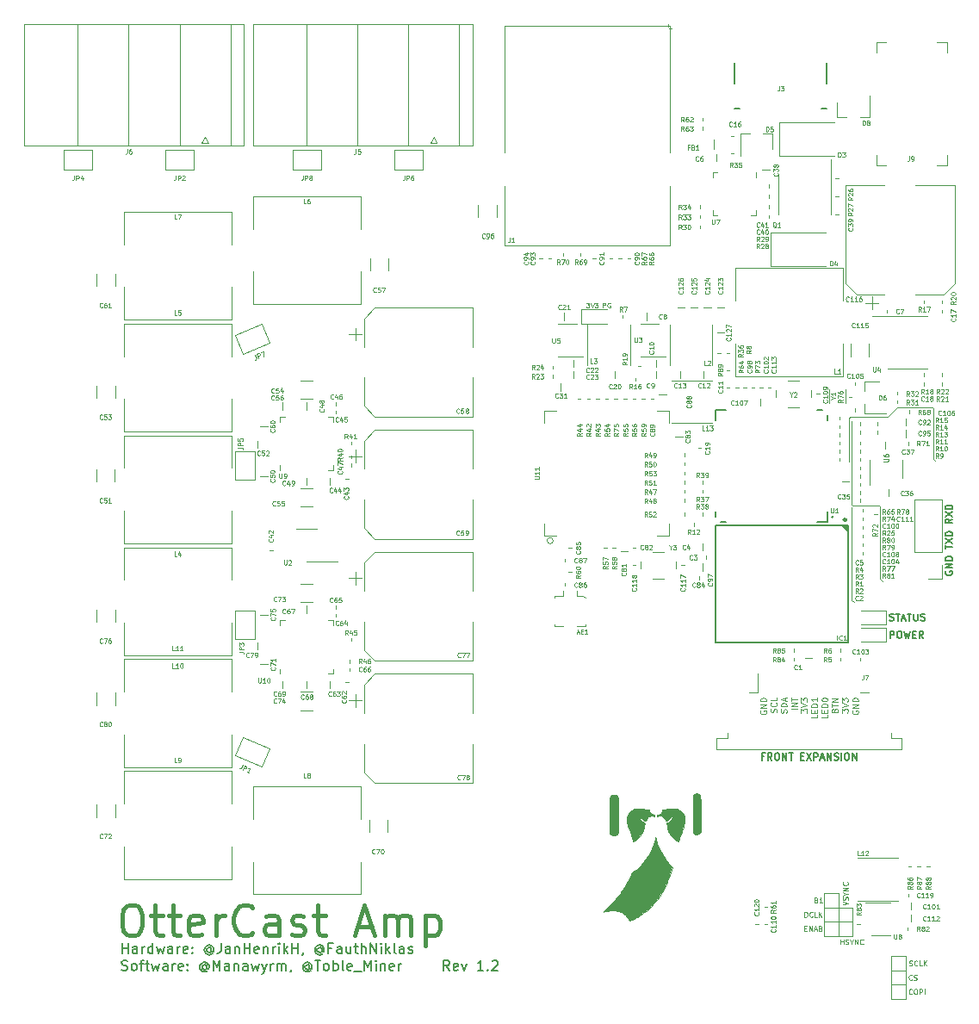
<source format=gto>
G04 #@! TF.GenerationSoftware,KiCad,Pcbnew,5.1.5+dfsg1-2build2*
G04 #@! TF.CreationDate,2021-04-11T14:42:19-07:00*
G04 #@! TF.ProjectId,OtterCastAmp,4f747465-7243-4617-9374-416d702e6b69,rev?*
G04 #@! TF.SameCoordinates,Original*
G04 #@! TF.FileFunction,Legend,Top*
G04 #@! TF.FilePolarity,Positive*
%FSLAX46Y46*%
G04 Gerber Fmt 4.6, Leading zero omitted, Abs format (unit mm)*
G04 Created by KiCad (PCBNEW 5.1.5+dfsg1-2build2) date 2021-04-11 14:42:19*
%MOMM*%
%LPD*%
G04 APERTURE LIST*
%ADD10C,0.180000*%
%ADD11C,0.400000*%
%ADD12C,0.150000*%
%ADD13C,0.125000*%
%ADD14C,0.100000*%
%ADD15C,0.120000*%
%ADD16C,0.010000*%
%ADD17C,0.250000*%
%ADD18C,0.127000*%
%ADD19C,0.050000*%
G04 APERTURE END LIST*
D10*
X111855095Y-140112380D02*
X111855095Y-139112380D01*
X111855095Y-139588571D02*
X112426523Y-139588571D01*
X112426523Y-140112380D02*
X112426523Y-139112380D01*
X113331285Y-140112380D02*
X113331285Y-139588571D01*
X113283666Y-139493333D01*
X113188428Y-139445714D01*
X112997952Y-139445714D01*
X112902714Y-139493333D01*
X113331285Y-140064761D02*
X113236047Y-140112380D01*
X112997952Y-140112380D01*
X112902714Y-140064761D01*
X112855095Y-139969523D01*
X112855095Y-139874285D01*
X112902714Y-139779047D01*
X112997952Y-139731428D01*
X113236047Y-139731428D01*
X113331285Y-139683809D01*
X113807476Y-140112380D02*
X113807476Y-139445714D01*
X113807476Y-139636190D02*
X113855095Y-139540952D01*
X113902714Y-139493333D01*
X113997952Y-139445714D01*
X114093190Y-139445714D01*
X114855095Y-140112380D02*
X114855095Y-139112380D01*
X114855095Y-140064761D02*
X114759857Y-140112380D01*
X114569380Y-140112380D01*
X114474142Y-140064761D01*
X114426523Y-140017142D01*
X114378904Y-139921904D01*
X114378904Y-139636190D01*
X114426523Y-139540952D01*
X114474142Y-139493333D01*
X114569380Y-139445714D01*
X114759857Y-139445714D01*
X114855095Y-139493333D01*
X115236047Y-139445714D02*
X115426523Y-140112380D01*
X115617000Y-139636190D01*
X115807476Y-140112380D01*
X115997952Y-139445714D01*
X116807476Y-140112380D02*
X116807476Y-139588571D01*
X116759857Y-139493333D01*
X116664619Y-139445714D01*
X116474142Y-139445714D01*
X116378904Y-139493333D01*
X116807476Y-140064761D02*
X116712238Y-140112380D01*
X116474142Y-140112380D01*
X116378904Y-140064761D01*
X116331285Y-139969523D01*
X116331285Y-139874285D01*
X116378904Y-139779047D01*
X116474142Y-139731428D01*
X116712238Y-139731428D01*
X116807476Y-139683809D01*
X117283666Y-140112380D02*
X117283666Y-139445714D01*
X117283666Y-139636190D02*
X117331285Y-139540952D01*
X117378904Y-139493333D01*
X117474142Y-139445714D01*
X117569380Y-139445714D01*
X118283666Y-140064761D02*
X118188428Y-140112380D01*
X117997952Y-140112380D01*
X117902714Y-140064761D01*
X117855095Y-139969523D01*
X117855095Y-139588571D01*
X117902714Y-139493333D01*
X117997952Y-139445714D01*
X118188428Y-139445714D01*
X118283666Y-139493333D01*
X118331285Y-139588571D01*
X118331285Y-139683809D01*
X117855095Y-139779047D01*
X118759857Y-140017142D02*
X118807476Y-140064761D01*
X118759857Y-140112380D01*
X118712238Y-140064761D01*
X118759857Y-140017142D01*
X118759857Y-140112380D01*
X118759857Y-139493333D02*
X118807476Y-139540952D01*
X118759857Y-139588571D01*
X118712238Y-139540952D01*
X118759857Y-139493333D01*
X118759857Y-139588571D01*
X120617000Y-139636190D02*
X120569380Y-139588571D01*
X120474142Y-139540952D01*
X120378904Y-139540952D01*
X120283666Y-139588571D01*
X120236047Y-139636190D01*
X120188428Y-139731428D01*
X120188428Y-139826666D01*
X120236047Y-139921904D01*
X120283666Y-139969523D01*
X120378904Y-140017142D01*
X120474142Y-140017142D01*
X120569380Y-139969523D01*
X120617000Y-139921904D01*
X120617000Y-139540952D02*
X120617000Y-139921904D01*
X120664619Y-139969523D01*
X120712238Y-139969523D01*
X120807476Y-139921904D01*
X120855095Y-139826666D01*
X120855095Y-139588571D01*
X120759857Y-139445714D01*
X120617000Y-139350476D01*
X120426523Y-139302857D01*
X120236047Y-139350476D01*
X120093190Y-139445714D01*
X119997952Y-139588571D01*
X119950333Y-139779047D01*
X119997952Y-139969523D01*
X120093190Y-140112380D01*
X120236047Y-140207619D01*
X120426523Y-140255238D01*
X120617000Y-140207619D01*
X120759857Y-140112380D01*
X121569380Y-139112380D02*
X121569380Y-139826666D01*
X121521761Y-139969523D01*
X121426523Y-140064761D01*
X121283666Y-140112380D01*
X121188428Y-140112380D01*
X122474142Y-140112380D02*
X122474142Y-139588571D01*
X122426523Y-139493333D01*
X122331285Y-139445714D01*
X122140809Y-139445714D01*
X122045571Y-139493333D01*
X122474142Y-140064761D02*
X122378904Y-140112380D01*
X122140809Y-140112380D01*
X122045571Y-140064761D01*
X121997952Y-139969523D01*
X121997952Y-139874285D01*
X122045571Y-139779047D01*
X122140809Y-139731428D01*
X122378904Y-139731428D01*
X122474142Y-139683809D01*
X122950333Y-139445714D02*
X122950333Y-140112380D01*
X122950333Y-139540952D02*
X122997952Y-139493333D01*
X123093190Y-139445714D01*
X123236047Y-139445714D01*
X123331285Y-139493333D01*
X123378904Y-139588571D01*
X123378904Y-140112380D01*
X123855095Y-140112380D02*
X123855095Y-139112380D01*
X123855095Y-139588571D02*
X124426523Y-139588571D01*
X124426523Y-140112380D02*
X124426523Y-139112380D01*
X125283666Y-140064761D02*
X125188428Y-140112380D01*
X124997952Y-140112380D01*
X124902714Y-140064761D01*
X124855095Y-139969523D01*
X124855095Y-139588571D01*
X124902714Y-139493333D01*
X124997952Y-139445714D01*
X125188428Y-139445714D01*
X125283666Y-139493333D01*
X125331285Y-139588571D01*
X125331285Y-139683809D01*
X124855095Y-139779047D01*
X125759857Y-139445714D02*
X125759857Y-140112380D01*
X125759857Y-139540952D02*
X125807476Y-139493333D01*
X125902714Y-139445714D01*
X126045571Y-139445714D01*
X126140809Y-139493333D01*
X126188428Y-139588571D01*
X126188428Y-140112380D01*
X126664619Y-140112380D02*
X126664619Y-139445714D01*
X126664619Y-139636190D02*
X126712238Y-139540952D01*
X126759857Y-139493333D01*
X126855095Y-139445714D01*
X126950333Y-139445714D01*
X127283666Y-140112380D02*
X127283666Y-139445714D01*
X127283666Y-139112380D02*
X127236047Y-139160000D01*
X127283666Y-139207619D01*
X127331285Y-139160000D01*
X127283666Y-139112380D01*
X127283666Y-139207619D01*
X127759857Y-140112380D02*
X127759857Y-139112380D01*
X127855095Y-139731428D02*
X128140809Y-140112380D01*
X128140809Y-139445714D02*
X127759857Y-139826666D01*
X128569380Y-140112380D02*
X128569380Y-139112380D01*
X128569380Y-139588571D02*
X129140809Y-139588571D01*
X129140809Y-140112380D02*
X129140809Y-139112380D01*
X129664619Y-140064761D02*
X129664619Y-140112380D01*
X129617000Y-140207619D01*
X129569380Y-140255238D01*
X131474142Y-139636190D02*
X131426523Y-139588571D01*
X131331285Y-139540952D01*
X131236047Y-139540952D01*
X131140809Y-139588571D01*
X131093190Y-139636190D01*
X131045571Y-139731428D01*
X131045571Y-139826666D01*
X131093190Y-139921904D01*
X131140809Y-139969523D01*
X131236047Y-140017142D01*
X131331285Y-140017142D01*
X131426523Y-139969523D01*
X131474142Y-139921904D01*
X131474142Y-139540952D02*
X131474142Y-139921904D01*
X131521761Y-139969523D01*
X131569380Y-139969523D01*
X131664619Y-139921904D01*
X131712238Y-139826666D01*
X131712238Y-139588571D01*
X131617000Y-139445714D01*
X131474142Y-139350476D01*
X131283666Y-139302857D01*
X131093190Y-139350476D01*
X130950333Y-139445714D01*
X130855095Y-139588571D01*
X130807476Y-139779047D01*
X130855095Y-139969523D01*
X130950333Y-140112380D01*
X131093190Y-140207619D01*
X131283666Y-140255238D01*
X131474142Y-140207619D01*
X131617000Y-140112380D01*
X132474142Y-139588571D02*
X132140809Y-139588571D01*
X132140809Y-140112380D02*
X132140809Y-139112380D01*
X132617000Y-139112380D01*
X133426523Y-140112380D02*
X133426523Y-139588571D01*
X133378904Y-139493333D01*
X133283666Y-139445714D01*
X133093190Y-139445714D01*
X132997952Y-139493333D01*
X133426523Y-140064761D02*
X133331285Y-140112380D01*
X133093190Y-140112380D01*
X132997952Y-140064761D01*
X132950333Y-139969523D01*
X132950333Y-139874285D01*
X132997952Y-139779047D01*
X133093190Y-139731428D01*
X133331285Y-139731428D01*
X133426523Y-139683809D01*
X134331285Y-139445714D02*
X134331285Y-140112380D01*
X133902714Y-139445714D02*
X133902714Y-139969523D01*
X133950333Y-140064761D01*
X134045571Y-140112380D01*
X134188428Y-140112380D01*
X134283666Y-140064761D01*
X134331285Y-140017142D01*
X134664619Y-139445714D02*
X135045571Y-139445714D01*
X134807476Y-139112380D02*
X134807476Y-139969523D01*
X134855095Y-140064761D01*
X134950333Y-140112380D01*
X135045571Y-140112380D01*
X135378904Y-140112380D02*
X135378904Y-139112380D01*
X135807476Y-140112380D02*
X135807476Y-139588571D01*
X135759857Y-139493333D01*
X135664619Y-139445714D01*
X135521761Y-139445714D01*
X135426523Y-139493333D01*
X135378904Y-139540952D01*
X136283666Y-140112380D02*
X136283666Y-139112380D01*
X136855095Y-140112380D01*
X136855095Y-139112380D01*
X137331285Y-140112380D02*
X137331285Y-139445714D01*
X137331285Y-139112380D02*
X137283666Y-139160000D01*
X137331285Y-139207619D01*
X137378904Y-139160000D01*
X137331285Y-139112380D01*
X137331285Y-139207619D01*
X137807476Y-140112380D02*
X137807476Y-139112380D01*
X137902714Y-139731428D02*
X138188428Y-140112380D01*
X138188428Y-139445714D02*
X137807476Y-139826666D01*
X138759857Y-140112380D02*
X138664619Y-140064761D01*
X138617000Y-139969523D01*
X138617000Y-139112380D01*
X139569380Y-140112380D02*
X139569380Y-139588571D01*
X139521761Y-139493333D01*
X139426523Y-139445714D01*
X139236047Y-139445714D01*
X139140809Y-139493333D01*
X139569380Y-140064761D02*
X139474142Y-140112380D01*
X139236047Y-140112380D01*
X139140809Y-140064761D01*
X139093190Y-139969523D01*
X139093190Y-139874285D01*
X139140809Y-139779047D01*
X139236047Y-139731428D01*
X139474142Y-139731428D01*
X139569380Y-139683809D01*
X139997952Y-140064761D02*
X140093190Y-140112380D01*
X140283666Y-140112380D01*
X140378904Y-140064761D01*
X140426523Y-139969523D01*
X140426523Y-139921904D01*
X140378904Y-139826666D01*
X140283666Y-139779047D01*
X140140809Y-139779047D01*
X140045571Y-139731428D01*
X139997952Y-139636190D01*
X139997952Y-139588571D01*
X140045571Y-139493333D01*
X140140809Y-139445714D01*
X140283666Y-139445714D01*
X140378904Y-139493333D01*
X111807476Y-141744761D02*
X111950333Y-141792380D01*
X112188428Y-141792380D01*
X112283666Y-141744761D01*
X112331285Y-141697142D01*
X112378904Y-141601904D01*
X112378904Y-141506666D01*
X112331285Y-141411428D01*
X112283666Y-141363809D01*
X112188428Y-141316190D01*
X111997952Y-141268571D01*
X111902714Y-141220952D01*
X111855095Y-141173333D01*
X111807476Y-141078095D01*
X111807476Y-140982857D01*
X111855095Y-140887619D01*
X111902714Y-140840000D01*
X111997952Y-140792380D01*
X112236047Y-140792380D01*
X112378904Y-140840000D01*
X112950333Y-141792380D02*
X112855095Y-141744761D01*
X112807476Y-141697142D01*
X112759857Y-141601904D01*
X112759857Y-141316190D01*
X112807476Y-141220952D01*
X112855095Y-141173333D01*
X112950333Y-141125714D01*
X113093190Y-141125714D01*
X113188428Y-141173333D01*
X113236047Y-141220952D01*
X113283666Y-141316190D01*
X113283666Y-141601904D01*
X113236047Y-141697142D01*
X113188428Y-141744761D01*
X113093190Y-141792380D01*
X112950333Y-141792380D01*
X113569380Y-141125714D02*
X113950333Y-141125714D01*
X113712238Y-141792380D02*
X113712238Y-140935238D01*
X113759857Y-140840000D01*
X113855095Y-140792380D01*
X113950333Y-140792380D01*
X114140809Y-141125714D02*
X114521761Y-141125714D01*
X114283666Y-140792380D02*
X114283666Y-141649523D01*
X114331285Y-141744761D01*
X114426523Y-141792380D01*
X114521761Y-141792380D01*
X114759857Y-141125714D02*
X114950333Y-141792380D01*
X115140809Y-141316190D01*
X115331285Y-141792380D01*
X115521761Y-141125714D01*
X116331285Y-141792380D02*
X116331285Y-141268571D01*
X116283666Y-141173333D01*
X116188428Y-141125714D01*
X115997952Y-141125714D01*
X115902714Y-141173333D01*
X116331285Y-141744761D02*
X116236047Y-141792380D01*
X115997952Y-141792380D01*
X115902714Y-141744761D01*
X115855095Y-141649523D01*
X115855095Y-141554285D01*
X115902714Y-141459047D01*
X115997952Y-141411428D01*
X116236047Y-141411428D01*
X116331285Y-141363809D01*
X116807476Y-141792380D02*
X116807476Y-141125714D01*
X116807476Y-141316190D02*
X116855095Y-141220952D01*
X116902714Y-141173333D01*
X116997952Y-141125714D01*
X117093190Y-141125714D01*
X117807476Y-141744761D02*
X117712238Y-141792380D01*
X117521761Y-141792380D01*
X117426523Y-141744761D01*
X117378904Y-141649523D01*
X117378904Y-141268571D01*
X117426523Y-141173333D01*
X117521761Y-141125714D01*
X117712238Y-141125714D01*
X117807476Y-141173333D01*
X117855095Y-141268571D01*
X117855095Y-141363809D01*
X117378904Y-141459047D01*
X118283666Y-141697142D02*
X118331285Y-141744761D01*
X118283666Y-141792380D01*
X118236047Y-141744761D01*
X118283666Y-141697142D01*
X118283666Y-141792380D01*
X118283666Y-141173333D02*
X118331285Y-141220952D01*
X118283666Y-141268571D01*
X118236047Y-141220952D01*
X118283666Y-141173333D01*
X118283666Y-141268571D01*
X120140809Y-141316190D02*
X120093190Y-141268571D01*
X119997952Y-141220952D01*
X119902714Y-141220952D01*
X119807476Y-141268571D01*
X119759857Y-141316190D01*
X119712238Y-141411428D01*
X119712238Y-141506666D01*
X119759857Y-141601904D01*
X119807476Y-141649523D01*
X119902714Y-141697142D01*
X119997952Y-141697142D01*
X120093190Y-141649523D01*
X120140809Y-141601904D01*
X120140809Y-141220952D02*
X120140809Y-141601904D01*
X120188428Y-141649523D01*
X120236047Y-141649523D01*
X120331285Y-141601904D01*
X120378904Y-141506666D01*
X120378904Y-141268571D01*
X120283666Y-141125714D01*
X120140809Y-141030476D01*
X119950333Y-140982857D01*
X119759857Y-141030476D01*
X119617000Y-141125714D01*
X119521761Y-141268571D01*
X119474142Y-141459047D01*
X119521761Y-141649523D01*
X119617000Y-141792380D01*
X119759857Y-141887619D01*
X119950333Y-141935238D01*
X120140809Y-141887619D01*
X120283666Y-141792380D01*
X120807476Y-141792380D02*
X120807476Y-140792380D01*
X121140809Y-141506666D01*
X121474142Y-140792380D01*
X121474142Y-141792380D01*
X122378904Y-141792380D02*
X122378904Y-141268571D01*
X122331285Y-141173333D01*
X122236047Y-141125714D01*
X122045571Y-141125714D01*
X121950333Y-141173333D01*
X122378904Y-141744761D02*
X122283666Y-141792380D01*
X122045571Y-141792380D01*
X121950333Y-141744761D01*
X121902714Y-141649523D01*
X121902714Y-141554285D01*
X121950333Y-141459047D01*
X122045571Y-141411428D01*
X122283666Y-141411428D01*
X122378904Y-141363809D01*
X122855095Y-141125714D02*
X122855095Y-141792380D01*
X122855095Y-141220952D02*
X122902714Y-141173333D01*
X122997952Y-141125714D01*
X123140809Y-141125714D01*
X123236047Y-141173333D01*
X123283666Y-141268571D01*
X123283666Y-141792380D01*
X124188428Y-141792380D02*
X124188428Y-141268571D01*
X124140809Y-141173333D01*
X124045571Y-141125714D01*
X123855095Y-141125714D01*
X123759857Y-141173333D01*
X124188428Y-141744761D02*
X124093190Y-141792380D01*
X123855095Y-141792380D01*
X123759857Y-141744761D01*
X123712238Y-141649523D01*
X123712238Y-141554285D01*
X123759857Y-141459047D01*
X123855095Y-141411428D01*
X124093190Y-141411428D01*
X124188428Y-141363809D01*
X124569380Y-141125714D02*
X124759857Y-141792380D01*
X124950333Y-141316190D01*
X125140809Y-141792380D01*
X125331285Y-141125714D01*
X125617000Y-141125714D02*
X125855095Y-141792380D01*
X126093190Y-141125714D02*
X125855095Y-141792380D01*
X125759857Y-142030476D01*
X125712238Y-142078095D01*
X125617000Y-142125714D01*
X126474142Y-141792380D02*
X126474142Y-141125714D01*
X126474142Y-141316190D02*
X126521761Y-141220952D01*
X126569380Y-141173333D01*
X126664619Y-141125714D01*
X126759857Y-141125714D01*
X127093190Y-141792380D02*
X127093190Y-141125714D01*
X127093190Y-141220952D02*
X127140809Y-141173333D01*
X127236047Y-141125714D01*
X127378904Y-141125714D01*
X127474142Y-141173333D01*
X127521761Y-141268571D01*
X127521761Y-141792380D01*
X127521761Y-141268571D02*
X127569380Y-141173333D01*
X127664619Y-141125714D01*
X127807476Y-141125714D01*
X127902714Y-141173333D01*
X127950333Y-141268571D01*
X127950333Y-141792380D01*
X128474142Y-141744761D02*
X128474142Y-141792380D01*
X128426523Y-141887619D01*
X128378904Y-141935238D01*
X130283666Y-141316190D02*
X130236047Y-141268571D01*
X130140809Y-141220952D01*
X130045571Y-141220952D01*
X129950333Y-141268571D01*
X129902714Y-141316190D01*
X129855095Y-141411428D01*
X129855095Y-141506666D01*
X129902714Y-141601904D01*
X129950333Y-141649523D01*
X130045571Y-141697142D01*
X130140809Y-141697142D01*
X130236047Y-141649523D01*
X130283666Y-141601904D01*
X130283666Y-141220952D02*
X130283666Y-141601904D01*
X130331285Y-141649523D01*
X130378904Y-141649523D01*
X130474142Y-141601904D01*
X130521761Y-141506666D01*
X130521761Y-141268571D01*
X130426523Y-141125714D01*
X130283666Y-141030476D01*
X130093190Y-140982857D01*
X129902714Y-141030476D01*
X129759857Y-141125714D01*
X129664619Y-141268571D01*
X129617000Y-141459047D01*
X129664619Y-141649523D01*
X129759857Y-141792380D01*
X129902714Y-141887619D01*
X130093190Y-141935238D01*
X130283666Y-141887619D01*
X130426523Y-141792380D01*
X130807476Y-140792380D02*
X131378904Y-140792380D01*
X131093190Y-141792380D02*
X131093190Y-140792380D01*
X131855095Y-141792380D02*
X131759857Y-141744761D01*
X131712238Y-141697142D01*
X131664619Y-141601904D01*
X131664619Y-141316190D01*
X131712238Y-141220952D01*
X131759857Y-141173333D01*
X131855095Y-141125714D01*
X131997952Y-141125714D01*
X132093190Y-141173333D01*
X132140809Y-141220952D01*
X132188428Y-141316190D01*
X132188428Y-141601904D01*
X132140809Y-141697142D01*
X132093190Y-141744761D01*
X131997952Y-141792380D01*
X131855095Y-141792380D01*
X132617000Y-141792380D02*
X132617000Y-140792380D01*
X132617000Y-141173333D02*
X132712238Y-141125714D01*
X132902714Y-141125714D01*
X132997952Y-141173333D01*
X133045571Y-141220952D01*
X133093190Y-141316190D01*
X133093190Y-141601904D01*
X133045571Y-141697142D01*
X132997952Y-141744761D01*
X132902714Y-141792380D01*
X132712238Y-141792380D01*
X132617000Y-141744761D01*
X133664619Y-141792380D02*
X133569380Y-141744761D01*
X133521761Y-141649523D01*
X133521761Y-140792380D01*
X134426523Y-141744761D02*
X134331285Y-141792380D01*
X134140809Y-141792380D01*
X134045571Y-141744761D01*
X133997952Y-141649523D01*
X133997952Y-141268571D01*
X134045571Y-141173333D01*
X134140809Y-141125714D01*
X134331285Y-141125714D01*
X134426523Y-141173333D01*
X134474142Y-141268571D01*
X134474142Y-141363809D01*
X133997952Y-141459047D01*
X134664619Y-141887619D02*
X135426523Y-141887619D01*
X135664619Y-141792380D02*
X135664619Y-140792380D01*
X135997952Y-141506666D01*
X136331285Y-140792380D01*
X136331285Y-141792380D01*
X136807476Y-141792380D02*
X136807476Y-141125714D01*
X136807476Y-140792380D02*
X136759857Y-140840000D01*
X136807476Y-140887619D01*
X136855095Y-140840000D01*
X136807476Y-140792380D01*
X136807476Y-140887619D01*
X137283666Y-141125714D02*
X137283666Y-141792380D01*
X137283666Y-141220952D02*
X137331285Y-141173333D01*
X137426523Y-141125714D01*
X137569380Y-141125714D01*
X137664619Y-141173333D01*
X137712238Y-141268571D01*
X137712238Y-141792380D01*
X138569380Y-141744761D02*
X138474142Y-141792380D01*
X138283666Y-141792380D01*
X138188428Y-141744761D01*
X138140809Y-141649523D01*
X138140809Y-141268571D01*
X138188428Y-141173333D01*
X138283666Y-141125714D01*
X138474142Y-141125714D01*
X138569380Y-141173333D01*
X138617000Y-141268571D01*
X138617000Y-141363809D01*
X138140809Y-141459047D01*
X139045571Y-141792380D02*
X139045571Y-141125714D01*
X139045571Y-141316190D02*
X139093190Y-141220952D01*
X139140809Y-141173333D01*
X139236047Y-141125714D01*
X139331285Y-141125714D01*
X144045571Y-141792380D02*
X143712238Y-141316190D01*
X143474142Y-141792380D02*
X143474142Y-140792380D01*
X143855095Y-140792380D01*
X143950333Y-140840000D01*
X143997952Y-140887619D01*
X144045571Y-140982857D01*
X144045571Y-141125714D01*
X143997952Y-141220952D01*
X143950333Y-141268571D01*
X143855095Y-141316190D01*
X143474142Y-141316190D01*
X144855095Y-141744761D02*
X144759857Y-141792380D01*
X144569380Y-141792380D01*
X144474142Y-141744761D01*
X144426523Y-141649523D01*
X144426523Y-141268571D01*
X144474142Y-141173333D01*
X144569380Y-141125714D01*
X144759857Y-141125714D01*
X144855095Y-141173333D01*
X144902714Y-141268571D01*
X144902714Y-141363809D01*
X144426523Y-141459047D01*
X145236047Y-141125714D02*
X145474142Y-141792380D01*
X145712238Y-141125714D01*
X147378904Y-141792380D02*
X146807476Y-141792380D01*
X147093190Y-141792380D02*
X147093190Y-140792380D01*
X146997952Y-140935238D01*
X146902714Y-141030476D01*
X146807476Y-141078095D01*
X147807476Y-141697142D02*
X147855095Y-141744761D01*
X147807476Y-141792380D01*
X147759857Y-141744761D01*
X147807476Y-141697142D01*
X147807476Y-141792380D01*
X148236047Y-140887619D02*
X148283666Y-140840000D01*
X148378904Y-140792380D01*
X148617000Y-140792380D01*
X148712238Y-140840000D01*
X148759857Y-140887619D01*
X148807476Y-140982857D01*
X148807476Y-141078095D01*
X148759857Y-141220952D01*
X148188428Y-141792380D01*
X148807476Y-141792380D01*
D11*
X112545714Y-135357142D02*
X113117142Y-135357142D01*
X113402857Y-135500000D01*
X113688571Y-135785714D01*
X113831428Y-136357142D01*
X113831428Y-137357142D01*
X113688571Y-137928571D01*
X113402857Y-138214285D01*
X113117142Y-138357142D01*
X112545714Y-138357142D01*
X112260000Y-138214285D01*
X111974285Y-137928571D01*
X111831428Y-137357142D01*
X111831428Y-136357142D01*
X111974285Y-135785714D01*
X112260000Y-135500000D01*
X112545714Y-135357142D01*
X114688571Y-136357142D02*
X115831428Y-136357142D01*
X115117142Y-135357142D02*
X115117142Y-137928571D01*
X115260000Y-138214285D01*
X115545714Y-138357142D01*
X115831428Y-138357142D01*
X116402857Y-136357142D02*
X117545714Y-136357142D01*
X116831428Y-135357142D02*
X116831428Y-137928571D01*
X116974285Y-138214285D01*
X117260000Y-138357142D01*
X117545714Y-138357142D01*
X119688571Y-138214285D02*
X119402857Y-138357142D01*
X118831428Y-138357142D01*
X118545714Y-138214285D01*
X118402857Y-137928571D01*
X118402857Y-136785714D01*
X118545714Y-136500000D01*
X118831428Y-136357142D01*
X119402857Y-136357142D01*
X119688571Y-136500000D01*
X119831428Y-136785714D01*
X119831428Y-137071428D01*
X118402857Y-137357142D01*
X121117142Y-138357142D02*
X121117142Y-136357142D01*
X121117142Y-136928571D02*
X121260000Y-136642857D01*
X121402857Y-136500000D01*
X121688571Y-136357142D01*
X121974285Y-136357142D01*
X124688571Y-138071428D02*
X124545714Y-138214285D01*
X124117142Y-138357142D01*
X123831428Y-138357142D01*
X123402857Y-138214285D01*
X123117142Y-137928571D01*
X122974285Y-137642857D01*
X122831428Y-137071428D01*
X122831428Y-136642857D01*
X122974285Y-136071428D01*
X123117142Y-135785714D01*
X123402857Y-135500000D01*
X123831428Y-135357142D01*
X124117142Y-135357142D01*
X124545714Y-135500000D01*
X124688571Y-135642857D01*
X127260000Y-138357142D02*
X127260000Y-136785714D01*
X127117142Y-136500000D01*
X126831428Y-136357142D01*
X126260000Y-136357142D01*
X125974285Y-136500000D01*
X127260000Y-138214285D02*
X126974285Y-138357142D01*
X126260000Y-138357142D01*
X125974285Y-138214285D01*
X125831428Y-137928571D01*
X125831428Y-137642857D01*
X125974285Y-137357142D01*
X126260000Y-137214285D01*
X126974285Y-137214285D01*
X127260000Y-137071428D01*
X128545714Y-138214285D02*
X128831428Y-138357142D01*
X129402857Y-138357142D01*
X129688571Y-138214285D01*
X129831428Y-137928571D01*
X129831428Y-137785714D01*
X129688571Y-137500000D01*
X129402857Y-137357142D01*
X128974285Y-137357142D01*
X128688571Y-137214285D01*
X128545714Y-136928571D01*
X128545714Y-136785714D01*
X128688571Y-136500000D01*
X128974285Y-136357142D01*
X129402857Y-136357142D01*
X129688571Y-136500000D01*
X130688571Y-136357142D02*
X131831428Y-136357142D01*
X131117142Y-135357142D02*
X131117142Y-137928571D01*
X131260000Y-138214285D01*
X131545714Y-138357142D01*
X131831428Y-138357142D01*
X134974285Y-137500000D02*
X136402857Y-137500000D01*
X134688571Y-138357142D02*
X135688571Y-135357142D01*
X136688571Y-138357142D01*
X137688571Y-138357142D02*
X137688571Y-136357142D01*
X137688571Y-136642857D02*
X137831428Y-136500000D01*
X138117142Y-136357142D01*
X138545714Y-136357142D01*
X138831428Y-136500000D01*
X138974285Y-136785714D01*
X138974285Y-138357142D01*
X138974285Y-136785714D02*
X139117142Y-136500000D01*
X139402857Y-136357142D01*
X139831428Y-136357142D01*
X140117142Y-136500000D01*
X140260000Y-136785714D01*
X140260000Y-138357142D01*
X141688571Y-136357142D02*
X141688571Y-139357142D01*
X141688571Y-136500000D02*
X141974285Y-136357142D01*
X142545714Y-136357142D01*
X142831428Y-136500000D01*
X142974285Y-136642857D01*
X143117142Y-136928571D01*
X143117142Y-137785714D01*
X142974285Y-138071428D01*
X142831428Y-138214285D01*
X142545714Y-138357142D01*
X141974285Y-138357142D01*
X141688571Y-138214285D01*
D12*
X174983333Y-120750000D02*
X174750000Y-120750000D01*
X174750000Y-121116666D02*
X174750000Y-120416666D01*
X175083333Y-120416666D01*
X175750000Y-121116666D02*
X175516666Y-120783333D01*
X175350000Y-121116666D02*
X175350000Y-120416666D01*
X175616666Y-120416666D01*
X175683333Y-120450000D01*
X175716666Y-120483333D01*
X175750000Y-120550000D01*
X175750000Y-120650000D01*
X175716666Y-120716666D01*
X175683333Y-120750000D01*
X175616666Y-120783333D01*
X175350000Y-120783333D01*
X176183333Y-120416666D02*
X176316666Y-120416666D01*
X176383333Y-120450000D01*
X176450000Y-120516666D01*
X176483333Y-120650000D01*
X176483333Y-120883333D01*
X176450000Y-121016666D01*
X176383333Y-121083333D01*
X176316666Y-121116666D01*
X176183333Y-121116666D01*
X176116666Y-121083333D01*
X176050000Y-121016666D01*
X176016666Y-120883333D01*
X176016666Y-120650000D01*
X176050000Y-120516666D01*
X176116666Y-120450000D01*
X176183333Y-120416666D01*
X176783333Y-121116666D02*
X176783333Y-120416666D01*
X177183333Y-121116666D01*
X177183333Y-120416666D01*
X177416666Y-120416666D02*
X177816666Y-120416666D01*
X177616666Y-121116666D02*
X177616666Y-120416666D01*
X178583333Y-120750000D02*
X178816666Y-120750000D01*
X178916666Y-121116666D02*
X178583333Y-121116666D01*
X178583333Y-120416666D01*
X178916666Y-120416666D01*
X179150000Y-120416666D02*
X179616666Y-121116666D01*
X179616666Y-120416666D02*
X179150000Y-121116666D01*
X179883333Y-121116666D02*
X179883333Y-120416666D01*
X180150000Y-120416666D01*
X180216666Y-120450000D01*
X180250000Y-120483333D01*
X180283333Y-120550000D01*
X180283333Y-120650000D01*
X180250000Y-120716666D01*
X180216666Y-120750000D01*
X180150000Y-120783333D01*
X179883333Y-120783333D01*
X180550000Y-120916666D02*
X180883333Y-120916666D01*
X180483333Y-121116666D02*
X180716666Y-120416666D01*
X180950000Y-121116666D01*
X181183333Y-121116666D02*
X181183333Y-120416666D01*
X181583333Y-121116666D01*
X181583333Y-120416666D01*
X181883333Y-121083333D02*
X181983333Y-121116666D01*
X182150000Y-121116666D01*
X182216666Y-121083333D01*
X182250000Y-121050000D01*
X182283333Y-120983333D01*
X182283333Y-120916666D01*
X182250000Y-120850000D01*
X182216666Y-120816666D01*
X182150000Y-120783333D01*
X182016666Y-120750000D01*
X181950000Y-120716666D01*
X181916666Y-120683333D01*
X181883333Y-120616666D01*
X181883333Y-120550000D01*
X181916666Y-120483333D01*
X181950000Y-120450000D01*
X182016666Y-120416666D01*
X182183333Y-120416666D01*
X182283333Y-120450000D01*
X182583333Y-121116666D02*
X182583333Y-120416666D01*
X183050000Y-120416666D02*
X183183333Y-120416666D01*
X183250000Y-120450000D01*
X183316666Y-120516666D01*
X183350000Y-120650000D01*
X183350000Y-120883333D01*
X183316666Y-121016666D01*
X183250000Y-121083333D01*
X183183333Y-121116666D01*
X183050000Y-121116666D01*
X182983333Y-121083333D01*
X182916666Y-121016666D01*
X182883333Y-120883333D01*
X182883333Y-120650000D01*
X182916666Y-120516666D01*
X182983333Y-120450000D01*
X183050000Y-120416666D01*
X183650000Y-121116666D02*
X183650000Y-120416666D01*
X184050000Y-121116666D01*
X184050000Y-120416666D01*
D13*
X174646250Y-116252678D02*
X174618392Y-116309821D01*
X174618392Y-116395535D01*
X174646250Y-116481250D01*
X174701964Y-116538392D01*
X174757678Y-116566964D01*
X174869107Y-116595535D01*
X174952678Y-116595535D01*
X175064107Y-116566964D01*
X175119821Y-116538392D01*
X175175535Y-116481250D01*
X175203392Y-116395535D01*
X175203392Y-116338392D01*
X175175535Y-116252678D01*
X175147678Y-116224107D01*
X174952678Y-116224107D01*
X174952678Y-116338392D01*
X175203392Y-115966964D02*
X174618392Y-115966964D01*
X175203392Y-115624107D01*
X174618392Y-115624107D01*
X175203392Y-115338392D02*
X174618392Y-115338392D01*
X174618392Y-115195535D01*
X174646250Y-115109821D01*
X174701964Y-115052678D01*
X174757678Y-115024107D01*
X174869107Y-114995535D01*
X174952678Y-114995535D01*
X175064107Y-115024107D01*
X175119821Y-115052678D01*
X175175535Y-115109821D01*
X175203392Y-115195535D01*
X175203392Y-115338392D01*
X176178035Y-116424107D02*
X176205892Y-116338392D01*
X176205892Y-116195535D01*
X176178035Y-116138392D01*
X176150178Y-116109821D01*
X176094464Y-116081250D01*
X176038750Y-116081250D01*
X175983035Y-116109821D01*
X175955178Y-116138392D01*
X175927321Y-116195535D01*
X175899464Y-116309821D01*
X175871607Y-116366964D01*
X175843750Y-116395535D01*
X175788035Y-116424107D01*
X175732321Y-116424107D01*
X175676607Y-116395535D01*
X175648750Y-116366964D01*
X175620892Y-116309821D01*
X175620892Y-116166964D01*
X175648750Y-116081250D01*
X176150178Y-115481250D02*
X176178035Y-115509821D01*
X176205892Y-115595535D01*
X176205892Y-115652678D01*
X176178035Y-115738392D01*
X176122321Y-115795535D01*
X176066607Y-115824107D01*
X175955178Y-115852678D01*
X175871607Y-115852678D01*
X175760178Y-115824107D01*
X175704464Y-115795535D01*
X175648750Y-115738392D01*
X175620892Y-115652678D01*
X175620892Y-115595535D01*
X175648750Y-115509821D01*
X175676607Y-115481250D01*
X176205892Y-114938392D02*
X176205892Y-115224107D01*
X175620892Y-115224107D01*
X177180535Y-116452678D02*
X177208392Y-116366964D01*
X177208392Y-116224107D01*
X177180535Y-116166964D01*
X177152678Y-116138392D01*
X177096964Y-116109821D01*
X177041250Y-116109821D01*
X176985535Y-116138392D01*
X176957678Y-116166964D01*
X176929821Y-116224107D01*
X176901964Y-116338392D01*
X176874107Y-116395535D01*
X176846250Y-116424107D01*
X176790535Y-116452678D01*
X176734821Y-116452678D01*
X176679107Y-116424107D01*
X176651250Y-116395535D01*
X176623392Y-116338392D01*
X176623392Y-116195535D01*
X176651250Y-116109821D01*
X177208392Y-115852678D02*
X176623392Y-115852678D01*
X176623392Y-115709821D01*
X176651250Y-115624107D01*
X176706964Y-115566964D01*
X176762678Y-115538392D01*
X176874107Y-115509821D01*
X176957678Y-115509821D01*
X177069107Y-115538392D01*
X177124821Y-115566964D01*
X177180535Y-115624107D01*
X177208392Y-115709821D01*
X177208392Y-115852678D01*
X177041250Y-115281250D02*
X177041250Y-114995535D01*
X177208392Y-115338392D02*
X176623392Y-115138392D01*
X177208392Y-114938392D01*
X178210892Y-116109821D02*
X177625892Y-116109821D01*
X178210892Y-115824107D02*
X177625892Y-115824107D01*
X178210892Y-115481250D01*
X177625892Y-115481250D01*
X177625892Y-115281250D02*
X177625892Y-114938392D01*
X178210892Y-115109821D02*
X177625892Y-115109821D01*
X178628392Y-116452678D02*
X178628392Y-116081250D01*
X178851250Y-116281250D01*
X178851250Y-116195535D01*
X178879107Y-116138392D01*
X178906964Y-116109821D01*
X178962678Y-116081250D01*
X179101964Y-116081250D01*
X179157678Y-116109821D01*
X179185535Y-116138392D01*
X179213392Y-116195535D01*
X179213392Y-116366964D01*
X179185535Y-116424107D01*
X179157678Y-116452678D01*
X178628392Y-115909821D02*
X179213392Y-115709821D01*
X178628392Y-115509821D01*
X178628392Y-115366964D02*
X178628392Y-114995535D01*
X178851250Y-115195535D01*
X178851250Y-115109821D01*
X178879107Y-115052678D01*
X178906964Y-115024107D01*
X178962678Y-114995535D01*
X179101964Y-114995535D01*
X179157678Y-115024107D01*
X179185535Y-115052678D01*
X179213392Y-115109821D01*
X179213392Y-115281250D01*
X179185535Y-115338392D01*
X179157678Y-115366964D01*
X180215892Y-116652678D02*
X180215892Y-116938392D01*
X179630892Y-116938392D01*
X179909464Y-116452678D02*
X179909464Y-116252678D01*
X180215892Y-116166964D02*
X180215892Y-116452678D01*
X179630892Y-116452678D01*
X179630892Y-116166964D01*
X180215892Y-115909821D02*
X179630892Y-115909821D01*
X179630892Y-115766964D01*
X179658750Y-115681250D01*
X179714464Y-115624107D01*
X179770178Y-115595535D01*
X179881607Y-115566964D01*
X179965178Y-115566964D01*
X180076607Y-115595535D01*
X180132321Y-115624107D01*
X180188035Y-115681250D01*
X180215892Y-115766964D01*
X180215892Y-115909821D01*
X180215892Y-114995535D02*
X180215892Y-115338392D01*
X180215892Y-115166964D02*
X179630892Y-115166964D01*
X179714464Y-115224107D01*
X179770178Y-115281250D01*
X179798035Y-115338392D01*
X181218392Y-116652678D02*
X181218392Y-116938392D01*
X180633392Y-116938392D01*
X180911964Y-116452678D02*
X180911964Y-116252678D01*
X181218392Y-116166964D02*
X181218392Y-116452678D01*
X180633392Y-116452678D01*
X180633392Y-116166964D01*
X181218392Y-115909821D02*
X180633392Y-115909821D01*
X180633392Y-115766964D01*
X180661250Y-115681250D01*
X180716964Y-115624107D01*
X180772678Y-115595535D01*
X180884107Y-115566964D01*
X180967678Y-115566964D01*
X181079107Y-115595535D01*
X181134821Y-115624107D01*
X181190535Y-115681250D01*
X181218392Y-115766964D01*
X181218392Y-115909821D01*
X180633392Y-115195535D02*
X180633392Y-115138392D01*
X180661250Y-115081250D01*
X180689107Y-115052678D01*
X180744821Y-115024107D01*
X180856250Y-114995535D01*
X180995535Y-114995535D01*
X181106964Y-115024107D01*
X181162678Y-115052678D01*
X181190535Y-115081250D01*
X181218392Y-115138392D01*
X181218392Y-115195535D01*
X181190535Y-115252678D01*
X181162678Y-115281250D01*
X181106964Y-115309821D01*
X180995535Y-115338392D01*
X180856250Y-115338392D01*
X180744821Y-115309821D01*
X180689107Y-115281250D01*
X180661250Y-115252678D01*
X180633392Y-115195535D01*
X181914464Y-116224107D02*
X181942321Y-116138392D01*
X181970178Y-116109821D01*
X182025892Y-116081250D01*
X182109464Y-116081250D01*
X182165178Y-116109821D01*
X182193035Y-116138392D01*
X182220892Y-116195535D01*
X182220892Y-116424107D01*
X181635892Y-116424107D01*
X181635892Y-116224107D01*
X181663750Y-116166964D01*
X181691607Y-116138392D01*
X181747321Y-116109821D01*
X181803035Y-116109821D01*
X181858750Y-116138392D01*
X181886607Y-116166964D01*
X181914464Y-116224107D01*
X181914464Y-116424107D01*
X181635892Y-115909821D02*
X181635892Y-115566964D01*
X182220892Y-115738392D02*
X181635892Y-115738392D01*
X182220892Y-115366964D02*
X181635892Y-115366964D01*
X182220892Y-115024107D01*
X181635892Y-115024107D01*
X182638392Y-116452678D02*
X182638392Y-116081250D01*
X182861250Y-116281250D01*
X182861250Y-116195535D01*
X182889107Y-116138392D01*
X182916964Y-116109821D01*
X182972678Y-116081250D01*
X183111964Y-116081250D01*
X183167678Y-116109821D01*
X183195535Y-116138392D01*
X183223392Y-116195535D01*
X183223392Y-116366964D01*
X183195535Y-116424107D01*
X183167678Y-116452678D01*
X182638392Y-115909821D02*
X183223392Y-115709821D01*
X182638392Y-115509821D01*
X182638392Y-115366964D02*
X182638392Y-114995535D01*
X182861250Y-115195535D01*
X182861250Y-115109821D01*
X182889107Y-115052678D01*
X182916964Y-115024107D01*
X182972678Y-114995535D01*
X183111964Y-114995535D01*
X183167678Y-115024107D01*
X183195535Y-115052678D01*
X183223392Y-115109821D01*
X183223392Y-115281250D01*
X183195535Y-115338392D01*
X183167678Y-115366964D01*
X183668750Y-116252678D02*
X183640892Y-116309821D01*
X183640892Y-116395535D01*
X183668750Y-116481250D01*
X183724464Y-116538392D01*
X183780178Y-116566964D01*
X183891607Y-116595535D01*
X183975178Y-116595535D01*
X184086607Y-116566964D01*
X184142321Y-116538392D01*
X184198035Y-116481250D01*
X184225892Y-116395535D01*
X184225892Y-116338392D01*
X184198035Y-116252678D01*
X184170178Y-116224107D01*
X183975178Y-116224107D01*
X183975178Y-116338392D01*
X184225892Y-115966964D02*
X183640892Y-115966964D01*
X184225892Y-115624107D01*
X183640892Y-115624107D01*
X184225892Y-115338392D02*
X183640892Y-115338392D01*
X183640892Y-115195535D01*
X183668750Y-115109821D01*
X183724464Y-115052678D01*
X183780178Y-115024107D01*
X183891607Y-114995535D01*
X183975178Y-114995535D01*
X184086607Y-115024107D01*
X184142321Y-115052678D01*
X184198035Y-115109821D01*
X184225892Y-115195535D01*
X184225892Y-115338392D01*
D12*
X192850000Y-102550000D02*
X192816666Y-102616666D01*
X192816666Y-102716666D01*
X192850000Y-102816666D01*
X192916666Y-102883333D01*
X192983333Y-102916666D01*
X193116666Y-102950000D01*
X193216666Y-102950000D01*
X193350000Y-102916666D01*
X193416666Y-102883333D01*
X193483333Y-102816666D01*
X193516666Y-102716666D01*
X193516666Y-102650000D01*
X193483333Y-102550000D01*
X193450000Y-102516666D01*
X193216666Y-102516666D01*
X193216666Y-102650000D01*
X193516666Y-102216666D02*
X192816666Y-102216666D01*
X193516666Y-101816666D01*
X192816666Y-101816666D01*
X193516666Y-101483333D02*
X192816666Y-101483333D01*
X192816666Y-101316666D01*
X192850000Y-101216666D01*
X192916666Y-101150000D01*
X192983333Y-101116666D01*
X193116666Y-101083333D01*
X193216666Y-101083333D01*
X193350000Y-101116666D01*
X193416666Y-101150000D01*
X193483333Y-101216666D01*
X193516666Y-101316666D01*
X193516666Y-101483333D01*
X192816666Y-100350000D02*
X192816666Y-99950000D01*
X193516666Y-100150000D02*
X192816666Y-100150000D01*
X192816666Y-99783333D02*
X193516666Y-99316666D01*
X192816666Y-99316666D02*
X193516666Y-99783333D01*
X193516666Y-99050000D02*
X192816666Y-99050000D01*
X192816666Y-98883333D01*
X192850000Y-98783333D01*
X192916666Y-98716666D01*
X192983333Y-98683333D01*
X193116666Y-98650000D01*
X193216666Y-98650000D01*
X193350000Y-98683333D01*
X193416666Y-98716666D01*
X193483333Y-98783333D01*
X193516666Y-98883333D01*
X193516666Y-99050000D01*
X193516666Y-97416666D02*
X193183333Y-97650000D01*
X193516666Y-97816666D02*
X192816666Y-97816666D01*
X192816666Y-97550000D01*
X192850000Y-97483333D01*
X192883333Y-97450000D01*
X192950000Y-97416666D01*
X193050000Y-97416666D01*
X193116666Y-97450000D01*
X193150000Y-97483333D01*
X193183333Y-97550000D01*
X193183333Y-97816666D01*
X192816666Y-97183333D02*
X193516666Y-96716666D01*
X192816666Y-96716666D02*
X193516666Y-97183333D01*
X193516666Y-96450000D02*
X192816666Y-96450000D01*
X192816666Y-96283333D01*
X192850000Y-96183333D01*
X192916666Y-96116666D01*
X192983333Y-96083333D01*
X193116666Y-96050000D01*
X193216666Y-96050000D01*
X193350000Y-96083333D01*
X193416666Y-96116666D01*
X193483333Y-96183333D01*
X193516666Y-96283333D01*
X193516666Y-96450000D01*
D14*
X191600000Y-91500000D02*
X191800000Y-91700000D01*
X191600000Y-86500000D02*
X191600000Y-91500000D01*
X191500000Y-86400000D02*
X191600000Y-86500000D01*
X188100000Y-86400000D02*
X191500000Y-86400000D01*
X187100000Y-87400000D02*
X188100000Y-86400000D01*
X187000000Y-87400000D02*
X187100000Y-87400000D01*
X183400000Y-87400000D02*
X187000000Y-87400000D01*
X183300000Y-87500000D02*
X183400000Y-87400000D01*
X183300000Y-91800000D02*
X183300000Y-87500000D01*
X186400000Y-103300000D02*
X186600000Y-103500000D01*
X186400000Y-96200000D02*
X186400000Y-103300000D01*
X186300000Y-96100000D02*
X186400000Y-96200000D01*
X183700000Y-96100000D02*
X186300000Y-96100000D01*
X183600000Y-96000000D02*
X183700000Y-96100000D01*
X183600000Y-87800000D02*
X183600000Y-96000000D01*
X183600000Y-105400000D02*
X183800000Y-105600000D01*
X183600000Y-105300000D02*
X183600000Y-105400000D01*
X183600000Y-96300000D02*
X183600000Y-105300000D01*
D12*
X187364166Y-109116666D02*
X187364166Y-108416666D01*
X187630833Y-108416666D01*
X187697500Y-108450000D01*
X187730833Y-108483333D01*
X187764166Y-108550000D01*
X187764166Y-108650000D01*
X187730833Y-108716666D01*
X187697500Y-108750000D01*
X187630833Y-108783333D01*
X187364166Y-108783333D01*
X188197500Y-108416666D02*
X188330833Y-108416666D01*
X188397500Y-108450000D01*
X188464166Y-108516666D01*
X188497500Y-108650000D01*
X188497500Y-108883333D01*
X188464166Y-109016666D01*
X188397500Y-109083333D01*
X188330833Y-109116666D01*
X188197500Y-109116666D01*
X188130833Y-109083333D01*
X188064166Y-109016666D01*
X188030833Y-108883333D01*
X188030833Y-108650000D01*
X188064166Y-108516666D01*
X188130833Y-108450000D01*
X188197500Y-108416666D01*
X188730833Y-108416666D02*
X188897500Y-109116666D01*
X189030833Y-108616666D01*
X189164166Y-109116666D01*
X189330833Y-108416666D01*
X189597500Y-108750000D02*
X189830833Y-108750000D01*
X189930833Y-109116666D02*
X189597500Y-109116666D01*
X189597500Y-108416666D01*
X189930833Y-108416666D01*
X190630833Y-109116666D02*
X190397500Y-108783333D01*
X190230833Y-109116666D02*
X190230833Y-108416666D01*
X190497500Y-108416666D01*
X190564166Y-108450000D01*
X190597500Y-108483333D01*
X190630833Y-108550000D01*
X190630833Y-108650000D01*
X190597500Y-108716666D01*
X190564166Y-108750000D01*
X190497500Y-108783333D01*
X190230833Y-108783333D01*
X187330833Y-107383333D02*
X187430833Y-107416666D01*
X187597500Y-107416666D01*
X187664166Y-107383333D01*
X187697500Y-107350000D01*
X187730833Y-107283333D01*
X187730833Y-107216666D01*
X187697500Y-107150000D01*
X187664166Y-107116666D01*
X187597500Y-107083333D01*
X187464166Y-107050000D01*
X187397500Y-107016666D01*
X187364166Y-106983333D01*
X187330833Y-106916666D01*
X187330833Y-106850000D01*
X187364166Y-106783333D01*
X187397500Y-106750000D01*
X187464166Y-106716666D01*
X187630833Y-106716666D01*
X187730833Y-106750000D01*
X187930833Y-106716666D02*
X188330833Y-106716666D01*
X188130833Y-107416666D02*
X188130833Y-106716666D01*
X188530833Y-107216666D02*
X188864166Y-107216666D01*
X188464166Y-107416666D02*
X188697500Y-106716666D01*
X188930833Y-107416666D01*
X189064166Y-106716666D02*
X189464166Y-106716666D01*
X189264166Y-107416666D02*
X189264166Y-106716666D01*
X189697500Y-106716666D02*
X189697500Y-107283333D01*
X189730833Y-107350000D01*
X189764166Y-107383333D01*
X189830833Y-107416666D01*
X189964166Y-107416666D01*
X190030833Y-107383333D01*
X190064166Y-107350000D01*
X190097500Y-107283333D01*
X190097500Y-106716666D01*
X190397500Y-107383333D02*
X190497500Y-107416666D01*
X190664166Y-107416666D01*
X190730833Y-107383333D01*
X190764166Y-107350000D01*
X190797500Y-107283333D01*
X190797500Y-107216666D01*
X190764166Y-107150000D01*
X190730833Y-107116666D01*
X190664166Y-107083333D01*
X190530833Y-107050000D01*
X190464166Y-107016666D01*
X190430833Y-106983333D01*
X190397500Y-106916666D01*
X190397500Y-106850000D01*
X190430833Y-106783333D01*
X190464166Y-106750000D01*
X190530833Y-106716666D01*
X190697500Y-106716666D01*
X190797500Y-106750000D01*
D15*
X171600000Y-82780000D02*
X171300000Y-82780000D01*
X182300000Y-137000000D02*
X182300000Y-135600000D01*
X183700000Y-137000000D02*
X182300000Y-137000000D01*
X183700000Y-135600000D02*
X183700000Y-137000000D01*
X182300000Y-135600000D02*
X183700000Y-135600000D01*
X182300000Y-138400000D02*
X182300000Y-137000000D01*
X183700000Y-138400000D02*
X182300000Y-138400000D01*
X183700000Y-137000000D02*
X183700000Y-138400000D01*
X182300000Y-137000000D02*
X183700000Y-137000000D01*
X180900000Y-137000000D02*
X180900000Y-135600000D01*
X182300000Y-137000000D02*
X180900000Y-137000000D01*
X182300000Y-135600000D02*
X182300000Y-137000000D01*
X180900000Y-135600000D02*
X182300000Y-135600000D01*
X180900000Y-138400000D02*
X180900000Y-137000000D01*
X182300000Y-138400000D02*
X180900000Y-138400000D01*
X182300000Y-137000000D02*
X182300000Y-138400000D01*
X180900000Y-137000000D02*
X182300000Y-137000000D01*
X180900000Y-135600000D02*
X180900000Y-134200000D01*
X182300000Y-135600000D02*
X180900000Y-135600000D01*
X182300000Y-134200000D02*
X182300000Y-135600000D01*
X180900000Y-134200000D02*
X182300000Y-134200000D01*
X187500000Y-143200000D02*
X187500000Y-141800000D01*
X188900000Y-143200000D02*
X187500000Y-143200000D01*
X188900000Y-141800000D02*
X188900000Y-143200000D01*
X187500000Y-141800000D02*
X188900000Y-141800000D01*
X187500000Y-141800000D02*
X187500000Y-140400000D01*
X188900000Y-141800000D02*
X187500000Y-141800000D01*
X188900000Y-140400000D02*
X188900000Y-141800000D01*
X187500000Y-140400000D02*
X188900000Y-140400000D01*
X187500000Y-144600000D02*
X187500000Y-143200000D01*
X188900000Y-144600000D02*
X187500000Y-144600000D01*
X188900000Y-143200000D02*
X188900000Y-144600000D01*
X187500000Y-143200000D02*
X188900000Y-143200000D01*
X191250000Y-131600000D02*
X190950000Y-131600000D01*
X190350000Y-131600000D02*
X190050000Y-131600000D01*
X189450000Y-131600000D02*
X189150000Y-131600000D01*
X122500000Y-60700000D02*
X122500000Y-48800000D01*
X117500000Y-60700000D02*
X117500000Y-48800000D01*
X112500000Y-60700000D02*
X112500000Y-48800000D01*
X107500000Y-60700000D02*
X107500000Y-48800000D01*
X123800000Y-48800000D02*
X123800000Y-60700000D01*
X102200000Y-48800000D02*
X123800000Y-48800000D01*
X102200000Y-60700000D02*
X102200000Y-48800000D01*
X123800000Y-60700000D02*
X102200000Y-60700000D01*
X119250000Y-48790000D02*
X120750000Y-48790000D01*
X114250000Y-48790000D02*
X115750000Y-48790000D01*
X109250000Y-48790000D02*
X110750000Y-48790000D01*
X104250000Y-48790000D02*
X105750000Y-48790000D01*
X119700000Y-60410000D02*
X120000000Y-59810000D01*
X120000000Y-59810000D02*
X120300000Y-60410000D01*
X120300000Y-60410000D02*
X119700000Y-60410000D01*
X145000000Y-60700000D02*
X145000000Y-48800000D01*
X140000000Y-60700000D02*
X140000000Y-48800000D01*
X135000000Y-60700000D02*
X135000000Y-48800000D01*
X130000000Y-60700000D02*
X130000000Y-48800000D01*
X146300000Y-48800000D02*
X146300000Y-60700000D01*
X124700000Y-48800000D02*
X146300000Y-48800000D01*
X124700000Y-60700000D02*
X124700000Y-48800000D01*
X146300000Y-60700000D02*
X124700000Y-60700000D01*
X141750000Y-48790000D02*
X143250000Y-48790000D01*
X136750000Y-48790000D02*
X138250000Y-48790000D01*
X131750000Y-48790000D02*
X133250000Y-48790000D01*
X126750000Y-48790000D02*
X128250000Y-48790000D01*
X142200000Y-60410000D02*
X142500000Y-59810000D01*
X142500000Y-59810000D02*
X142800000Y-60410000D01*
X142800000Y-60410000D02*
X142200000Y-60410000D01*
X192430000Y-95520000D02*
X189770000Y-95520000D01*
X192430000Y-100660000D02*
X192430000Y-95520000D01*
X189770000Y-100660000D02*
X189770000Y-95520000D01*
X192430000Y-100660000D02*
X189770000Y-100660000D01*
X192430000Y-101930000D02*
X192430000Y-103260000D01*
X192430000Y-103260000D02*
X191100000Y-103260000D01*
D16*
G36*
X168477545Y-124423237D02*
G01*
X168580994Y-124466272D01*
X168657150Y-124539507D01*
X168686331Y-124589079D01*
X168693912Y-124605735D01*
X168700528Y-124624192D01*
X168706246Y-124647278D01*
X168711130Y-124677823D01*
X168715244Y-124718657D01*
X168718653Y-124772610D01*
X168721424Y-124842511D01*
X168723619Y-124931189D01*
X168725304Y-125041475D01*
X168726544Y-125176197D01*
X168727404Y-125338186D01*
X168727949Y-125530270D01*
X168728242Y-125755281D01*
X168728351Y-126016046D01*
X168728338Y-126315397D01*
X168728318Y-126421391D01*
X168727970Y-128166250D01*
X168680693Y-128248713D01*
X168619621Y-128327595D01*
X168539581Y-128378426D01*
X168433693Y-128404429D01*
X168337413Y-128409587D01*
X168238586Y-128405109D01*
X168167640Y-128390029D01*
X168119931Y-128367448D01*
X168060089Y-128318707D01*
X168010334Y-128258738D01*
X168008885Y-128256402D01*
X168001426Y-128243208D01*
X167994904Y-128227860D01*
X167989257Y-128207586D01*
X167984422Y-128179616D01*
X167980335Y-128141182D01*
X167976934Y-128089512D01*
X167974155Y-128021838D01*
X167971936Y-127935388D01*
X167970213Y-127827394D01*
X167968923Y-127695085D01*
X167968002Y-127535691D01*
X167967389Y-127346443D01*
X167967019Y-127124571D01*
X167966829Y-126867304D01*
X167966757Y-126571873D01*
X167966746Y-126407255D01*
X167966667Y-124627094D01*
X168014292Y-124557322D01*
X168088767Y-124478144D01*
X168185430Y-124429781D01*
X168309396Y-124409940D01*
X168344454Y-124409167D01*
X168477545Y-124423237D01*
G37*
X168477545Y-124423237D02*
X168580994Y-124466272D01*
X168657150Y-124539507D01*
X168686331Y-124589079D01*
X168693912Y-124605735D01*
X168700528Y-124624192D01*
X168706246Y-124647278D01*
X168711130Y-124677823D01*
X168715244Y-124718657D01*
X168718653Y-124772610D01*
X168721424Y-124842511D01*
X168723619Y-124931189D01*
X168725304Y-125041475D01*
X168726544Y-125176197D01*
X168727404Y-125338186D01*
X168727949Y-125530270D01*
X168728242Y-125755281D01*
X168728351Y-126016046D01*
X168728338Y-126315397D01*
X168728318Y-126421391D01*
X168727970Y-128166250D01*
X168680693Y-128248713D01*
X168619621Y-128327595D01*
X168539581Y-128378426D01*
X168433693Y-128404429D01*
X168337413Y-128409587D01*
X168238586Y-128405109D01*
X168167640Y-128390029D01*
X168119931Y-128367448D01*
X168060089Y-128318707D01*
X168010334Y-128258738D01*
X168008885Y-128256402D01*
X168001426Y-128243208D01*
X167994904Y-128227860D01*
X167989257Y-128207586D01*
X167984422Y-128179616D01*
X167980335Y-128141182D01*
X167976934Y-128089512D01*
X167974155Y-128021838D01*
X167971936Y-127935388D01*
X167970213Y-127827394D01*
X167968923Y-127695085D01*
X167968002Y-127535691D01*
X167967389Y-127346443D01*
X167967019Y-127124571D01*
X167966829Y-126867304D01*
X167966757Y-126571873D01*
X167966746Y-126407255D01*
X167966667Y-124627094D01*
X168014292Y-124557322D01*
X168088767Y-124478144D01*
X168185430Y-124429781D01*
X168309396Y-124409940D01*
X168344454Y-124409167D01*
X168477545Y-124423237D01*
G36*
X160351823Y-124528679D02*
G01*
X160434176Y-124552178D01*
X160499443Y-124594427D01*
X160559937Y-124661181D01*
X160567609Y-124671310D01*
X160575362Y-124682377D01*
X160582149Y-124695290D01*
X160588043Y-124712807D01*
X160593119Y-124737690D01*
X160597452Y-124772697D01*
X160601114Y-124820589D01*
X160604182Y-124884125D01*
X160606728Y-124966064D01*
X160608827Y-125069167D01*
X160610554Y-125196194D01*
X160611983Y-125349903D01*
X160613188Y-125533054D01*
X160614243Y-125748408D01*
X160615222Y-125998724D01*
X160616201Y-126286762D01*
X160616894Y-126502558D01*
X160622538Y-128275360D01*
X160574560Y-128345859D01*
X160518433Y-128417995D01*
X160459960Y-128465480D01*
X160388010Y-128493551D01*
X160291450Y-128507440D01*
X160223442Y-128510943D01*
X160128561Y-128512496D01*
X160062815Y-128508310D01*
X160013164Y-128496320D01*
X159966571Y-128474458D01*
X159956263Y-128468598D01*
X159892695Y-128420379D01*
X159838947Y-128360963D01*
X159829263Y-128346155D01*
X159821501Y-128332219D01*
X159814721Y-128316721D01*
X159808858Y-128296863D01*
X159803844Y-128269848D01*
X159799614Y-128232878D01*
X159796100Y-128183156D01*
X159793236Y-128117885D01*
X159790956Y-128034267D01*
X159789193Y-127929504D01*
X159787881Y-127800799D01*
X159786953Y-127645355D01*
X159786343Y-127460373D01*
X159785984Y-127243057D01*
X159785810Y-126990610D01*
X159785754Y-126700233D01*
X159785750Y-126515250D01*
X159785750Y-124758417D01*
X159834173Y-124680543D01*
X159905581Y-124598443D01*
X160001403Y-124545360D01*
X160125127Y-124519901D01*
X160240071Y-124518173D01*
X160351823Y-124528679D01*
G37*
X160351823Y-124528679D02*
X160434176Y-124552178D01*
X160499443Y-124594427D01*
X160559937Y-124661181D01*
X160567609Y-124671310D01*
X160575362Y-124682377D01*
X160582149Y-124695290D01*
X160588043Y-124712807D01*
X160593119Y-124737690D01*
X160597452Y-124772697D01*
X160601114Y-124820589D01*
X160604182Y-124884125D01*
X160606728Y-124966064D01*
X160608827Y-125069167D01*
X160610554Y-125196194D01*
X160611983Y-125349903D01*
X160613188Y-125533054D01*
X160614243Y-125748408D01*
X160615222Y-125998724D01*
X160616201Y-126286762D01*
X160616894Y-126502558D01*
X160622538Y-128275360D01*
X160574560Y-128345859D01*
X160518433Y-128417995D01*
X160459960Y-128465480D01*
X160388010Y-128493551D01*
X160291450Y-128507440D01*
X160223442Y-128510943D01*
X160128561Y-128512496D01*
X160062815Y-128508310D01*
X160013164Y-128496320D01*
X159966571Y-128474458D01*
X159956263Y-128468598D01*
X159892695Y-128420379D01*
X159838947Y-128360963D01*
X159829263Y-128346155D01*
X159821501Y-128332219D01*
X159814721Y-128316721D01*
X159808858Y-128296863D01*
X159803844Y-128269848D01*
X159799614Y-128232878D01*
X159796100Y-128183156D01*
X159793236Y-128117885D01*
X159790956Y-128034267D01*
X159789193Y-127929504D01*
X159787881Y-127800799D01*
X159786953Y-127645355D01*
X159786343Y-127460373D01*
X159785984Y-127243057D01*
X159785810Y-126990610D01*
X159785754Y-126700233D01*
X159785750Y-126515250D01*
X159785750Y-124758417D01*
X159834173Y-124680543D01*
X159905581Y-124598443D01*
X160001403Y-124545360D01*
X160125127Y-124519901D01*
X160240071Y-124518173D01*
X160351823Y-124528679D01*
G36*
X162847489Y-125866135D02*
G01*
X162887222Y-125870859D01*
X162963971Y-125881714D01*
X163065162Y-125897836D01*
X163181251Y-125917505D01*
X163302698Y-125939000D01*
X163419962Y-125960600D01*
X163523501Y-125980586D01*
X163603774Y-125997235D01*
X163649578Y-126008333D01*
X163674290Y-126033088D01*
X163698771Y-126084487D01*
X163707386Y-126111927D01*
X163738731Y-126189453D01*
X163785228Y-126264788D01*
X163798051Y-126280569D01*
X163844768Y-126322100D01*
X163914240Y-126370512D01*
X163995145Y-126419389D01*
X164076159Y-126462318D01*
X164145962Y-126492882D01*
X164193231Y-126504665D01*
X164193555Y-126504667D01*
X164214117Y-126515402D01*
X164212366Y-126553501D01*
X164210157Y-126562831D01*
X164195610Y-126612025D01*
X164176274Y-126629143D01*
X164137620Y-126621621D01*
X164112255Y-126612947D01*
X164001357Y-126591368D01*
X163877101Y-126593720D01*
X163760254Y-126618880D01*
X163722508Y-126634003D01*
X163638491Y-126687721D01*
X163547894Y-126768885D01*
X163461444Y-126866307D01*
X163389866Y-126968797D01*
X163373098Y-126998478D01*
X163341420Y-127053852D01*
X163316479Y-127089725D01*
X163307329Y-127097333D01*
X163255198Y-127083209D01*
X163182561Y-127045205D01*
X163098343Y-126989869D01*
X163011469Y-126923753D01*
X162930862Y-126853407D01*
X162865446Y-126785381D01*
X162842592Y-126756221D01*
X162808491Y-126698871D01*
X162770432Y-126620951D01*
X162744604Y-126559379D01*
X162695068Y-126430583D01*
X162702981Y-126593987D01*
X162730506Y-126772894D01*
X162794465Y-126930343D01*
X162894455Y-127065731D01*
X163030071Y-127178458D01*
X163136219Y-127238846D01*
X163200499Y-127273142D01*
X163232732Y-127299911D01*
X163240491Y-127326546D01*
X163238475Y-127338670D01*
X163230462Y-127376647D01*
X163217055Y-127446039D01*
X163200204Y-127536571D01*
X163183906Y-127626500D01*
X163162985Y-127737027D01*
X163140576Y-127845035D01*
X163119737Y-127936266D01*
X163106944Y-127985227D01*
X163030594Y-128182150D01*
X162916710Y-128381369D01*
X162769439Y-128577763D01*
X162592924Y-128766209D01*
X162391313Y-128941587D01*
X162247536Y-129046992D01*
X162177623Y-129093962D01*
X162134669Y-129119321D01*
X162111032Y-129125849D01*
X162099072Y-129116326D01*
X162093948Y-129102875D01*
X162084976Y-129071924D01*
X162067663Y-129010622D01*
X162044949Y-128929421D01*
X162031181Y-128879918D01*
X162002433Y-128783721D01*
X161963286Y-128662806D01*
X161918658Y-128531919D01*
X161873471Y-128405808D01*
X161868761Y-128393085D01*
X161783668Y-128162086D01*
X161713012Y-127965048D01*
X161655352Y-127796690D01*
X161609245Y-127651731D01*
X161573249Y-127524890D01*
X161545921Y-127410886D01*
X161525819Y-127304439D01*
X161511502Y-127200266D01*
X161501526Y-127093088D01*
X161497540Y-127033833D01*
X161500200Y-126811643D01*
X161537475Y-126611702D01*
X161610872Y-126429880D01*
X161721898Y-126262044D01*
X161818030Y-126155420D01*
X161952952Y-126037865D01*
X162095048Y-125950039D01*
X162249934Y-125890447D01*
X162423226Y-125857596D01*
X162620539Y-125849990D01*
X162847489Y-125866135D01*
G37*
X162847489Y-125866135D02*
X162887222Y-125870859D01*
X162963971Y-125881714D01*
X163065162Y-125897836D01*
X163181251Y-125917505D01*
X163302698Y-125939000D01*
X163419962Y-125960600D01*
X163523501Y-125980586D01*
X163603774Y-125997235D01*
X163649578Y-126008333D01*
X163674290Y-126033088D01*
X163698771Y-126084487D01*
X163707386Y-126111927D01*
X163738731Y-126189453D01*
X163785228Y-126264788D01*
X163798051Y-126280569D01*
X163844768Y-126322100D01*
X163914240Y-126370512D01*
X163995145Y-126419389D01*
X164076159Y-126462318D01*
X164145962Y-126492882D01*
X164193231Y-126504665D01*
X164193555Y-126504667D01*
X164214117Y-126515402D01*
X164212366Y-126553501D01*
X164210157Y-126562831D01*
X164195610Y-126612025D01*
X164176274Y-126629143D01*
X164137620Y-126621621D01*
X164112255Y-126612947D01*
X164001357Y-126591368D01*
X163877101Y-126593720D01*
X163760254Y-126618880D01*
X163722508Y-126634003D01*
X163638491Y-126687721D01*
X163547894Y-126768885D01*
X163461444Y-126866307D01*
X163389866Y-126968797D01*
X163373098Y-126998478D01*
X163341420Y-127053852D01*
X163316479Y-127089725D01*
X163307329Y-127097333D01*
X163255198Y-127083209D01*
X163182561Y-127045205D01*
X163098343Y-126989869D01*
X163011469Y-126923753D01*
X162930862Y-126853407D01*
X162865446Y-126785381D01*
X162842592Y-126756221D01*
X162808491Y-126698871D01*
X162770432Y-126620951D01*
X162744604Y-126559379D01*
X162695068Y-126430583D01*
X162702981Y-126593987D01*
X162730506Y-126772894D01*
X162794465Y-126930343D01*
X162894455Y-127065731D01*
X163030071Y-127178458D01*
X163136219Y-127238846D01*
X163200499Y-127273142D01*
X163232732Y-127299911D01*
X163240491Y-127326546D01*
X163238475Y-127338670D01*
X163230462Y-127376647D01*
X163217055Y-127446039D01*
X163200204Y-127536571D01*
X163183906Y-127626500D01*
X163162985Y-127737027D01*
X163140576Y-127845035D01*
X163119737Y-127936266D01*
X163106944Y-127985227D01*
X163030594Y-128182150D01*
X162916710Y-128381369D01*
X162769439Y-128577763D01*
X162592924Y-128766209D01*
X162391313Y-128941587D01*
X162247536Y-129046992D01*
X162177623Y-129093962D01*
X162134669Y-129119321D01*
X162111032Y-129125849D01*
X162099072Y-129116326D01*
X162093948Y-129102875D01*
X162084976Y-129071924D01*
X162067663Y-129010622D01*
X162044949Y-128929421D01*
X162031181Y-128879918D01*
X162002433Y-128783721D01*
X161963286Y-128662806D01*
X161918658Y-128531919D01*
X161873471Y-128405808D01*
X161868761Y-128393085D01*
X161783668Y-128162086D01*
X161713012Y-127965048D01*
X161655352Y-127796690D01*
X161609245Y-127651731D01*
X161573249Y-127524890D01*
X161545921Y-127410886D01*
X161525819Y-127304439D01*
X161511502Y-127200266D01*
X161501526Y-127093088D01*
X161497540Y-127033833D01*
X161500200Y-126811643D01*
X161537475Y-126611702D01*
X161610872Y-126429880D01*
X161721898Y-126262044D01*
X161818030Y-126155420D01*
X161952952Y-126037865D01*
X162095048Y-125950039D01*
X162249934Y-125890447D01*
X162423226Y-125857596D01*
X162620539Y-125849990D01*
X162847489Y-125866135D01*
G36*
X166306551Y-125865568D02*
G01*
X166320312Y-125868253D01*
X166504451Y-125927717D01*
X166675779Y-126023798D01*
X166829273Y-126151499D01*
X166959910Y-126305826D01*
X167062666Y-126481784D01*
X167132518Y-126674376D01*
X167133038Y-126676390D01*
X167156637Y-126829933D01*
X167157482Y-127013829D01*
X167136287Y-127223198D01*
X167093768Y-127453161D01*
X167030641Y-127698838D01*
X166947620Y-127955350D01*
X166944111Y-127965167D01*
X166867216Y-128179793D01*
X166803355Y-128358733D01*
X166751125Y-128506092D01*
X166709124Y-128625979D01*
X166675947Y-128722502D01*
X166650193Y-128799768D01*
X166630457Y-128861886D01*
X166615337Y-128912962D01*
X166603429Y-128957105D01*
X166598336Y-128977475D01*
X166578950Y-129050899D01*
X166561291Y-129107584D01*
X166549184Y-129135259D01*
X166527112Y-129130527D01*
X166478722Y-129104922D01*
X166411654Y-129062846D01*
X166349845Y-129020398D01*
X166143365Y-128857518D01*
X165956112Y-128677990D01*
X165793940Y-128488507D01*
X165662701Y-128295762D01*
X165584564Y-128145185D01*
X165561289Y-128080634D01*
X165533716Y-127985531D01*
X165504780Y-127871036D01*
X165477418Y-127748305D01*
X165468450Y-127703906D01*
X165445934Y-127589437D01*
X165425630Y-127487094D01*
X165409220Y-127405293D01*
X165398387Y-127352450D01*
X165395600Y-127339574D01*
X165396500Y-127312920D01*
X165417814Y-127288374D01*
X165466892Y-127259617D01*
X165515625Y-127236378D01*
X165668614Y-127144829D01*
X165789520Y-127026060D01*
X165877345Y-126881586D01*
X165931095Y-126712922D01*
X165948058Y-126578750D01*
X165951787Y-126511624D01*
X165951947Y-126473161D01*
X165945752Y-126465379D01*
X165930413Y-126490291D01*
X165903144Y-126549914D01*
X165864131Y-126639436D01*
X165814856Y-126723474D01*
X165739966Y-126817126D01*
X165650449Y-126908737D01*
X165557293Y-126986651D01*
X165502639Y-127022904D01*
X165423593Y-127063587D01*
X165358538Y-127087066D01*
X165314801Y-127091424D01*
X165299667Y-127076016D01*
X165286897Y-127039387D01*
X165253254Y-126980650D01*
X165205734Y-126909561D01*
X165151335Y-126835873D01*
X165097054Y-126769345D01*
X165049889Y-126719730D01*
X165035165Y-126707248D01*
X164938386Y-126645259D01*
X164837760Y-126607712D01*
X164723891Y-126593015D01*
X164587381Y-126599577D01*
X164484750Y-126614039D01*
X164451917Y-126609160D01*
X164437160Y-126573503D01*
X164435719Y-126562875D01*
X164437315Y-126519647D01*
X164460360Y-126505096D01*
X164469380Y-126504667D01*
X164525084Y-126492133D01*
X164601027Y-126459113D01*
X164685139Y-126412477D01*
X164765351Y-126359093D01*
X164829596Y-126305833D01*
X164842953Y-126292017D01*
X164894364Y-126221420D01*
X164934422Y-126142375D01*
X164944352Y-126112905D01*
X164966097Y-126054079D01*
X164991703Y-126015160D01*
X165002422Y-126008061D01*
X165033403Y-126001033D01*
X165098339Y-125987850D01*
X165189552Y-125970020D01*
X165299363Y-125949051D01*
X165384333Y-125933097D01*
X165617584Y-125894173D01*
X165831419Y-125867613D01*
X166020849Y-125853761D01*
X166180889Y-125852964D01*
X166306551Y-125865568D01*
G37*
X166306551Y-125865568D02*
X166320312Y-125868253D01*
X166504451Y-125927717D01*
X166675779Y-126023798D01*
X166829273Y-126151499D01*
X166959910Y-126305826D01*
X167062666Y-126481784D01*
X167132518Y-126674376D01*
X167133038Y-126676390D01*
X167156637Y-126829933D01*
X167157482Y-127013829D01*
X167136287Y-127223198D01*
X167093768Y-127453161D01*
X167030641Y-127698838D01*
X166947620Y-127955350D01*
X166944111Y-127965167D01*
X166867216Y-128179793D01*
X166803355Y-128358733D01*
X166751125Y-128506092D01*
X166709124Y-128625979D01*
X166675947Y-128722502D01*
X166650193Y-128799768D01*
X166630457Y-128861886D01*
X166615337Y-128912962D01*
X166603429Y-128957105D01*
X166598336Y-128977475D01*
X166578950Y-129050899D01*
X166561291Y-129107584D01*
X166549184Y-129135259D01*
X166527112Y-129130527D01*
X166478722Y-129104922D01*
X166411654Y-129062846D01*
X166349845Y-129020398D01*
X166143365Y-128857518D01*
X165956112Y-128677990D01*
X165793940Y-128488507D01*
X165662701Y-128295762D01*
X165584564Y-128145185D01*
X165561289Y-128080634D01*
X165533716Y-127985531D01*
X165504780Y-127871036D01*
X165477418Y-127748305D01*
X165468450Y-127703906D01*
X165445934Y-127589437D01*
X165425630Y-127487094D01*
X165409220Y-127405293D01*
X165398387Y-127352450D01*
X165395600Y-127339574D01*
X165396500Y-127312920D01*
X165417814Y-127288374D01*
X165466892Y-127259617D01*
X165515625Y-127236378D01*
X165668614Y-127144829D01*
X165789520Y-127026060D01*
X165877345Y-126881586D01*
X165931095Y-126712922D01*
X165948058Y-126578750D01*
X165951787Y-126511624D01*
X165951947Y-126473161D01*
X165945752Y-126465379D01*
X165930413Y-126490291D01*
X165903144Y-126549914D01*
X165864131Y-126639436D01*
X165814856Y-126723474D01*
X165739966Y-126817126D01*
X165650449Y-126908737D01*
X165557293Y-126986651D01*
X165502639Y-127022904D01*
X165423593Y-127063587D01*
X165358538Y-127087066D01*
X165314801Y-127091424D01*
X165299667Y-127076016D01*
X165286897Y-127039387D01*
X165253254Y-126980650D01*
X165205734Y-126909561D01*
X165151335Y-126835873D01*
X165097054Y-126769345D01*
X165049889Y-126719730D01*
X165035165Y-126707248D01*
X164938386Y-126645259D01*
X164837760Y-126607712D01*
X164723891Y-126593015D01*
X164587381Y-126599577D01*
X164484750Y-126614039D01*
X164451917Y-126609160D01*
X164437160Y-126573503D01*
X164435719Y-126562875D01*
X164437315Y-126519647D01*
X164460360Y-126505096D01*
X164469380Y-126504667D01*
X164525084Y-126492133D01*
X164601027Y-126459113D01*
X164685139Y-126412477D01*
X164765351Y-126359093D01*
X164829596Y-126305833D01*
X164842953Y-126292017D01*
X164894364Y-126221420D01*
X164934422Y-126142375D01*
X164944352Y-126112905D01*
X164966097Y-126054079D01*
X164991703Y-126015160D01*
X165002422Y-126008061D01*
X165033403Y-126001033D01*
X165098339Y-125987850D01*
X165189552Y-125970020D01*
X165299363Y-125949051D01*
X165384333Y-125933097D01*
X165617584Y-125894173D01*
X165831419Y-125867613D01*
X166020849Y-125853761D01*
X166180889Y-125852964D01*
X166306551Y-125865568D01*
G36*
X164355772Y-128845011D02*
G01*
X164487961Y-129294936D01*
X164655171Y-129735516D01*
X164854663Y-130161677D01*
X165083699Y-130568346D01*
X165339541Y-130950447D01*
X165619450Y-131302906D01*
X165774232Y-131473445D01*
X165952065Y-131660317D01*
X165788255Y-132146367D01*
X165707238Y-132383708D01*
X165634322Y-132589635D01*
X165565750Y-132773371D01*
X165497770Y-132944143D01*
X165426624Y-133111173D01*
X165348558Y-133283687D01*
X165259817Y-133470910D01*
X165194033Y-133606083D01*
X164951975Y-134068032D01*
X164696628Y-134492151D01*
X164425210Y-134881620D01*
X164134935Y-135239616D01*
X163823022Y-135569320D01*
X163486687Y-135873912D01*
X163123145Y-136156569D01*
X162730247Y-136420076D01*
X162647202Y-136469721D01*
X162542263Y-136529133D01*
X162422636Y-136594572D01*
X162295528Y-136662294D01*
X162168144Y-136728560D01*
X162047691Y-136789627D01*
X161941374Y-136841754D01*
X161856401Y-136881199D01*
X161799977Y-136904221D01*
X161794142Y-136906111D01*
X161771057Y-136907959D01*
X161748045Y-136894372D01*
X161719899Y-136859306D01*
X161681414Y-136796717D01*
X161645976Y-136734083D01*
X161515370Y-136536234D01*
X161357157Y-136357929D01*
X161178945Y-136206570D01*
X160988339Y-136089564D01*
X160979340Y-136085101D01*
X160837545Y-136020371D01*
X160706428Y-135972646D01*
X160571013Y-135937701D01*
X160416326Y-135911315D01*
X160320167Y-135899213D01*
X160118869Y-135888437D01*
X159890844Y-135897962D01*
X159646063Y-135926980D01*
X159397375Y-135974035D01*
X159308881Y-135993077D01*
X159238090Y-136006694D01*
X159193545Y-136013343D01*
X159182500Y-136012822D01*
X159187841Y-136003678D01*
X159205253Y-135982434D01*
X159236820Y-135946860D01*
X159284626Y-135894723D01*
X159350755Y-135823792D01*
X159437289Y-135731836D01*
X159546314Y-135616624D01*
X159679912Y-135475923D01*
X159840167Y-135307502D01*
X159888184Y-135257083D01*
X160132976Y-134997298D01*
X160348896Y-134762071D01*
X160538895Y-134548044D01*
X160705925Y-134351858D01*
X160852937Y-134170155D01*
X160922853Y-134079752D01*
X161128234Y-133794507D01*
X161323321Y-133493903D01*
X161503145Y-133186738D01*
X161662739Y-132881814D01*
X161797136Y-132587931D01*
X161871606Y-132398867D01*
X161964546Y-132144152D01*
X162113398Y-132057596D01*
X162403528Y-131866075D01*
X162683380Y-131636169D01*
X162950771Y-131371044D01*
X163203519Y-131073865D01*
X163439444Y-130747799D01*
X163656363Y-130396012D01*
X163852095Y-130021671D01*
X164024459Y-129627941D01*
X164171272Y-129217989D01*
X164247694Y-128960045D01*
X164319041Y-128698784D01*
X164355772Y-128845011D01*
G37*
X164355772Y-128845011D02*
X164487961Y-129294936D01*
X164655171Y-129735516D01*
X164854663Y-130161677D01*
X165083699Y-130568346D01*
X165339541Y-130950447D01*
X165619450Y-131302906D01*
X165774232Y-131473445D01*
X165952065Y-131660317D01*
X165788255Y-132146367D01*
X165707238Y-132383708D01*
X165634322Y-132589635D01*
X165565750Y-132773371D01*
X165497770Y-132944143D01*
X165426624Y-133111173D01*
X165348558Y-133283687D01*
X165259817Y-133470910D01*
X165194033Y-133606083D01*
X164951975Y-134068032D01*
X164696628Y-134492151D01*
X164425210Y-134881620D01*
X164134935Y-135239616D01*
X163823022Y-135569320D01*
X163486687Y-135873912D01*
X163123145Y-136156569D01*
X162730247Y-136420076D01*
X162647202Y-136469721D01*
X162542263Y-136529133D01*
X162422636Y-136594572D01*
X162295528Y-136662294D01*
X162168144Y-136728560D01*
X162047691Y-136789627D01*
X161941374Y-136841754D01*
X161856401Y-136881199D01*
X161799977Y-136904221D01*
X161794142Y-136906111D01*
X161771057Y-136907959D01*
X161748045Y-136894372D01*
X161719899Y-136859306D01*
X161681414Y-136796717D01*
X161645976Y-136734083D01*
X161515370Y-136536234D01*
X161357157Y-136357929D01*
X161178945Y-136206570D01*
X160988339Y-136089564D01*
X160979340Y-136085101D01*
X160837545Y-136020371D01*
X160706428Y-135972646D01*
X160571013Y-135937701D01*
X160416326Y-135911315D01*
X160320167Y-135899213D01*
X160118869Y-135888437D01*
X159890844Y-135897962D01*
X159646063Y-135926980D01*
X159397375Y-135974035D01*
X159308881Y-135993077D01*
X159238090Y-136006694D01*
X159193545Y-136013343D01*
X159182500Y-136012822D01*
X159187841Y-136003678D01*
X159205253Y-135982434D01*
X159236820Y-135946860D01*
X159284626Y-135894723D01*
X159350755Y-135823792D01*
X159437289Y-135731836D01*
X159546314Y-135616624D01*
X159679912Y-135475923D01*
X159840167Y-135307502D01*
X159888184Y-135257083D01*
X160132976Y-134997298D01*
X160348896Y-134762071D01*
X160538895Y-134548044D01*
X160705925Y-134351858D01*
X160852937Y-134170155D01*
X160922853Y-134079752D01*
X161128234Y-133794507D01*
X161323321Y-133493903D01*
X161503145Y-133186738D01*
X161662739Y-132881814D01*
X161797136Y-132587931D01*
X161871606Y-132398867D01*
X161964546Y-132144152D01*
X162113398Y-132057596D01*
X162403528Y-131866075D01*
X162683380Y-131636169D01*
X162950771Y-131371044D01*
X163203519Y-131073865D01*
X163439444Y-130747799D01*
X163656363Y-130396012D01*
X163852095Y-130021671D01*
X164024459Y-129627941D01*
X164171272Y-129217989D01*
X164247694Y-128960045D01*
X164319041Y-128698784D01*
X164355772Y-128845011D01*
D17*
X183065000Y-97480000D02*
G75*
G03X183065000Y-97480000I-125000J0D01*
G01*
D18*
X183240000Y-109530000D02*
X183240000Y-98655000D01*
X183240000Y-98655000D02*
X183240000Y-98530000D01*
X183240000Y-98530000D02*
X183240000Y-98405000D01*
X183240000Y-98405000D02*
X183240000Y-98280000D01*
X183240000Y-98280000D02*
X183240000Y-98155000D01*
X183240000Y-98155000D02*
X183240000Y-98030000D01*
X183240000Y-98030000D02*
X183115000Y-98030000D01*
X183115000Y-98030000D02*
X182990000Y-98030000D01*
X182990000Y-98030000D02*
X182865000Y-98030000D01*
X182865000Y-98030000D02*
X182740000Y-98030000D01*
X182740000Y-98030000D02*
X182615000Y-98030000D01*
X182615000Y-98030000D02*
X170240000Y-98030000D01*
X170240000Y-98030000D02*
X170240000Y-109530000D01*
X170240000Y-109530000D02*
X183240000Y-109530000D01*
X183115000Y-98030000D02*
X183240000Y-98155000D01*
X182990000Y-98030000D02*
X183240000Y-98280000D01*
X182865000Y-98030000D02*
X183240000Y-98405000D01*
X182740000Y-98030000D02*
X183240000Y-98530000D01*
X182615000Y-98030000D02*
X183240000Y-98655000D01*
D15*
X181800000Y-97200000D02*
G75*
G03X181800000Y-97200000I-100000J0D01*
G01*
D12*
X181200000Y-97700000D02*
X181200000Y-96700000D01*
X181200000Y-97700000D02*
X180200000Y-97700000D01*
X170200000Y-86700000D02*
X171200000Y-86700000D01*
X170200000Y-86700000D02*
X170200000Y-87700000D01*
X180200000Y-86700000D02*
X180700000Y-86700000D01*
X181200000Y-87700000D02*
X181200000Y-87200000D01*
X170200000Y-96700000D02*
X170200000Y-97200000D01*
X171200000Y-97700000D02*
X170700000Y-97700000D01*
D15*
X187350000Y-135140000D02*
X184900000Y-135140000D01*
X185550000Y-138360000D02*
X187350000Y-138360000D01*
X177900000Y-110150000D02*
X177900000Y-110450000D01*
X177900000Y-111050000D02*
X177900000Y-111350000D01*
X184400000Y-137250000D02*
X184100000Y-137250000D01*
X189100000Y-137550000D02*
X189100000Y-137850000D01*
X175000000Y-135550000D02*
X175300000Y-135550000D01*
X188149999Y-130750000D02*
X184149999Y-130750000D01*
X188149999Y-134950000D02*
X184149999Y-134950000D01*
X184465000Y-114440000D02*
X185290000Y-114440000D01*
X174335000Y-114440000D02*
X174335000Y-112640000D01*
X173510000Y-114440000D02*
X174335000Y-114440000D01*
X171355000Y-118950000D02*
X171355000Y-118410000D01*
X170330000Y-118950000D02*
X171355000Y-118950000D01*
X170330000Y-120060000D02*
X170330000Y-118950000D01*
X188470000Y-120060000D02*
X170330000Y-120060000D01*
X188470000Y-118950000D02*
X188470000Y-120060000D01*
X187445000Y-118950000D02*
X188470000Y-118950000D01*
X187445000Y-118410000D02*
X187445000Y-118950000D01*
X182170000Y-57910000D02*
X182170000Y-56450000D01*
X185330000Y-57910000D02*
X185330000Y-55750000D01*
X185330000Y-57910000D02*
X184400000Y-57910000D01*
X182170000Y-57910000D02*
X183100000Y-57910000D01*
X189450000Y-136300000D02*
X189450000Y-137000000D01*
X175000000Y-137250000D02*
X175300000Y-137250000D01*
X155750000Y-102650000D02*
X156050000Y-102650000D01*
X165730000Y-70560000D02*
X149490000Y-70560000D01*
X149490000Y-70560000D02*
X149490000Y-64650000D01*
X165730000Y-70560000D02*
X165730000Y-64650000D01*
X165730000Y-61370000D02*
X165730000Y-48920000D01*
X149490000Y-48920000D02*
X165730000Y-48920000D01*
X149490000Y-61370000D02*
X149490000Y-48920000D01*
X165610000Y-49190000D02*
X165860000Y-49190000D01*
X165510000Y-49040000D02*
X165510000Y-48790000D01*
X170390000Y-81100000D02*
X170690000Y-81100000D01*
X171300000Y-81100000D02*
X171600000Y-81100000D01*
X161100000Y-77350000D02*
X161100000Y-77650000D01*
X159500000Y-76815000D02*
X157015000Y-76815000D01*
X157015000Y-76815000D02*
X157015000Y-78185000D01*
X157015000Y-78185000D02*
X159500000Y-78185000D01*
X171050000Y-79100000D02*
X170350000Y-79100000D01*
X166450000Y-76600000D02*
X167150000Y-76600000D01*
X167749999Y-76600000D02*
X168449999Y-76600000D01*
X169050000Y-76599999D02*
X169750000Y-76599999D01*
X170350000Y-76600000D02*
X171050000Y-76600000D01*
X174100000Y-137250000D02*
X174400000Y-137250000D01*
X189150000Y-134550000D02*
X189150000Y-134250000D01*
X126650000Y-100500000D02*
X126350000Y-100500000D01*
X131400000Y-63100000D02*
X128600000Y-63100000D01*
X128600000Y-63100000D02*
X128600000Y-61100000D01*
X128600000Y-61100000D02*
X131400000Y-61100000D01*
X131400000Y-61100000D02*
X131400000Y-63100000D01*
X126329438Y-80073481D02*
X123752024Y-81167528D01*
X123752024Y-81167528D02*
X122970562Y-79326519D01*
X122970562Y-79326519D02*
X125547976Y-78232472D01*
X125547976Y-78232472D02*
X126329438Y-80073481D01*
X141400000Y-63100000D02*
X138600000Y-63100000D01*
X138600000Y-63100000D02*
X138600000Y-61100000D01*
X138600000Y-61100000D02*
X141400000Y-61100000D01*
X141400000Y-61100000D02*
X141400000Y-63100000D01*
X122950000Y-93550000D02*
X122950000Y-90750000D01*
X122950000Y-90750000D02*
X124950000Y-90750000D01*
X124950000Y-90750000D02*
X124950000Y-93550000D01*
X124950000Y-93550000D02*
X122950000Y-93550000D01*
X184840000Y-83870000D02*
X186300000Y-83870000D01*
X184840000Y-87030000D02*
X187000000Y-87030000D01*
X184840000Y-87030000D02*
X184840000Y-86100000D01*
X184840000Y-83870000D02*
X184840000Y-84800000D01*
X175830000Y-59540000D02*
X175830000Y-61000000D01*
X172670000Y-59540000D02*
X172670000Y-61700000D01*
X172670000Y-59540000D02*
X173600000Y-59540000D01*
X175830000Y-59540000D02*
X174900000Y-59540000D01*
D19*
X162850000Y-101600000D02*
X162850000Y-102300000D01*
X165150000Y-100650000D02*
X164050000Y-100650000D01*
X166350000Y-102300000D02*
X166350000Y-101600000D01*
X164050000Y-103250000D02*
X165150000Y-103250000D01*
D15*
X162350000Y-101950000D02*
X162050000Y-101950000D01*
X166850000Y-101950000D02*
X167150000Y-101950000D01*
X127390000Y-107865000D02*
X127390000Y-107390000D01*
X127390000Y-107390000D02*
X127865000Y-107390000D01*
X132610000Y-112135000D02*
X132610000Y-112610000D01*
X132610000Y-112610000D02*
X132135000Y-112610000D01*
X132610000Y-107865000D02*
X132610000Y-107390000D01*
X132610000Y-107390000D02*
X132135000Y-107390000D01*
X127390000Y-112135000D02*
X127390000Y-112610000D01*
X127390000Y-87865000D02*
X127390000Y-87390000D01*
X127390000Y-87390000D02*
X127865000Y-87390000D01*
X132610000Y-92135000D02*
X132610000Y-92610000D01*
X132610000Y-92610000D02*
X132135000Y-92610000D01*
X132610000Y-87865000D02*
X132610000Y-87390000D01*
X132610000Y-87390000D02*
X132135000Y-87390000D01*
X127390000Y-92135000D02*
X127390000Y-92610000D01*
X122600000Y-118600000D02*
X122600000Y-121800000D01*
X122600000Y-121800000D02*
X112000000Y-121800000D01*
X112000000Y-121800000D02*
X112000000Y-118600000D01*
X112000000Y-114400000D02*
X112000000Y-111200000D01*
X112000000Y-111200000D02*
X122600000Y-111200000D01*
X122600000Y-111200000D02*
X122600000Y-114400000D01*
X112000000Y-103400000D02*
X112000000Y-100200000D01*
X112000000Y-100200000D02*
X122600000Y-100200000D01*
X122600000Y-100200000D02*
X122600000Y-103400000D01*
X122600000Y-107600000D02*
X122600000Y-110800000D01*
X122600000Y-110800000D02*
X112000000Y-110800000D01*
X112000000Y-110800000D02*
X112000000Y-107600000D01*
X122600000Y-129600000D02*
X122600000Y-132800000D01*
X122600000Y-132800000D02*
X112000000Y-132800000D01*
X112000000Y-132800000D02*
X112000000Y-129600000D01*
X112000000Y-125400000D02*
X112000000Y-122200000D01*
X112000000Y-122200000D02*
X122600000Y-122200000D01*
X122600000Y-122200000D02*
X122600000Y-125400000D01*
X135300000Y-131100000D02*
X135300000Y-134300000D01*
X135300000Y-134300000D02*
X124700000Y-134300000D01*
X124700000Y-134300000D02*
X124700000Y-131100000D01*
X124700000Y-126900000D02*
X124700000Y-123700000D01*
X124700000Y-123700000D02*
X135300000Y-123700000D01*
X135300000Y-123700000D02*
X135300000Y-126900000D01*
X122600000Y-74600000D02*
X122600000Y-77800000D01*
X122600000Y-77800000D02*
X112000000Y-77800000D01*
X112000000Y-77800000D02*
X112000000Y-74600000D01*
X112000000Y-70400000D02*
X112000000Y-67200000D01*
X112000000Y-67200000D02*
X122600000Y-67200000D01*
X122600000Y-67200000D02*
X122600000Y-70400000D01*
X135300000Y-73100000D02*
X135300000Y-76300000D01*
X135300000Y-76300000D02*
X124700000Y-76300000D01*
X124700000Y-76300000D02*
X124700000Y-73100000D01*
X124700000Y-68900000D02*
X124700000Y-65700000D01*
X124700000Y-65700000D02*
X135300000Y-65700000D01*
X135300000Y-65700000D02*
X135300000Y-68900000D01*
X122600000Y-85600000D02*
X122600000Y-88800000D01*
X122600000Y-88800000D02*
X112000000Y-88800000D01*
X112000000Y-88800000D02*
X112000000Y-85600000D01*
X112000000Y-81400000D02*
X112000000Y-78200000D01*
X112000000Y-78200000D02*
X122600000Y-78200000D01*
X122600000Y-78200000D02*
X122600000Y-81400000D01*
X112000000Y-92400000D02*
X112000000Y-89200000D01*
X112000000Y-89200000D02*
X122600000Y-89200000D01*
X122600000Y-89200000D02*
X122600000Y-92400000D01*
X122600000Y-96600000D02*
X122600000Y-99800000D01*
X122600000Y-99800000D02*
X112000000Y-99800000D01*
X112000000Y-99800000D02*
X112000000Y-96600000D01*
X172150000Y-75950000D02*
X172150000Y-72750000D01*
X172150000Y-72750000D02*
X182750000Y-72750000D01*
X182750000Y-72750000D02*
X182750000Y-75950000D01*
X182750000Y-80150000D02*
X182750000Y-83350000D01*
X182750000Y-83350000D02*
X172150000Y-83350000D01*
X172150000Y-83350000D02*
X172150000Y-80150000D01*
X174160000Y-63815000D02*
X174160000Y-63340000D01*
X169940000Y-67560000D02*
X170415000Y-67560000D01*
X169940000Y-67085000D02*
X169940000Y-67560000D01*
X169940000Y-63340000D02*
X170415000Y-63340000D01*
X169940000Y-63815000D02*
X169940000Y-63340000D01*
X174160000Y-67560000D02*
X173685000Y-67560000D01*
X174160000Y-67085000D02*
X174160000Y-67560000D01*
X184965000Y-76175000D02*
X186215000Y-76175000D01*
X185590000Y-76800000D02*
X185590000Y-75550000D01*
X192645563Y-75310000D02*
X193710000Y-74245563D01*
X184054437Y-75310000D02*
X182990000Y-74245563D01*
X184054437Y-75310000D02*
X186840000Y-75310000D01*
X192645563Y-75310000D02*
X189860000Y-75310000D01*
X193710000Y-74245563D02*
X193710000Y-64590000D01*
X182990000Y-74245563D02*
X182990000Y-64590000D01*
X182990000Y-64590000D02*
X186840000Y-64590000D01*
X193710000Y-64590000D02*
X189860000Y-64590000D01*
X183490000Y-80197936D02*
X183490000Y-81402064D01*
X185310000Y-80197936D02*
X185310000Y-81402064D01*
X130000000Y-114050000D02*
X130000000Y-113350000D01*
X130000000Y-106650000D02*
X130000000Y-105950000D01*
X130000000Y-94050000D02*
X130000000Y-93350000D01*
X130000000Y-86650000D02*
X130000000Y-85950000D01*
X130602064Y-114390000D02*
X129397936Y-114390000D01*
X130602064Y-116210000D02*
X129397936Y-116210000D01*
X130602064Y-103790000D02*
X129397936Y-103790000D01*
X130602064Y-105610000D02*
X129397936Y-105610000D01*
X130602064Y-94390000D02*
X129397936Y-94390000D01*
X130602064Y-96210000D02*
X129397936Y-96210000D01*
X130602064Y-83790000D02*
X129397936Y-83790000D01*
X130602064Y-85610000D02*
X129397936Y-85610000D01*
X189050000Y-82610000D02*
X191000000Y-82610000D01*
X189050000Y-82610000D02*
X187100000Y-82610000D01*
X189050000Y-77490000D02*
X191000000Y-77490000D01*
X189050000Y-77490000D02*
X185600000Y-77490000D01*
X130000000Y-101620000D02*
X133000000Y-101620000D01*
X129000000Y-98380000D02*
X131000000Y-98380000D01*
X186150000Y-88200000D02*
X186150000Y-87900000D01*
X168900000Y-58850000D02*
X168900000Y-59150000D01*
X168900000Y-57950000D02*
X168900000Y-58250000D01*
X134250000Y-111550000D02*
X134250000Y-111250000D01*
X134350000Y-109400000D02*
X134350000Y-109100000D01*
X156950000Y-85550000D02*
X156650000Y-85550000D01*
X158750000Y-85550000D02*
X158450000Y-85550000D01*
X157850000Y-85550000D02*
X157550000Y-85550000D01*
X134350000Y-89800000D02*
X134350000Y-90100000D01*
X134350000Y-91450000D02*
X134350000Y-91150000D01*
X168900000Y-93960000D02*
X168900000Y-93660000D01*
X168900000Y-97070000D02*
X168900000Y-96770000D01*
X168900000Y-94850000D02*
X168900000Y-94550000D01*
X172010000Y-61460000D02*
X171710000Y-61460000D01*
X168650000Y-66850000D02*
X168650000Y-66550000D01*
X168650000Y-67850000D02*
X168650000Y-67550000D01*
X168650000Y-68850000D02*
X168650000Y-68550000D01*
X175450000Y-66850000D02*
X175450000Y-66550000D01*
X175450000Y-67850000D02*
X175450000Y-67550000D01*
X182300000Y-65700000D02*
X182000000Y-65700000D01*
X182300000Y-63900000D02*
X182000000Y-63900000D01*
X154200000Y-82650000D02*
X154200000Y-82350000D01*
X154200000Y-83250000D02*
X154200000Y-83550000D01*
X192500000Y-83350000D02*
X192500000Y-83050000D01*
X192500000Y-84300000D02*
X192500000Y-84000000D01*
X192500000Y-75900000D02*
X192500000Y-76200000D01*
X162850000Y-82400000D02*
X162550000Y-82400000D01*
X190700000Y-84300000D02*
X190700000Y-84000000D01*
X190700000Y-75900000D02*
X190700000Y-76200000D01*
X162300000Y-83550000D02*
X162300000Y-83850000D01*
X184650000Y-97250000D02*
X184650000Y-97550000D01*
X184650000Y-98100000D02*
X184650000Y-98400000D01*
X184650000Y-99800000D02*
X184650000Y-100100000D01*
X184650000Y-98950000D02*
X184650000Y-99250000D01*
X165900000Y-88000000D02*
X169900000Y-88000000D01*
X165900000Y-83800000D02*
X169900000Y-83800000D01*
X157600000Y-78300000D02*
X157600000Y-82300000D01*
X161800000Y-78300000D02*
X161800000Y-82300000D01*
X165700000Y-78300000D02*
X165700000Y-82300000D01*
X169900000Y-78300000D02*
X169900000Y-82300000D01*
X108900000Y-63100000D02*
X106100000Y-63100000D01*
X106100000Y-63100000D02*
X106100000Y-61100000D01*
X106100000Y-61100000D02*
X108900000Y-61100000D01*
X108900000Y-61100000D02*
X108900000Y-63100000D01*
X124950000Y-106450000D02*
X124950000Y-109250000D01*
X124950000Y-109250000D02*
X122950000Y-109250000D01*
X122950000Y-109250000D02*
X122950000Y-106450000D01*
X122950000Y-106450000D02*
X124950000Y-106450000D01*
X118900000Y-63100000D02*
X116100000Y-63100000D01*
X116100000Y-63100000D02*
X116100000Y-61100000D01*
X116100000Y-61100000D02*
X118900000Y-61100000D01*
X118900000Y-61100000D02*
X118900000Y-63100000D01*
X125547976Y-121767528D02*
X122970562Y-120673481D01*
X122970562Y-120673481D02*
X123752024Y-118832472D01*
X123752024Y-118832472D02*
X126329438Y-119926519D01*
X126329438Y-119926519D02*
X125547976Y-121767528D01*
X175650000Y-69250000D02*
X181050000Y-69250000D01*
X175650000Y-72550000D02*
X181050000Y-72550000D01*
X175650000Y-69250000D02*
X175650000Y-72550000D01*
X176450000Y-58450000D02*
X176450000Y-61750000D01*
X176450000Y-61750000D02*
X181850000Y-61750000D01*
X176450000Y-58450000D02*
X181850000Y-58450000D01*
X146860000Y-66507936D02*
X146860000Y-67712064D01*
X148680000Y-66507936D02*
X148680000Y-67712064D01*
X188950000Y-88675000D02*
X188950000Y-89375000D01*
X188950000Y-88200000D02*
X188950000Y-87500000D01*
X111160000Y-115702064D02*
X111160000Y-114497936D01*
X109340000Y-115702064D02*
X109340000Y-114497936D01*
X125200000Y-110250000D02*
X125200000Y-109550000D01*
X134775000Y-114615000D02*
X134775000Y-115865000D01*
X134150000Y-115240000D02*
X135400000Y-115240000D01*
X135640000Y-122295563D02*
X136704437Y-123360000D01*
X135640000Y-113704437D02*
X136704437Y-112640000D01*
X135640000Y-113704437D02*
X135640000Y-116490000D01*
X135640000Y-122295563D02*
X135640000Y-119510000D01*
X136704437Y-123360000D02*
X146360000Y-123360000D01*
X136704437Y-112640000D02*
X146360000Y-112640000D01*
X146360000Y-112640000D02*
X146360000Y-116490000D01*
X146360000Y-123360000D02*
X146360000Y-119510000D01*
X134775000Y-102615000D02*
X134775000Y-103865000D01*
X134150000Y-103240000D02*
X135400000Y-103240000D01*
X135640000Y-110295563D02*
X136704437Y-111360000D01*
X135640000Y-101704437D02*
X136704437Y-100640000D01*
X135640000Y-101704437D02*
X135640000Y-104490000D01*
X135640000Y-110295563D02*
X135640000Y-107510000D01*
X136704437Y-111360000D02*
X146360000Y-111360000D01*
X136704437Y-100640000D02*
X146360000Y-100640000D01*
X146360000Y-100640000D02*
X146360000Y-104490000D01*
X146360000Y-111360000D02*
X146360000Y-107510000D01*
X111160000Y-107502064D02*
X111160000Y-106297936D01*
X109340000Y-107502064D02*
X109340000Y-106297936D01*
X125450000Y-106800000D02*
X126150000Y-106800000D01*
X111160000Y-126702064D02*
X111160000Y-125497936D01*
X109340000Y-126702064D02*
X109340000Y-125497936D01*
X126150000Y-111700000D02*
X125450000Y-111700000D01*
X136140000Y-126997936D02*
X136140000Y-128202064D01*
X137960000Y-126997936D02*
X137960000Y-128202064D01*
X127600000Y-113350000D02*
X127600000Y-114050000D01*
X134250000Y-112050000D02*
X134250000Y-112350000D01*
X132850000Y-105950000D02*
X132850000Y-106250000D01*
X132850000Y-106750000D02*
X132850000Y-107050000D01*
X132300000Y-113350000D02*
X132300000Y-114050000D01*
X134100000Y-113450000D02*
X133800000Y-113450000D01*
X109340000Y-73297936D02*
X109340000Y-74502064D01*
X111160000Y-73297936D02*
X111160000Y-74502064D01*
X125450000Y-88300000D02*
X126150000Y-88300000D01*
X134775000Y-90615000D02*
X134775000Y-91865000D01*
X134150000Y-91240000D02*
X135400000Y-91240000D01*
X135640000Y-98295563D02*
X136704437Y-99360000D01*
X135640000Y-89704437D02*
X136704437Y-88640000D01*
X135640000Y-89704437D02*
X135640000Y-92490000D01*
X135640000Y-98295563D02*
X135640000Y-95510000D01*
X136704437Y-99360000D02*
X146360000Y-99360000D01*
X136704437Y-88640000D02*
X146360000Y-88640000D01*
X146360000Y-88640000D02*
X146360000Y-92490000D01*
X146360000Y-99360000D02*
X146360000Y-95510000D01*
X134775000Y-78615000D02*
X134775000Y-79865000D01*
X134150000Y-79240000D02*
X135400000Y-79240000D01*
X135640000Y-86295563D02*
X136704437Y-87360000D01*
X135640000Y-77704437D02*
X136704437Y-76640000D01*
X135640000Y-77704437D02*
X135640000Y-80490000D01*
X135640000Y-86295563D02*
X135640000Y-83510000D01*
X136704437Y-87360000D02*
X146360000Y-87360000D01*
X136704437Y-76640000D02*
X146360000Y-76640000D01*
X146360000Y-76640000D02*
X146360000Y-80490000D01*
X146360000Y-87360000D02*
X146360000Y-83510000D01*
X138060000Y-73002064D02*
X138060000Y-71797936D01*
X136240000Y-73002064D02*
X136240000Y-71797936D01*
X127600000Y-85950000D02*
X127600000Y-86650000D01*
X109340000Y-84297936D02*
X109340000Y-85502064D01*
X111160000Y-84297936D02*
X111160000Y-85502064D01*
X125200000Y-90450000D02*
X125200000Y-89750000D01*
X109290000Y-92497936D02*
X109290000Y-93702064D01*
X111110000Y-92497936D02*
X111110000Y-93702064D01*
X126150000Y-93200000D02*
X125450000Y-93200000D01*
X134350000Y-91950000D02*
X134350000Y-92250000D01*
X132850000Y-85950000D02*
X132850000Y-86250000D01*
X132850000Y-86750000D02*
X132850000Y-87050000D01*
X132300000Y-93350000D02*
X132300000Y-94050000D01*
X134100000Y-93450000D02*
X133800000Y-93450000D01*
X175450000Y-64550000D02*
X175450000Y-64850000D01*
X175450000Y-65550000D02*
X175450000Y-65850000D01*
X182300000Y-67500000D02*
X182000000Y-67500000D01*
X174800000Y-63100000D02*
X175500000Y-63100000D01*
X186900000Y-90500000D02*
X186900000Y-89800000D01*
X187200000Y-95200000D02*
X187200000Y-94500000D01*
X156250000Y-82900000D02*
X156250000Y-83600000D01*
X156250000Y-81750000D02*
X156250000Y-82450000D01*
X155300000Y-77850000D02*
X155300000Y-77150000D01*
X166700000Y-82900000D02*
X166700000Y-83600000D01*
X169050000Y-83600000D02*
X169050000Y-82900000D01*
X171600000Y-84450000D02*
X171300000Y-84450000D01*
X164350000Y-81750000D02*
X164350000Y-82450000D01*
X164350000Y-82900000D02*
X164350000Y-83600000D01*
X163400000Y-77850000D02*
X163400000Y-77150000D01*
X187050000Y-76850000D02*
X187050000Y-77150000D01*
X184650000Y-96700000D02*
X184650000Y-96400000D01*
X168900000Y-99800000D02*
X168900000Y-100500000D01*
X169250000Y-101000000D02*
X169250000Y-101300000D01*
X184650000Y-100950000D02*
X184650000Y-100650000D01*
X157400000Y-107950000D02*
X156600000Y-107950000D01*
X157400000Y-107750000D02*
X157400000Y-107950000D01*
X154400000Y-107950000D02*
X154400000Y-107750000D01*
X155200000Y-107950000D02*
X154400000Y-107950000D01*
X154400000Y-104950000D02*
X155200000Y-104950000D01*
X154400000Y-105150000D02*
X154400000Y-104950000D01*
X157200000Y-104950000D02*
X157400000Y-105150000D01*
X156600000Y-104950000D02*
X157200000Y-104950000D01*
X156600000Y-104950000D02*
X156600000Y-104450000D01*
X155200000Y-104950000D02*
X155200000Y-104450000D01*
D19*
X179620000Y-85450000D02*
X179620000Y-84750000D01*
X177320000Y-86400000D02*
X178420000Y-86400000D01*
X176120000Y-84750000D02*
X176120000Y-85450000D01*
X178420000Y-83800000D02*
X177320000Y-83800000D01*
D15*
X182960000Y-86015000D02*
X182960000Y-84665000D01*
X181360000Y-86015000D02*
X181360000Y-84665000D01*
X154250000Y-99550000D02*
G75*
G03X154250000Y-99550000I-304138J0D01*
G01*
X153350000Y-86750000D02*
X154550000Y-86750000D01*
X153350000Y-87950000D02*
X153350000Y-86750000D01*
X165650000Y-86750000D02*
X165650000Y-87950000D01*
X164450000Y-86750000D02*
X165650000Y-86750000D01*
X165650000Y-99050000D02*
X164450000Y-99050000D01*
X165650000Y-97850000D02*
X165650000Y-99050000D01*
X153350000Y-99050000D02*
X153350000Y-97850000D01*
X154550000Y-99050000D02*
X153350000Y-99050000D01*
X185360000Y-91600000D02*
X185360000Y-94050000D01*
X188580000Y-93400000D02*
X188580000Y-91600000D01*
X154750000Y-81410000D02*
X157200000Y-81410000D01*
X156550000Y-78190000D02*
X154750000Y-78190000D01*
X162850000Y-81410000D02*
X165300000Y-81410000D01*
X164650000Y-78190000D02*
X162850000Y-78190000D01*
X184460000Y-95750000D02*
X184460000Y-95450000D01*
X184450000Y-91700000D02*
X184450000Y-91400000D01*
X184450000Y-92550000D02*
X184450000Y-92250000D01*
X184450000Y-94950000D02*
X184450000Y-94650000D01*
X183610000Y-85400000D02*
X183310000Y-85400000D01*
X160250000Y-85550000D02*
X160550000Y-85550000D01*
X184450000Y-88750000D02*
X184450000Y-89050000D01*
X174050000Y-84450000D02*
X173750000Y-84450000D01*
X186100000Y-96950000D02*
X185800000Y-96950000D01*
X189150000Y-89850000D02*
X189150000Y-90150000D01*
X155200000Y-71250000D02*
X155200000Y-71550000D01*
X156950000Y-71250000D02*
X156950000Y-71550000D01*
X189250000Y-86700000D02*
X189250000Y-87000000D01*
X160650000Y-71800000D02*
X160950000Y-71800000D01*
X161550000Y-71800000D02*
X161850000Y-71800000D01*
X184450000Y-88200000D02*
X184450000Y-87900000D01*
X172450000Y-84450000D02*
X172150000Y-84450000D01*
X162950000Y-85550000D02*
X163250000Y-85550000D01*
X160350000Y-100250000D02*
X160050000Y-100250000D01*
X159500000Y-100250000D02*
X159200000Y-100250000D01*
X162050000Y-85550000D02*
X162350000Y-85550000D01*
X161150000Y-85550000D02*
X161450000Y-85550000D01*
X159350000Y-85550000D02*
X159650000Y-85550000D01*
X167180000Y-92750000D02*
X167180000Y-93050000D01*
X167170000Y-96770000D02*
X167170000Y-97070000D01*
X167170000Y-93650000D02*
X167170000Y-93950000D01*
X167170000Y-91850000D02*
X167170000Y-92150000D01*
X167170000Y-90950000D02*
X167170000Y-91250000D01*
X167170000Y-95450000D02*
X167170000Y-95750000D01*
X167170000Y-94550000D02*
X167170000Y-94850000D01*
X188050000Y-84900000D02*
X188050000Y-85200000D01*
X188050000Y-85750000D02*
X188050000Y-86050000D01*
X184450000Y-90900000D02*
X184450000Y-90600000D01*
X182400000Y-87650000D02*
X182400000Y-87350000D01*
X182400000Y-88500000D02*
X182400000Y-88200000D01*
X182400000Y-89300000D02*
X182400000Y-89000000D01*
X168050000Y-97800000D02*
X168050000Y-98100000D01*
X182400000Y-90100000D02*
X182400000Y-89800000D01*
X182400000Y-90900000D02*
X182400000Y-90600000D01*
X182410000Y-91700000D02*
X182410000Y-91400000D01*
X182500000Y-110450000D02*
X182500000Y-110150000D01*
X182500000Y-111350000D02*
X182500000Y-111050000D01*
X176390000Y-65500000D02*
X176390000Y-67450000D01*
X176390000Y-65500000D02*
X176390000Y-63550000D01*
X181510000Y-65500000D02*
X181510000Y-67450000D01*
X181510000Y-65500000D02*
X181510000Y-62050000D01*
X193000000Y-61625000D02*
X193000000Y-62625000D01*
X193000000Y-62625000D02*
X192000000Y-62625000D01*
X186000000Y-61625000D02*
X186000000Y-62625000D01*
X186000000Y-62625000D02*
X187000000Y-62625000D01*
X193000000Y-51575000D02*
X193000000Y-50575000D01*
X193000000Y-50575000D02*
X192000000Y-50575000D01*
X187000000Y-50575000D02*
X186000000Y-50575000D01*
X186000000Y-50575000D02*
X186000000Y-51575000D01*
D12*
X172100000Y-52600000D02*
X172100000Y-54600000D01*
X181100000Y-54600000D02*
X181100000Y-52600000D01*
X181100000Y-57100000D02*
X180600000Y-57100000D01*
X172600000Y-57100000D02*
X172100000Y-57100000D01*
D15*
X170020000Y-60070000D02*
X170020000Y-61070000D01*
X186985000Y-106415000D02*
X184500000Y-106415000D01*
X186985000Y-107785000D02*
X186985000Y-106415000D01*
X184500000Y-107785000D02*
X186985000Y-107785000D01*
X186985000Y-108115000D02*
X184500000Y-108115000D01*
X186985000Y-109485000D02*
X186985000Y-108115000D01*
X184500000Y-109485000D02*
X186985000Y-109485000D01*
X175650000Y-84450000D02*
X175350000Y-84450000D01*
X186150000Y-88750000D02*
X186150000Y-89050000D01*
X180120000Y-85100000D02*
X180420000Y-85100000D01*
X184450000Y-93350000D02*
X184450000Y-93050000D01*
X174600000Y-85550000D02*
X174600000Y-86250000D01*
X183910000Y-86850000D02*
X183910000Y-86550000D01*
X183910000Y-84250000D02*
X183910000Y-83950000D01*
X184450000Y-94150000D02*
X184450000Y-93850000D01*
X184450000Y-111350000D02*
X184450000Y-111050000D01*
X174850000Y-84450000D02*
X174550000Y-84450000D01*
X189450000Y-135800000D02*
X189450000Y-135100000D01*
X184450000Y-90100000D02*
X184450000Y-89800000D01*
X173250000Y-84450000D02*
X172950000Y-84450000D01*
X168900000Y-102500000D02*
X168900000Y-101800000D01*
X153150000Y-71800000D02*
X152850000Y-71800000D01*
X154050000Y-71800000D02*
X153750000Y-71800000D01*
X158400000Y-71800000D02*
X158100000Y-71800000D01*
X160050000Y-71800000D02*
X159750000Y-71800000D01*
X164150000Y-85550000D02*
X163850000Y-85550000D01*
X165350000Y-85200000D02*
X164650000Y-85200000D01*
X155400000Y-101600000D02*
X155400000Y-101300000D01*
X155400000Y-104000000D02*
X155400000Y-103700000D01*
X156050000Y-100250000D02*
X155750000Y-100250000D01*
X168600000Y-103350000D02*
X168600000Y-103050000D01*
X166250000Y-89300000D02*
X166950000Y-89300000D01*
X162050000Y-100250000D02*
X162350000Y-100250000D01*
X160850000Y-100600000D02*
X161550000Y-100600000D01*
X183350000Y-93700000D02*
X182650000Y-93700000D01*
X155000000Y-84100000D02*
X155000000Y-84800000D01*
X160300000Y-83600000D02*
X160300000Y-82900000D01*
X168800000Y-90450000D02*
X168500000Y-90450000D01*
X190700000Y-83050000D02*
X190700000Y-83350000D01*
X192500000Y-77150000D02*
X192500000Y-76850000D01*
X171700000Y-59750000D02*
X172000000Y-59750000D01*
X170260000Y-62260000D02*
X170260000Y-61560000D01*
X179700000Y-111050000D02*
X179000000Y-111050000D01*
D14*
X170903571Y-83069285D02*
X170689285Y-83219285D01*
X170903571Y-83326428D02*
X170453571Y-83326428D01*
X170453571Y-83155000D01*
X170475000Y-83112142D01*
X170496428Y-83090714D01*
X170539285Y-83069285D01*
X170603571Y-83069285D01*
X170646428Y-83090714D01*
X170667857Y-83112142D01*
X170689285Y-83155000D01*
X170689285Y-83326428D01*
X170646428Y-82812142D02*
X170625000Y-82855000D01*
X170603571Y-82876428D01*
X170560714Y-82897857D01*
X170539285Y-82897857D01*
X170496428Y-82876428D01*
X170475000Y-82855000D01*
X170453571Y-82812142D01*
X170453571Y-82726428D01*
X170475000Y-82683571D01*
X170496428Y-82662142D01*
X170539285Y-82640714D01*
X170560714Y-82640714D01*
X170603571Y-82662142D01*
X170625000Y-82683571D01*
X170646428Y-82726428D01*
X170646428Y-82812142D01*
X170667857Y-82855000D01*
X170689285Y-82876428D01*
X170732142Y-82897857D01*
X170817857Y-82897857D01*
X170860714Y-82876428D01*
X170882142Y-82855000D01*
X170903571Y-82812142D01*
X170903571Y-82726428D01*
X170882142Y-82683571D01*
X170860714Y-82662142D01*
X170817857Y-82640714D01*
X170732142Y-82640714D01*
X170689285Y-82662142D01*
X170667857Y-82683571D01*
X170646428Y-82726428D01*
X170903571Y-82426428D02*
X170903571Y-82340714D01*
X170882142Y-82297857D01*
X170860714Y-82276428D01*
X170796428Y-82233571D01*
X170710714Y-82212142D01*
X170539285Y-82212142D01*
X170496428Y-82233571D01*
X170475000Y-82255000D01*
X170453571Y-82297857D01*
X170453571Y-82383571D01*
X170475000Y-82426428D01*
X170496428Y-82447857D01*
X170539285Y-82469285D01*
X170646428Y-82469285D01*
X170689285Y-82447857D01*
X170710714Y-82426428D01*
X170732142Y-82383571D01*
X170732142Y-82297857D01*
X170710714Y-82255000D01*
X170689285Y-82233571D01*
X170646428Y-82212142D01*
X182726190Y-135330952D02*
X183226190Y-135164285D01*
X182726190Y-134997619D01*
X183202380Y-134854761D02*
X183226190Y-134783333D01*
X183226190Y-134664285D01*
X183202380Y-134616666D01*
X183178571Y-134592857D01*
X183130952Y-134569047D01*
X183083333Y-134569047D01*
X183035714Y-134592857D01*
X183011904Y-134616666D01*
X182988095Y-134664285D01*
X182964285Y-134759523D01*
X182940476Y-134807142D01*
X182916666Y-134830952D01*
X182869047Y-134854761D01*
X182821428Y-134854761D01*
X182773809Y-134830952D01*
X182750000Y-134807142D01*
X182726190Y-134759523D01*
X182726190Y-134640476D01*
X182750000Y-134569047D01*
X182988095Y-134259523D02*
X183226190Y-134259523D01*
X182726190Y-134426190D02*
X182988095Y-134259523D01*
X182726190Y-134092857D01*
X183226190Y-133926190D02*
X182726190Y-133926190D01*
X183226190Y-133640476D01*
X182726190Y-133640476D01*
X183178571Y-133116666D02*
X183202380Y-133140476D01*
X183226190Y-133211904D01*
X183226190Y-133259523D01*
X183202380Y-133330952D01*
X183154761Y-133378571D01*
X183107142Y-133402380D01*
X183011904Y-133426190D01*
X182940476Y-133426190D01*
X182845238Y-133402380D01*
X182797619Y-133378571D01*
X182750000Y-133330952D01*
X182726190Y-133259523D01*
X182726190Y-133211904D01*
X182750000Y-133140476D01*
X182773809Y-133116666D01*
X182492857Y-139226190D02*
X182492857Y-138726190D01*
X182492857Y-138964285D02*
X182778571Y-138964285D01*
X182778571Y-139226190D02*
X182778571Y-138726190D01*
X182992857Y-139202380D02*
X183064285Y-139226190D01*
X183183333Y-139226190D01*
X183230952Y-139202380D01*
X183254761Y-139178571D01*
X183278571Y-139130952D01*
X183278571Y-139083333D01*
X183254761Y-139035714D01*
X183230952Y-139011904D01*
X183183333Y-138988095D01*
X183088095Y-138964285D01*
X183040476Y-138940476D01*
X183016666Y-138916666D01*
X182992857Y-138869047D01*
X182992857Y-138821428D01*
X183016666Y-138773809D01*
X183040476Y-138750000D01*
X183088095Y-138726190D01*
X183207142Y-138726190D01*
X183278571Y-138750000D01*
X183588095Y-138988095D02*
X183588095Y-139226190D01*
X183421428Y-138726190D02*
X183588095Y-138988095D01*
X183754761Y-138726190D01*
X183921428Y-139226190D02*
X183921428Y-138726190D01*
X184207142Y-139226190D01*
X184207142Y-138726190D01*
X184730952Y-139178571D02*
X184707142Y-139202380D01*
X184635714Y-139226190D01*
X184588095Y-139226190D01*
X184516666Y-139202380D01*
X184469047Y-139154761D01*
X184445238Y-139107142D01*
X184421428Y-139011904D01*
X184421428Y-138940476D01*
X184445238Y-138845238D01*
X184469047Y-138797619D01*
X184516666Y-138750000D01*
X184588095Y-138726190D01*
X184635714Y-138726190D01*
X184707142Y-138750000D01*
X184730952Y-138773809D01*
X178966666Y-136526190D02*
X178966666Y-136026190D01*
X179085714Y-136026190D01*
X179157142Y-136050000D01*
X179204761Y-136097619D01*
X179228571Y-136145238D01*
X179252380Y-136240476D01*
X179252380Y-136311904D01*
X179228571Y-136407142D01*
X179204761Y-136454761D01*
X179157142Y-136502380D01*
X179085714Y-136526190D01*
X178966666Y-136526190D01*
X179752380Y-136478571D02*
X179728571Y-136502380D01*
X179657142Y-136526190D01*
X179609523Y-136526190D01*
X179538095Y-136502380D01*
X179490476Y-136454761D01*
X179466666Y-136407142D01*
X179442857Y-136311904D01*
X179442857Y-136240476D01*
X179466666Y-136145238D01*
X179490476Y-136097619D01*
X179538095Y-136050000D01*
X179609523Y-136026190D01*
X179657142Y-136026190D01*
X179728571Y-136050000D01*
X179752380Y-136073809D01*
X180204761Y-136526190D02*
X179966666Y-136526190D01*
X179966666Y-136026190D01*
X180371428Y-136526190D02*
X180371428Y-136026190D01*
X180657142Y-136526190D02*
X180442857Y-136240476D01*
X180657142Y-136026190D02*
X180371428Y-136311904D01*
X178966666Y-137664285D02*
X179133333Y-137664285D01*
X179204761Y-137926190D02*
X178966666Y-137926190D01*
X178966666Y-137426190D01*
X179204761Y-137426190D01*
X179419047Y-137926190D02*
X179419047Y-137426190D01*
X179704761Y-137926190D01*
X179704761Y-137426190D01*
X179919047Y-137783333D02*
X180157142Y-137783333D01*
X179871428Y-137926190D02*
X180038095Y-137426190D01*
X180204761Y-137926190D01*
X180538095Y-137664285D02*
X180609523Y-137688095D01*
X180633333Y-137711904D01*
X180657142Y-137759523D01*
X180657142Y-137830952D01*
X180633333Y-137878571D01*
X180609523Y-137902380D01*
X180561904Y-137926190D01*
X180371428Y-137926190D01*
X180371428Y-137426190D01*
X180538095Y-137426190D01*
X180585714Y-137450000D01*
X180609523Y-137473809D01*
X180633333Y-137521428D01*
X180633333Y-137569047D01*
X180609523Y-137616666D01*
X180585714Y-137640476D01*
X180538095Y-137664285D01*
X180371428Y-137664285D01*
X180097619Y-134864285D02*
X180169047Y-134888095D01*
X180192857Y-134911904D01*
X180216666Y-134959523D01*
X180216666Y-135030952D01*
X180192857Y-135078571D01*
X180169047Y-135102380D01*
X180121428Y-135126190D01*
X179930952Y-135126190D01*
X179930952Y-134626190D01*
X180097619Y-134626190D01*
X180145238Y-134650000D01*
X180169047Y-134673809D01*
X180192857Y-134721428D01*
X180192857Y-134769047D01*
X180169047Y-134816666D01*
X180145238Y-134840476D01*
X180097619Y-134864285D01*
X179930952Y-134864285D01*
X180692857Y-135126190D02*
X180407142Y-135126190D01*
X180550000Y-135126190D02*
X180550000Y-134626190D01*
X180502380Y-134697619D01*
X180454761Y-134745238D01*
X180407142Y-134769047D01*
X189516666Y-142678571D02*
X189492857Y-142702380D01*
X189421428Y-142726190D01*
X189373809Y-142726190D01*
X189302380Y-142702380D01*
X189254761Y-142654761D01*
X189230952Y-142607142D01*
X189207142Y-142511904D01*
X189207142Y-142440476D01*
X189230952Y-142345238D01*
X189254761Y-142297619D01*
X189302380Y-142250000D01*
X189373809Y-142226190D01*
X189421428Y-142226190D01*
X189492857Y-142250000D01*
X189516666Y-142273809D01*
X189707142Y-142702380D02*
X189778571Y-142726190D01*
X189897619Y-142726190D01*
X189945238Y-142702380D01*
X189969047Y-142678571D01*
X189992857Y-142630952D01*
X189992857Y-142583333D01*
X189969047Y-142535714D01*
X189945238Y-142511904D01*
X189897619Y-142488095D01*
X189802380Y-142464285D01*
X189754761Y-142440476D01*
X189730952Y-142416666D01*
X189707142Y-142369047D01*
X189707142Y-142321428D01*
X189730952Y-142273809D01*
X189754761Y-142250000D01*
X189802380Y-142226190D01*
X189921428Y-142226190D01*
X189992857Y-142250000D01*
X189254761Y-141302380D02*
X189326190Y-141326190D01*
X189445238Y-141326190D01*
X189492857Y-141302380D01*
X189516666Y-141278571D01*
X189540476Y-141230952D01*
X189540476Y-141183333D01*
X189516666Y-141135714D01*
X189492857Y-141111904D01*
X189445238Y-141088095D01*
X189350000Y-141064285D01*
X189302380Y-141040476D01*
X189278571Y-141016666D01*
X189254761Y-140969047D01*
X189254761Y-140921428D01*
X189278571Y-140873809D01*
X189302380Y-140850000D01*
X189350000Y-140826190D01*
X189469047Y-140826190D01*
X189540476Y-140850000D01*
X190040476Y-141278571D02*
X190016666Y-141302380D01*
X189945238Y-141326190D01*
X189897619Y-141326190D01*
X189826190Y-141302380D01*
X189778571Y-141254761D01*
X189754761Y-141207142D01*
X189730952Y-141111904D01*
X189730952Y-141040476D01*
X189754761Y-140945238D01*
X189778571Y-140897619D01*
X189826190Y-140850000D01*
X189897619Y-140826190D01*
X189945238Y-140826190D01*
X190016666Y-140850000D01*
X190040476Y-140873809D01*
X190492857Y-141326190D02*
X190254761Y-141326190D01*
X190254761Y-140826190D01*
X190659523Y-141326190D02*
X190659523Y-140826190D01*
X190945238Y-141326190D02*
X190730952Y-141040476D01*
X190945238Y-140826190D02*
X190659523Y-141111904D01*
X189523809Y-144078571D02*
X189500000Y-144102380D01*
X189428571Y-144126190D01*
X189380952Y-144126190D01*
X189309523Y-144102380D01*
X189261904Y-144054761D01*
X189238095Y-144007142D01*
X189214285Y-143911904D01*
X189214285Y-143840476D01*
X189238095Y-143745238D01*
X189261904Y-143697619D01*
X189309523Y-143650000D01*
X189380952Y-143626190D01*
X189428571Y-143626190D01*
X189500000Y-143650000D01*
X189523809Y-143673809D01*
X189833333Y-143626190D02*
X189928571Y-143626190D01*
X189976190Y-143650000D01*
X190023809Y-143697619D01*
X190047619Y-143792857D01*
X190047619Y-143959523D01*
X190023809Y-144054761D01*
X189976190Y-144102380D01*
X189928571Y-144126190D01*
X189833333Y-144126190D01*
X189785714Y-144102380D01*
X189738095Y-144054761D01*
X189714285Y-143959523D01*
X189714285Y-143792857D01*
X189738095Y-143697619D01*
X189785714Y-143650000D01*
X189833333Y-143626190D01*
X190261904Y-144126190D02*
X190261904Y-143626190D01*
X190452380Y-143626190D01*
X190500000Y-143650000D01*
X190523809Y-143673809D01*
X190547619Y-143721428D01*
X190547619Y-143792857D01*
X190523809Y-143840476D01*
X190500000Y-143864285D01*
X190452380Y-143888095D01*
X190261904Y-143888095D01*
X190761904Y-144126190D02*
X190761904Y-143626190D01*
X191353571Y-133489285D02*
X191139285Y-133639285D01*
X191353571Y-133746428D02*
X190903571Y-133746428D01*
X190903571Y-133575000D01*
X190925000Y-133532142D01*
X190946428Y-133510714D01*
X190989285Y-133489285D01*
X191053571Y-133489285D01*
X191096428Y-133510714D01*
X191117857Y-133532142D01*
X191139285Y-133575000D01*
X191139285Y-133746428D01*
X191096428Y-133232142D02*
X191075000Y-133275000D01*
X191053571Y-133296428D01*
X191010714Y-133317857D01*
X190989285Y-133317857D01*
X190946428Y-133296428D01*
X190925000Y-133275000D01*
X190903571Y-133232142D01*
X190903571Y-133146428D01*
X190925000Y-133103571D01*
X190946428Y-133082142D01*
X190989285Y-133060714D01*
X191010714Y-133060714D01*
X191053571Y-133082142D01*
X191075000Y-133103571D01*
X191096428Y-133146428D01*
X191096428Y-133232142D01*
X191117857Y-133275000D01*
X191139285Y-133296428D01*
X191182142Y-133317857D01*
X191267857Y-133317857D01*
X191310714Y-133296428D01*
X191332142Y-133275000D01*
X191353571Y-133232142D01*
X191353571Y-133146428D01*
X191332142Y-133103571D01*
X191310714Y-133082142D01*
X191267857Y-133060714D01*
X191182142Y-133060714D01*
X191139285Y-133082142D01*
X191117857Y-133103571D01*
X191096428Y-133146428D01*
X191096428Y-132803571D02*
X191075000Y-132846428D01*
X191053571Y-132867857D01*
X191010714Y-132889285D01*
X190989285Y-132889285D01*
X190946428Y-132867857D01*
X190925000Y-132846428D01*
X190903571Y-132803571D01*
X190903571Y-132717857D01*
X190925000Y-132675000D01*
X190946428Y-132653571D01*
X190989285Y-132632142D01*
X191010714Y-132632142D01*
X191053571Y-132653571D01*
X191075000Y-132675000D01*
X191096428Y-132717857D01*
X191096428Y-132803571D01*
X191117857Y-132846428D01*
X191139285Y-132867857D01*
X191182142Y-132889285D01*
X191267857Y-132889285D01*
X191310714Y-132867857D01*
X191332142Y-132846428D01*
X191353571Y-132803571D01*
X191353571Y-132717857D01*
X191332142Y-132675000D01*
X191310714Y-132653571D01*
X191267857Y-132632142D01*
X191182142Y-132632142D01*
X191139285Y-132653571D01*
X191117857Y-132675000D01*
X191096428Y-132717857D01*
X190453571Y-133489285D02*
X190239285Y-133639285D01*
X190453571Y-133746428D02*
X190003571Y-133746428D01*
X190003571Y-133575000D01*
X190025000Y-133532142D01*
X190046428Y-133510714D01*
X190089285Y-133489285D01*
X190153571Y-133489285D01*
X190196428Y-133510714D01*
X190217857Y-133532142D01*
X190239285Y-133575000D01*
X190239285Y-133746428D01*
X190196428Y-133232142D02*
X190175000Y-133275000D01*
X190153571Y-133296428D01*
X190110714Y-133317857D01*
X190089285Y-133317857D01*
X190046428Y-133296428D01*
X190025000Y-133275000D01*
X190003571Y-133232142D01*
X190003571Y-133146428D01*
X190025000Y-133103571D01*
X190046428Y-133082142D01*
X190089285Y-133060714D01*
X190110714Y-133060714D01*
X190153571Y-133082142D01*
X190175000Y-133103571D01*
X190196428Y-133146428D01*
X190196428Y-133232142D01*
X190217857Y-133275000D01*
X190239285Y-133296428D01*
X190282142Y-133317857D01*
X190367857Y-133317857D01*
X190410714Y-133296428D01*
X190432142Y-133275000D01*
X190453571Y-133232142D01*
X190453571Y-133146428D01*
X190432142Y-133103571D01*
X190410714Y-133082142D01*
X190367857Y-133060714D01*
X190282142Y-133060714D01*
X190239285Y-133082142D01*
X190217857Y-133103571D01*
X190196428Y-133146428D01*
X190003571Y-132910714D02*
X190003571Y-132610714D01*
X190453571Y-132803571D01*
X189553571Y-133489285D02*
X189339285Y-133639285D01*
X189553571Y-133746428D02*
X189103571Y-133746428D01*
X189103571Y-133575000D01*
X189125000Y-133532142D01*
X189146428Y-133510714D01*
X189189285Y-133489285D01*
X189253571Y-133489285D01*
X189296428Y-133510714D01*
X189317857Y-133532142D01*
X189339285Y-133575000D01*
X189339285Y-133746428D01*
X189296428Y-133232142D02*
X189275000Y-133275000D01*
X189253571Y-133296428D01*
X189210714Y-133317857D01*
X189189285Y-133317857D01*
X189146428Y-133296428D01*
X189125000Y-133275000D01*
X189103571Y-133232142D01*
X189103571Y-133146428D01*
X189125000Y-133103571D01*
X189146428Y-133082142D01*
X189189285Y-133060714D01*
X189210714Y-133060714D01*
X189253571Y-133082142D01*
X189275000Y-133103571D01*
X189296428Y-133146428D01*
X189296428Y-133232142D01*
X189317857Y-133275000D01*
X189339285Y-133296428D01*
X189382142Y-133317857D01*
X189467857Y-133317857D01*
X189510714Y-133296428D01*
X189532142Y-133275000D01*
X189553571Y-133232142D01*
X189553571Y-133146428D01*
X189532142Y-133103571D01*
X189510714Y-133082142D01*
X189467857Y-133060714D01*
X189382142Y-133060714D01*
X189339285Y-133082142D01*
X189317857Y-133103571D01*
X189296428Y-133146428D01*
X189103571Y-132675000D02*
X189103571Y-132760714D01*
X189125000Y-132803571D01*
X189146428Y-132825000D01*
X189210714Y-132867857D01*
X189296428Y-132889285D01*
X189467857Y-132889285D01*
X189510714Y-132867857D01*
X189532142Y-132846428D01*
X189553571Y-132803571D01*
X189553571Y-132717857D01*
X189532142Y-132675000D01*
X189510714Y-132653571D01*
X189467857Y-132632142D01*
X189360714Y-132632142D01*
X189317857Y-132653571D01*
X189296428Y-132675000D01*
X189275000Y-132717857D01*
X189275000Y-132803571D01*
X189296428Y-132846428D01*
X189317857Y-132867857D01*
X189360714Y-132889285D01*
X112350000Y-61053571D02*
X112350000Y-61375000D01*
X112328571Y-61439285D01*
X112285714Y-61482142D01*
X112221428Y-61503571D01*
X112178571Y-61503571D01*
X112757142Y-61053571D02*
X112671428Y-61053571D01*
X112628571Y-61075000D01*
X112607142Y-61096428D01*
X112564285Y-61160714D01*
X112542857Y-61246428D01*
X112542857Y-61417857D01*
X112564285Y-61460714D01*
X112585714Y-61482142D01*
X112628571Y-61503571D01*
X112714285Y-61503571D01*
X112757142Y-61482142D01*
X112778571Y-61460714D01*
X112800000Y-61417857D01*
X112800000Y-61310714D01*
X112778571Y-61267857D01*
X112757142Y-61246428D01*
X112714285Y-61225000D01*
X112628571Y-61225000D01*
X112585714Y-61246428D01*
X112564285Y-61267857D01*
X112542857Y-61310714D01*
X134850000Y-61053571D02*
X134850000Y-61375000D01*
X134828571Y-61439285D01*
X134785714Y-61482142D01*
X134721428Y-61503571D01*
X134678571Y-61503571D01*
X135278571Y-61053571D02*
X135064285Y-61053571D01*
X135042857Y-61267857D01*
X135064285Y-61246428D01*
X135107142Y-61225000D01*
X135214285Y-61225000D01*
X135257142Y-61246428D01*
X135278571Y-61267857D01*
X135300000Y-61310714D01*
X135300000Y-61417857D01*
X135278571Y-61460714D01*
X135257142Y-61482142D01*
X135214285Y-61503571D01*
X135107142Y-61503571D01*
X135064285Y-61482142D01*
X135042857Y-61460714D01*
X182160714Y-109303571D02*
X182160714Y-108853571D01*
X182632142Y-109260714D02*
X182610714Y-109282142D01*
X182546428Y-109303571D01*
X182503571Y-109303571D01*
X182439285Y-109282142D01*
X182396428Y-109239285D01*
X182375000Y-109196428D01*
X182353571Y-109110714D01*
X182353571Y-109046428D01*
X182375000Y-108960714D01*
X182396428Y-108917857D01*
X182439285Y-108875000D01*
X182503571Y-108853571D01*
X182546428Y-108853571D01*
X182610714Y-108875000D01*
X182632142Y-108896428D01*
X183060714Y-109303571D02*
X182803571Y-109303571D01*
X182932142Y-109303571D02*
X182932142Y-108853571D01*
X182889285Y-108917857D01*
X182846428Y-108960714D01*
X182803571Y-108982142D01*
X181557142Y-96353571D02*
X181557142Y-96717857D01*
X181578571Y-96760714D01*
X181600000Y-96782142D01*
X181642857Y-96803571D01*
X181728571Y-96803571D01*
X181771428Y-96782142D01*
X181792857Y-96760714D01*
X181814285Y-96717857D01*
X181814285Y-96353571D01*
X182264285Y-96803571D02*
X182007142Y-96803571D01*
X182135714Y-96803571D02*
X182135714Y-96353571D01*
X182092857Y-96417857D01*
X182050000Y-96460714D01*
X182007142Y-96482142D01*
X187757142Y-138253571D02*
X187757142Y-138617857D01*
X187778571Y-138660714D01*
X187800000Y-138682142D01*
X187842857Y-138703571D01*
X187928571Y-138703571D01*
X187971428Y-138682142D01*
X187992857Y-138660714D01*
X188014285Y-138617857D01*
X188014285Y-138253571D01*
X188292857Y-138446428D02*
X188250000Y-138425000D01*
X188228571Y-138403571D01*
X188207142Y-138360714D01*
X188207142Y-138339285D01*
X188228571Y-138296428D01*
X188250000Y-138275000D01*
X188292857Y-138253571D01*
X188378571Y-138253571D01*
X188421428Y-138275000D01*
X188442857Y-138296428D01*
X188464285Y-138339285D01*
X188464285Y-138360714D01*
X188442857Y-138403571D01*
X188421428Y-138425000D01*
X188378571Y-138446428D01*
X188292857Y-138446428D01*
X188250000Y-138467857D01*
X188228571Y-138489285D01*
X188207142Y-138532142D01*
X188207142Y-138617857D01*
X188228571Y-138660714D01*
X188250000Y-138682142D01*
X188292857Y-138703571D01*
X188378571Y-138703571D01*
X188421428Y-138682142D01*
X188442857Y-138660714D01*
X188464285Y-138617857D01*
X188464285Y-138532142D01*
X188442857Y-138489285D01*
X188421428Y-138467857D01*
X188378571Y-138446428D01*
X176110714Y-110553571D02*
X175960714Y-110339285D01*
X175853571Y-110553571D02*
X175853571Y-110103571D01*
X176025000Y-110103571D01*
X176067857Y-110125000D01*
X176089285Y-110146428D01*
X176110714Y-110189285D01*
X176110714Y-110253571D01*
X176089285Y-110296428D01*
X176067857Y-110317857D01*
X176025000Y-110339285D01*
X175853571Y-110339285D01*
X176367857Y-110296428D02*
X176325000Y-110275000D01*
X176303571Y-110253571D01*
X176282142Y-110210714D01*
X176282142Y-110189285D01*
X176303571Y-110146428D01*
X176325000Y-110125000D01*
X176367857Y-110103571D01*
X176453571Y-110103571D01*
X176496428Y-110125000D01*
X176517857Y-110146428D01*
X176539285Y-110189285D01*
X176539285Y-110210714D01*
X176517857Y-110253571D01*
X176496428Y-110275000D01*
X176453571Y-110296428D01*
X176367857Y-110296428D01*
X176325000Y-110317857D01*
X176303571Y-110339285D01*
X176282142Y-110382142D01*
X176282142Y-110467857D01*
X176303571Y-110510714D01*
X176325000Y-110532142D01*
X176367857Y-110553571D01*
X176453571Y-110553571D01*
X176496428Y-110532142D01*
X176517857Y-110510714D01*
X176539285Y-110467857D01*
X176539285Y-110382142D01*
X176517857Y-110339285D01*
X176496428Y-110317857D01*
X176453571Y-110296428D01*
X176946428Y-110103571D02*
X176732142Y-110103571D01*
X176710714Y-110317857D01*
X176732142Y-110296428D01*
X176775000Y-110275000D01*
X176882142Y-110275000D01*
X176925000Y-110296428D01*
X176946428Y-110317857D01*
X176967857Y-110360714D01*
X176967857Y-110467857D01*
X176946428Y-110510714D01*
X176925000Y-110532142D01*
X176882142Y-110553571D01*
X176775000Y-110553571D01*
X176732142Y-110532142D01*
X176710714Y-110510714D01*
X176110714Y-111453571D02*
X175960714Y-111239285D01*
X175853571Y-111453571D02*
X175853571Y-111003571D01*
X176025000Y-111003571D01*
X176067857Y-111025000D01*
X176089285Y-111046428D01*
X176110714Y-111089285D01*
X176110714Y-111153571D01*
X176089285Y-111196428D01*
X176067857Y-111217857D01*
X176025000Y-111239285D01*
X175853571Y-111239285D01*
X176367857Y-111196428D02*
X176325000Y-111175000D01*
X176303571Y-111153571D01*
X176282142Y-111110714D01*
X176282142Y-111089285D01*
X176303571Y-111046428D01*
X176325000Y-111025000D01*
X176367857Y-111003571D01*
X176453571Y-111003571D01*
X176496428Y-111025000D01*
X176517857Y-111046428D01*
X176539285Y-111089285D01*
X176539285Y-111110714D01*
X176517857Y-111153571D01*
X176496428Y-111175000D01*
X176453571Y-111196428D01*
X176367857Y-111196428D01*
X176325000Y-111217857D01*
X176303571Y-111239285D01*
X176282142Y-111282142D01*
X176282142Y-111367857D01*
X176303571Y-111410714D01*
X176325000Y-111432142D01*
X176367857Y-111453571D01*
X176453571Y-111453571D01*
X176496428Y-111432142D01*
X176517857Y-111410714D01*
X176539285Y-111367857D01*
X176539285Y-111282142D01*
X176517857Y-111239285D01*
X176496428Y-111217857D01*
X176453571Y-111196428D01*
X176925000Y-111153571D02*
X176925000Y-111453571D01*
X176817857Y-110982142D02*
X176710714Y-111303571D01*
X176989285Y-111303571D01*
X184503571Y-136089285D02*
X184289285Y-136239285D01*
X184503571Y-136346428D02*
X184053571Y-136346428D01*
X184053571Y-136175000D01*
X184075000Y-136132142D01*
X184096428Y-136110714D01*
X184139285Y-136089285D01*
X184203571Y-136089285D01*
X184246428Y-136110714D01*
X184267857Y-136132142D01*
X184289285Y-136175000D01*
X184289285Y-136346428D01*
X184246428Y-135832142D02*
X184225000Y-135875000D01*
X184203571Y-135896428D01*
X184160714Y-135917857D01*
X184139285Y-135917857D01*
X184096428Y-135896428D01*
X184075000Y-135875000D01*
X184053571Y-135832142D01*
X184053571Y-135746428D01*
X184075000Y-135703571D01*
X184096428Y-135682142D01*
X184139285Y-135660714D01*
X184160714Y-135660714D01*
X184203571Y-135682142D01*
X184225000Y-135703571D01*
X184246428Y-135746428D01*
X184246428Y-135832142D01*
X184267857Y-135875000D01*
X184289285Y-135896428D01*
X184332142Y-135917857D01*
X184417857Y-135917857D01*
X184460714Y-135896428D01*
X184482142Y-135875000D01*
X184503571Y-135832142D01*
X184503571Y-135746428D01*
X184482142Y-135703571D01*
X184460714Y-135682142D01*
X184417857Y-135660714D01*
X184332142Y-135660714D01*
X184289285Y-135682142D01*
X184267857Y-135703571D01*
X184246428Y-135746428D01*
X184053571Y-135510714D02*
X184053571Y-135232142D01*
X184225000Y-135382142D01*
X184225000Y-135317857D01*
X184246428Y-135275000D01*
X184267857Y-135253571D01*
X184310714Y-135232142D01*
X184417857Y-135232142D01*
X184460714Y-135253571D01*
X184482142Y-135275000D01*
X184503571Y-135317857D01*
X184503571Y-135446428D01*
X184482142Y-135489285D01*
X184460714Y-135510714D01*
X190310714Y-137903571D02*
X190160714Y-137689285D01*
X190053571Y-137903571D02*
X190053571Y-137453571D01*
X190225000Y-137453571D01*
X190267857Y-137475000D01*
X190289285Y-137496428D01*
X190310714Y-137539285D01*
X190310714Y-137603571D01*
X190289285Y-137646428D01*
X190267857Y-137667857D01*
X190225000Y-137689285D01*
X190053571Y-137689285D01*
X190567857Y-137646428D02*
X190525000Y-137625000D01*
X190503571Y-137603571D01*
X190482142Y-137560714D01*
X190482142Y-137539285D01*
X190503571Y-137496428D01*
X190525000Y-137475000D01*
X190567857Y-137453571D01*
X190653571Y-137453571D01*
X190696428Y-137475000D01*
X190717857Y-137496428D01*
X190739285Y-137539285D01*
X190739285Y-137560714D01*
X190717857Y-137603571D01*
X190696428Y-137625000D01*
X190653571Y-137646428D01*
X190567857Y-137646428D01*
X190525000Y-137667857D01*
X190503571Y-137689285D01*
X190482142Y-137732142D01*
X190482142Y-137817857D01*
X190503571Y-137860714D01*
X190525000Y-137882142D01*
X190567857Y-137903571D01*
X190653571Y-137903571D01*
X190696428Y-137882142D01*
X190717857Y-137860714D01*
X190739285Y-137817857D01*
X190739285Y-137732142D01*
X190717857Y-137689285D01*
X190696428Y-137667857D01*
X190653571Y-137646428D01*
X190910714Y-137496428D02*
X190932142Y-137475000D01*
X190975000Y-137453571D01*
X191082142Y-137453571D01*
X191125000Y-137475000D01*
X191146428Y-137496428D01*
X191167857Y-137539285D01*
X191167857Y-137582142D01*
X191146428Y-137646428D01*
X190889285Y-137903571D01*
X191167857Y-137903571D01*
X176103571Y-135839285D02*
X175889285Y-135989285D01*
X176103571Y-136096428D02*
X175653571Y-136096428D01*
X175653571Y-135925000D01*
X175675000Y-135882142D01*
X175696428Y-135860714D01*
X175739285Y-135839285D01*
X175803571Y-135839285D01*
X175846428Y-135860714D01*
X175867857Y-135882142D01*
X175889285Y-135925000D01*
X175889285Y-136096428D01*
X175653571Y-135453571D02*
X175653571Y-135539285D01*
X175675000Y-135582142D01*
X175696428Y-135603571D01*
X175760714Y-135646428D01*
X175846428Y-135667857D01*
X176017857Y-135667857D01*
X176060714Y-135646428D01*
X176082142Y-135625000D01*
X176103571Y-135582142D01*
X176103571Y-135496428D01*
X176082142Y-135453571D01*
X176060714Y-135432142D01*
X176017857Y-135410714D01*
X175910714Y-135410714D01*
X175867857Y-135432142D01*
X175846428Y-135453571D01*
X175825000Y-135496428D01*
X175825000Y-135582142D01*
X175846428Y-135625000D01*
X175867857Y-135646428D01*
X175910714Y-135667857D01*
X176103571Y-134982142D02*
X176103571Y-135239285D01*
X176103571Y-135110714D02*
X175653571Y-135110714D01*
X175717857Y-135153571D01*
X175760714Y-135196428D01*
X175782142Y-135239285D01*
X184410714Y-130503571D02*
X184196428Y-130503571D01*
X184196428Y-130053571D01*
X184796428Y-130503571D02*
X184539285Y-130503571D01*
X184667857Y-130503571D02*
X184667857Y-130053571D01*
X184625000Y-130117857D01*
X184582142Y-130160714D01*
X184539285Y-130182142D01*
X184967857Y-130096428D02*
X184989285Y-130075000D01*
X185032142Y-130053571D01*
X185139285Y-130053571D01*
X185182142Y-130075000D01*
X185203571Y-130096428D01*
X185225000Y-130139285D01*
X185225000Y-130182142D01*
X185203571Y-130246428D01*
X184946428Y-130503571D01*
X185225000Y-130503571D01*
X184750000Y-112753571D02*
X184750000Y-113075000D01*
X184728571Y-113139285D01*
X184685714Y-113182142D01*
X184621428Y-113203571D01*
X184578571Y-113203571D01*
X184921428Y-112753571D02*
X185221428Y-112753571D01*
X185028571Y-113203571D01*
X184667857Y-58703571D02*
X184667857Y-58253571D01*
X184775000Y-58253571D01*
X184839285Y-58275000D01*
X184882142Y-58317857D01*
X184903571Y-58360714D01*
X184925000Y-58446428D01*
X184925000Y-58510714D01*
X184903571Y-58596428D01*
X184882142Y-58639285D01*
X184839285Y-58682142D01*
X184775000Y-58703571D01*
X184667857Y-58703571D01*
X185182142Y-58446428D02*
X185139285Y-58425000D01*
X185117857Y-58403571D01*
X185096428Y-58360714D01*
X185096428Y-58339285D01*
X185117857Y-58296428D01*
X185139285Y-58275000D01*
X185182142Y-58253571D01*
X185267857Y-58253571D01*
X185310714Y-58275000D01*
X185332142Y-58296428D01*
X185353571Y-58339285D01*
X185353571Y-58360714D01*
X185332142Y-58403571D01*
X185310714Y-58425000D01*
X185267857Y-58446428D01*
X185182142Y-58446428D01*
X185139285Y-58467857D01*
X185117857Y-58489285D01*
X185096428Y-58532142D01*
X185096428Y-58617857D01*
X185117857Y-58660714D01*
X185139285Y-58682142D01*
X185182142Y-58703571D01*
X185267857Y-58703571D01*
X185310714Y-58682142D01*
X185332142Y-58660714D01*
X185353571Y-58617857D01*
X185353571Y-58532142D01*
X185332142Y-58489285D01*
X185310714Y-58467857D01*
X185267857Y-58446428D01*
X190896428Y-136860714D02*
X190875000Y-136882142D01*
X190810714Y-136903571D01*
X190767857Y-136903571D01*
X190703571Y-136882142D01*
X190660714Y-136839285D01*
X190639285Y-136796428D01*
X190617857Y-136710714D01*
X190617857Y-136646428D01*
X190639285Y-136560714D01*
X190660714Y-136517857D01*
X190703571Y-136475000D01*
X190767857Y-136453571D01*
X190810714Y-136453571D01*
X190875000Y-136475000D01*
X190896428Y-136496428D01*
X191325000Y-136903571D02*
X191067857Y-136903571D01*
X191196428Y-136903571D02*
X191196428Y-136453571D01*
X191153571Y-136517857D01*
X191110714Y-136560714D01*
X191067857Y-136582142D01*
X191753571Y-136903571D02*
X191496428Y-136903571D01*
X191625000Y-136903571D02*
X191625000Y-136453571D01*
X191582142Y-136517857D01*
X191539285Y-136560714D01*
X191496428Y-136582142D01*
X191925000Y-136496428D02*
X191946428Y-136475000D01*
X191989285Y-136453571D01*
X192096428Y-136453571D01*
X192139285Y-136475000D01*
X192160714Y-136496428D01*
X192182142Y-136539285D01*
X192182142Y-136582142D01*
X192160714Y-136646428D01*
X191903571Y-136903571D01*
X192182142Y-136903571D01*
X176060714Y-137753571D02*
X176082142Y-137775000D01*
X176103571Y-137839285D01*
X176103571Y-137882142D01*
X176082142Y-137946428D01*
X176039285Y-137989285D01*
X175996428Y-138010714D01*
X175910714Y-138032142D01*
X175846428Y-138032142D01*
X175760714Y-138010714D01*
X175717857Y-137989285D01*
X175675000Y-137946428D01*
X175653571Y-137882142D01*
X175653571Y-137839285D01*
X175675000Y-137775000D01*
X175696428Y-137753571D01*
X176103571Y-137325000D02*
X176103571Y-137582142D01*
X176103571Y-137453571D02*
X175653571Y-137453571D01*
X175717857Y-137496428D01*
X175760714Y-137539285D01*
X175782142Y-137582142D01*
X176103571Y-136896428D02*
X176103571Y-137153571D01*
X176103571Y-137025000D02*
X175653571Y-137025000D01*
X175717857Y-137067857D01*
X175760714Y-137110714D01*
X175782142Y-137153571D01*
X175653571Y-136617857D02*
X175653571Y-136575000D01*
X175675000Y-136532142D01*
X175696428Y-136510714D01*
X175739285Y-136489285D01*
X175825000Y-136467857D01*
X175932142Y-136467857D01*
X176017857Y-136489285D01*
X176060714Y-136510714D01*
X176082142Y-136532142D01*
X176103571Y-136575000D01*
X176103571Y-136617857D01*
X176082142Y-136660714D01*
X176060714Y-136682142D01*
X176017857Y-136703571D01*
X175932142Y-136725000D01*
X175825000Y-136725000D01*
X175739285Y-136703571D01*
X175696428Y-136682142D01*
X175675000Y-136660714D01*
X175653571Y-136617857D01*
X156903571Y-102939285D02*
X156689285Y-103089285D01*
X156903571Y-103196428D02*
X156453571Y-103196428D01*
X156453571Y-103025000D01*
X156475000Y-102982142D01*
X156496428Y-102960714D01*
X156539285Y-102939285D01*
X156603571Y-102939285D01*
X156646428Y-102960714D01*
X156667857Y-102982142D01*
X156689285Y-103025000D01*
X156689285Y-103196428D01*
X156453571Y-102553571D02*
X156453571Y-102639285D01*
X156475000Y-102682142D01*
X156496428Y-102703571D01*
X156560714Y-102746428D01*
X156646428Y-102767857D01*
X156817857Y-102767857D01*
X156860714Y-102746428D01*
X156882142Y-102725000D01*
X156903571Y-102682142D01*
X156903571Y-102596428D01*
X156882142Y-102553571D01*
X156860714Y-102532142D01*
X156817857Y-102510714D01*
X156710714Y-102510714D01*
X156667857Y-102532142D01*
X156646428Y-102553571D01*
X156625000Y-102596428D01*
X156625000Y-102682142D01*
X156646428Y-102725000D01*
X156667857Y-102746428D01*
X156710714Y-102767857D01*
X156453571Y-102232142D02*
X156453571Y-102189285D01*
X156475000Y-102146428D01*
X156496428Y-102125000D01*
X156539285Y-102103571D01*
X156625000Y-102082142D01*
X156732142Y-102082142D01*
X156817857Y-102103571D01*
X156860714Y-102125000D01*
X156882142Y-102146428D01*
X156903571Y-102189285D01*
X156903571Y-102232142D01*
X156882142Y-102275000D01*
X156860714Y-102296428D01*
X156817857Y-102317857D01*
X156732142Y-102339285D01*
X156625000Y-102339285D01*
X156539285Y-102317857D01*
X156496428Y-102296428D01*
X156475000Y-102275000D01*
X156453571Y-102232142D01*
X149950000Y-69753571D02*
X149950000Y-70075000D01*
X149928571Y-70139285D01*
X149885714Y-70182142D01*
X149821428Y-70203571D01*
X149778571Y-70203571D01*
X150400000Y-70203571D02*
X150142857Y-70203571D01*
X150271428Y-70203571D02*
X150271428Y-69753571D01*
X150228571Y-69817857D01*
X150185714Y-69860714D01*
X150142857Y-69882142D01*
X172893571Y-81189285D02*
X172679285Y-81339285D01*
X172893571Y-81446428D02*
X172443571Y-81446428D01*
X172443571Y-81275000D01*
X172465000Y-81232142D01*
X172486428Y-81210714D01*
X172529285Y-81189285D01*
X172593571Y-81189285D01*
X172636428Y-81210714D01*
X172657857Y-81232142D01*
X172679285Y-81275000D01*
X172679285Y-81446428D01*
X172443571Y-81039285D02*
X172443571Y-80760714D01*
X172615000Y-80910714D01*
X172615000Y-80846428D01*
X172636428Y-80803571D01*
X172657857Y-80782142D01*
X172700714Y-80760714D01*
X172807857Y-80760714D01*
X172850714Y-80782142D01*
X172872142Y-80803571D01*
X172893571Y-80846428D01*
X172893571Y-80975000D01*
X172872142Y-81017857D01*
X172850714Y-81039285D01*
X172443571Y-80375000D02*
X172443571Y-80460714D01*
X172465000Y-80503571D01*
X172486428Y-80525000D01*
X172550714Y-80567857D01*
X172636428Y-80589285D01*
X172807857Y-80589285D01*
X172850714Y-80567857D01*
X172872142Y-80546428D01*
X172893571Y-80503571D01*
X172893571Y-80417857D01*
X172872142Y-80375000D01*
X172850714Y-80353571D01*
X172807857Y-80332142D01*
X172700714Y-80332142D01*
X172657857Y-80353571D01*
X172636428Y-80375000D01*
X172615000Y-80417857D01*
X172615000Y-80503571D01*
X172636428Y-80546428D01*
X172657857Y-80567857D01*
X172700714Y-80589285D01*
X173703571Y-80815000D02*
X173489285Y-80965000D01*
X173703571Y-81072142D02*
X173253571Y-81072142D01*
X173253571Y-80900714D01*
X173275000Y-80857857D01*
X173296428Y-80836428D01*
X173339285Y-80815000D01*
X173403571Y-80815000D01*
X173446428Y-80836428D01*
X173467857Y-80857857D01*
X173489285Y-80900714D01*
X173489285Y-81072142D01*
X173446428Y-80557857D02*
X173425000Y-80600714D01*
X173403571Y-80622142D01*
X173360714Y-80643571D01*
X173339285Y-80643571D01*
X173296428Y-80622142D01*
X173275000Y-80600714D01*
X173253571Y-80557857D01*
X173253571Y-80472142D01*
X173275000Y-80429285D01*
X173296428Y-80407857D01*
X173339285Y-80386428D01*
X173360714Y-80386428D01*
X173403571Y-80407857D01*
X173425000Y-80429285D01*
X173446428Y-80472142D01*
X173446428Y-80557857D01*
X173467857Y-80600714D01*
X173489285Y-80622142D01*
X173532142Y-80643571D01*
X173617857Y-80643571D01*
X173660714Y-80622142D01*
X173682142Y-80600714D01*
X173703571Y-80557857D01*
X173703571Y-80472142D01*
X173682142Y-80429285D01*
X173660714Y-80407857D01*
X173617857Y-80386428D01*
X173532142Y-80386428D01*
X173489285Y-80407857D01*
X173467857Y-80429285D01*
X173446428Y-80472142D01*
X161025000Y-77003571D02*
X160875000Y-76789285D01*
X160767857Y-77003571D02*
X160767857Y-76553571D01*
X160939285Y-76553571D01*
X160982142Y-76575000D01*
X161003571Y-76596428D01*
X161025000Y-76639285D01*
X161025000Y-76703571D01*
X161003571Y-76746428D01*
X160982142Y-76767857D01*
X160939285Y-76789285D01*
X160767857Y-76789285D01*
X161175000Y-76553571D02*
X161475000Y-76553571D01*
X161282142Y-77003571D01*
X157521428Y-76153571D02*
X157800000Y-76153571D01*
X157650000Y-76325000D01*
X157714285Y-76325000D01*
X157757142Y-76346428D01*
X157778571Y-76367857D01*
X157800000Y-76410714D01*
X157800000Y-76517857D01*
X157778571Y-76560714D01*
X157757142Y-76582142D01*
X157714285Y-76603571D01*
X157585714Y-76603571D01*
X157542857Y-76582142D01*
X157521428Y-76560714D01*
X157928571Y-76153571D02*
X158078571Y-76603571D01*
X158228571Y-76153571D01*
X158335714Y-76153571D02*
X158614285Y-76153571D01*
X158464285Y-76325000D01*
X158528571Y-76325000D01*
X158571428Y-76346428D01*
X158592857Y-76367857D01*
X158614285Y-76410714D01*
X158614285Y-76517857D01*
X158592857Y-76560714D01*
X158571428Y-76582142D01*
X158528571Y-76603571D01*
X158400000Y-76603571D01*
X158357142Y-76582142D01*
X158335714Y-76560714D01*
X159150000Y-76603571D02*
X159150000Y-76153571D01*
X159321428Y-76153571D01*
X159364285Y-76175000D01*
X159385714Y-76196428D01*
X159407142Y-76239285D01*
X159407142Y-76303571D01*
X159385714Y-76346428D01*
X159364285Y-76367857D01*
X159321428Y-76389285D01*
X159150000Y-76389285D01*
X159835714Y-76175000D02*
X159792857Y-76153571D01*
X159728571Y-76153571D01*
X159664285Y-76175000D01*
X159621428Y-76217857D01*
X159600000Y-76260714D01*
X159578571Y-76346428D01*
X159578571Y-76410714D01*
X159600000Y-76496428D01*
X159621428Y-76539285D01*
X159664285Y-76582142D01*
X159728571Y-76603571D01*
X159771428Y-76603571D01*
X159835714Y-76582142D01*
X159857142Y-76560714D01*
X159857142Y-76410714D01*
X159771428Y-76410714D01*
X171660714Y-79603571D02*
X171682142Y-79625000D01*
X171703571Y-79689285D01*
X171703571Y-79732142D01*
X171682142Y-79796428D01*
X171639285Y-79839285D01*
X171596428Y-79860714D01*
X171510714Y-79882142D01*
X171446428Y-79882142D01*
X171360714Y-79860714D01*
X171317857Y-79839285D01*
X171275000Y-79796428D01*
X171253571Y-79732142D01*
X171253571Y-79689285D01*
X171275000Y-79625000D01*
X171296428Y-79603571D01*
X171703571Y-79175000D02*
X171703571Y-79432142D01*
X171703571Y-79303571D02*
X171253571Y-79303571D01*
X171317857Y-79346428D01*
X171360714Y-79389285D01*
X171382142Y-79432142D01*
X171296428Y-79003571D02*
X171275000Y-78982142D01*
X171253571Y-78939285D01*
X171253571Y-78832142D01*
X171275000Y-78789285D01*
X171296428Y-78767857D01*
X171339285Y-78746428D01*
X171382142Y-78746428D01*
X171446428Y-78767857D01*
X171703571Y-79025000D01*
X171703571Y-78746428D01*
X171253571Y-78596428D02*
X171253571Y-78296428D01*
X171703571Y-78489285D01*
X166960714Y-75003571D02*
X166982142Y-75025000D01*
X167003571Y-75089285D01*
X167003571Y-75132142D01*
X166982142Y-75196428D01*
X166939285Y-75239285D01*
X166896428Y-75260714D01*
X166810714Y-75282142D01*
X166746428Y-75282142D01*
X166660714Y-75260714D01*
X166617857Y-75239285D01*
X166575000Y-75196428D01*
X166553571Y-75132142D01*
X166553571Y-75089285D01*
X166575000Y-75025000D01*
X166596428Y-75003571D01*
X167003571Y-74575000D02*
X167003571Y-74832142D01*
X167003571Y-74703571D02*
X166553571Y-74703571D01*
X166617857Y-74746428D01*
X166660714Y-74789285D01*
X166682142Y-74832142D01*
X166596428Y-74403571D02*
X166575000Y-74382142D01*
X166553571Y-74339285D01*
X166553571Y-74232142D01*
X166575000Y-74189285D01*
X166596428Y-74167857D01*
X166639285Y-74146428D01*
X166682142Y-74146428D01*
X166746428Y-74167857D01*
X167003571Y-74425000D01*
X167003571Y-74146428D01*
X166553571Y-73760714D02*
X166553571Y-73846428D01*
X166575000Y-73889285D01*
X166596428Y-73910714D01*
X166660714Y-73953571D01*
X166746428Y-73975000D01*
X166917857Y-73975000D01*
X166960714Y-73953571D01*
X166982142Y-73932142D01*
X167003571Y-73889285D01*
X167003571Y-73803571D01*
X166982142Y-73760714D01*
X166960714Y-73739285D01*
X166917857Y-73717857D01*
X166810714Y-73717857D01*
X166767857Y-73739285D01*
X166746428Y-73760714D01*
X166725000Y-73803571D01*
X166725000Y-73889285D01*
X166746428Y-73932142D01*
X166767857Y-73953571D01*
X166810714Y-73975000D01*
X168260713Y-75003571D02*
X168282141Y-75025000D01*
X168303570Y-75089285D01*
X168303570Y-75132142D01*
X168282141Y-75196428D01*
X168239284Y-75239285D01*
X168196427Y-75260714D01*
X168110713Y-75282142D01*
X168046427Y-75282142D01*
X167960713Y-75260714D01*
X167917856Y-75239285D01*
X167874999Y-75196428D01*
X167853570Y-75132142D01*
X167853570Y-75089285D01*
X167874999Y-75025000D01*
X167896427Y-75003571D01*
X168303570Y-74575000D02*
X168303570Y-74832142D01*
X168303570Y-74703571D02*
X167853570Y-74703571D01*
X167917856Y-74746428D01*
X167960713Y-74789285D01*
X167982141Y-74832142D01*
X167896427Y-74403571D02*
X167874999Y-74382142D01*
X167853570Y-74339285D01*
X167853570Y-74232142D01*
X167874999Y-74189285D01*
X167896427Y-74167857D01*
X167939284Y-74146428D01*
X167982141Y-74146428D01*
X168046427Y-74167857D01*
X168303570Y-74425000D01*
X168303570Y-74146428D01*
X167853570Y-73739285D02*
X167853570Y-73953571D01*
X168067856Y-73975000D01*
X168046427Y-73953571D01*
X168024999Y-73910714D01*
X168024999Y-73803571D01*
X168046427Y-73760714D01*
X168067856Y-73739285D01*
X168110713Y-73717857D01*
X168217856Y-73717857D01*
X168260713Y-73739285D01*
X168282141Y-73760714D01*
X168303570Y-73803571D01*
X168303570Y-73910714D01*
X168282141Y-73953571D01*
X168260713Y-73975000D01*
X169560714Y-75003570D02*
X169582142Y-75024999D01*
X169603571Y-75089284D01*
X169603571Y-75132141D01*
X169582142Y-75196427D01*
X169539285Y-75239284D01*
X169496428Y-75260713D01*
X169410714Y-75282141D01*
X169346428Y-75282141D01*
X169260714Y-75260713D01*
X169217857Y-75239284D01*
X169175000Y-75196427D01*
X169153571Y-75132141D01*
X169153571Y-75089284D01*
X169175000Y-75024999D01*
X169196428Y-75003570D01*
X169603571Y-74574999D02*
X169603571Y-74832141D01*
X169603571Y-74703570D02*
X169153571Y-74703570D01*
X169217857Y-74746427D01*
X169260714Y-74789284D01*
X169282142Y-74832141D01*
X169196428Y-74403570D02*
X169175000Y-74382141D01*
X169153571Y-74339284D01*
X169153571Y-74232141D01*
X169175000Y-74189284D01*
X169196428Y-74167856D01*
X169239285Y-74146427D01*
X169282142Y-74146427D01*
X169346428Y-74167856D01*
X169603571Y-74424999D01*
X169603571Y-74146427D01*
X169303571Y-73760713D02*
X169603571Y-73760713D01*
X169132142Y-73867856D02*
X169453571Y-73974999D01*
X169453571Y-73696427D01*
X170860714Y-75003571D02*
X170882142Y-75025000D01*
X170903571Y-75089285D01*
X170903571Y-75132142D01*
X170882142Y-75196428D01*
X170839285Y-75239285D01*
X170796428Y-75260714D01*
X170710714Y-75282142D01*
X170646428Y-75282142D01*
X170560714Y-75260714D01*
X170517857Y-75239285D01*
X170475000Y-75196428D01*
X170453571Y-75132142D01*
X170453571Y-75089285D01*
X170475000Y-75025000D01*
X170496428Y-75003571D01*
X170903571Y-74575000D02*
X170903571Y-74832142D01*
X170903571Y-74703571D02*
X170453571Y-74703571D01*
X170517857Y-74746428D01*
X170560714Y-74789285D01*
X170582142Y-74832142D01*
X170496428Y-74403571D02*
X170475000Y-74382142D01*
X170453571Y-74339285D01*
X170453571Y-74232142D01*
X170475000Y-74189285D01*
X170496428Y-74167857D01*
X170539285Y-74146428D01*
X170582142Y-74146428D01*
X170646428Y-74167857D01*
X170903571Y-74425000D01*
X170903571Y-74146428D01*
X170453571Y-73996428D02*
X170453571Y-73717857D01*
X170625000Y-73867857D01*
X170625000Y-73803571D01*
X170646428Y-73760714D01*
X170667857Y-73739285D01*
X170710714Y-73717857D01*
X170817857Y-73717857D01*
X170860714Y-73739285D01*
X170882142Y-73760714D01*
X170903571Y-73803571D01*
X170903571Y-73932142D01*
X170882142Y-73975000D01*
X170860714Y-73996428D01*
X174420714Y-136093571D02*
X174442142Y-136115000D01*
X174463571Y-136179285D01*
X174463571Y-136222142D01*
X174442142Y-136286428D01*
X174399285Y-136329285D01*
X174356428Y-136350714D01*
X174270714Y-136372142D01*
X174206428Y-136372142D01*
X174120714Y-136350714D01*
X174077857Y-136329285D01*
X174035000Y-136286428D01*
X174013571Y-136222142D01*
X174013571Y-136179285D01*
X174035000Y-136115000D01*
X174056428Y-136093571D01*
X174463571Y-135665000D02*
X174463571Y-135922142D01*
X174463571Y-135793571D02*
X174013571Y-135793571D01*
X174077857Y-135836428D01*
X174120714Y-135879285D01*
X174142142Y-135922142D01*
X174056428Y-135493571D02*
X174035000Y-135472142D01*
X174013571Y-135429285D01*
X174013571Y-135322142D01*
X174035000Y-135279285D01*
X174056428Y-135257857D01*
X174099285Y-135236428D01*
X174142142Y-135236428D01*
X174206428Y-135257857D01*
X174463571Y-135515000D01*
X174463571Y-135236428D01*
X174013571Y-134957857D02*
X174013571Y-134915000D01*
X174035000Y-134872142D01*
X174056428Y-134850714D01*
X174099285Y-134829285D01*
X174185000Y-134807857D01*
X174292142Y-134807857D01*
X174377857Y-134829285D01*
X174420714Y-134850714D01*
X174442142Y-134872142D01*
X174463571Y-134915000D01*
X174463571Y-134957857D01*
X174442142Y-135000714D01*
X174420714Y-135022142D01*
X174377857Y-135043571D01*
X174292142Y-135065000D01*
X174185000Y-135065000D01*
X174099285Y-135043571D01*
X174056428Y-135022142D01*
X174035000Y-135000714D01*
X174013571Y-134957857D01*
X190296428Y-134560714D02*
X190275000Y-134582142D01*
X190210714Y-134603571D01*
X190167857Y-134603571D01*
X190103571Y-134582142D01*
X190060714Y-134539285D01*
X190039285Y-134496428D01*
X190017857Y-134410714D01*
X190017857Y-134346428D01*
X190039285Y-134260714D01*
X190060714Y-134217857D01*
X190103571Y-134175000D01*
X190167857Y-134153571D01*
X190210714Y-134153571D01*
X190275000Y-134175000D01*
X190296428Y-134196428D01*
X190725000Y-134603571D02*
X190467857Y-134603571D01*
X190596428Y-134603571D02*
X190596428Y-134153571D01*
X190553571Y-134217857D01*
X190510714Y-134260714D01*
X190467857Y-134282142D01*
X191153571Y-134603571D02*
X190896428Y-134603571D01*
X191025000Y-134603571D02*
X191025000Y-134153571D01*
X190982142Y-134217857D01*
X190939285Y-134260714D01*
X190896428Y-134282142D01*
X191367857Y-134603571D02*
X191453571Y-134603571D01*
X191496428Y-134582142D01*
X191517857Y-134560714D01*
X191560714Y-134496428D01*
X191582142Y-134410714D01*
X191582142Y-134239285D01*
X191560714Y-134196428D01*
X191539285Y-134175000D01*
X191496428Y-134153571D01*
X191410714Y-134153571D01*
X191367857Y-134175000D01*
X191346428Y-134196428D01*
X191325000Y-134239285D01*
X191325000Y-134346428D01*
X191346428Y-134389285D01*
X191367857Y-134410714D01*
X191410714Y-134432142D01*
X191496428Y-134432142D01*
X191539285Y-134410714D01*
X191560714Y-134389285D01*
X191582142Y-134346428D01*
X126660714Y-99389285D02*
X126682142Y-99410714D01*
X126703571Y-99475000D01*
X126703571Y-99517857D01*
X126682142Y-99582142D01*
X126639285Y-99625000D01*
X126596428Y-99646428D01*
X126510714Y-99667857D01*
X126446428Y-99667857D01*
X126360714Y-99646428D01*
X126317857Y-99625000D01*
X126275000Y-99582142D01*
X126253571Y-99517857D01*
X126253571Y-99475000D01*
X126275000Y-99410714D01*
X126296428Y-99389285D01*
X126403571Y-99003571D02*
X126703571Y-99003571D01*
X126232142Y-99110714D02*
X126553571Y-99217857D01*
X126553571Y-98939285D01*
X126296428Y-98789285D02*
X126275000Y-98767857D01*
X126253571Y-98725000D01*
X126253571Y-98617857D01*
X126275000Y-98575000D01*
X126296428Y-98553571D01*
X126339285Y-98532142D01*
X126382142Y-98532142D01*
X126446428Y-98553571D01*
X126703571Y-98810714D01*
X126703571Y-98532142D01*
X129625000Y-63653571D02*
X129625000Y-63975000D01*
X129603571Y-64039285D01*
X129560714Y-64082142D01*
X129496428Y-64103571D01*
X129453571Y-64103571D01*
X129839285Y-64103571D02*
X129839285Y-63653571D01*
X130010714Y-63653571D01*
X130053571Y-63675000D01*
X130075000Y-63696428D01*
X130096428Y-63739285D01*
X130096428Y-63803571D01*
X130075000Y-63846428D01*
X130053571Y-63867857D01*
X130010714Y-63889285D01*
X129839285Y-63889285D01*
X130353571Y-63846428D02*
X130310714Y-63825000D01*
X130289285Y-63803571D01*
X130267857Y-63760714D01*
X130267857Y-63739285D01*
X130289285Y-63696428D01*
X130310714Y-63675000D01*
X130353571Y-63653571D01*
X130439285Y-63653571D01*
X130482142Y-63675000D01*
X130503571Y-63696428D01*
X130525000Y-63739285D01*
X130525000Y-63760714D01*
X130503571Y-63803571D01*
X130482142Y-63825000D01*
X130439285Y-63846428D01*
X130353571Y-63846428D01*
X130310714Y-63867857D01*
X130289285Y-63889285D01*
X130267857Y-63932142D01*
X130267857Y-64017857D01*
X130289285Y-64060714D01*
X130310714Y-64082142D01*
X130353571Y-64103571D01*
X130439285Y-64103571D01*
X130482142Y-64082142D01*
X130503571Y-64060714D01*
X130525000Y-64017857D01*
X130525000Y-63932142D01*
X130503571Y-63889285D01*
X130482142Y-63867857D01*
X130439285Y-63846428D01*
X124911839Y-81276594D02*
X125037431Y-81572471D01*
X125042824Y-81640019D01*
X125020120Y-81696214D01*
X124969317Y-81741058D01*
X124929867Y-81757804D01*
X125284919Y-81607093D02*
X125109090Y-81192866D01*
X125266891Y-81125883D01*
X125314714Y-81128863D01*
X125342812Y-81140215D01*
X125379282Y-81171293D01*
X125404401Y-81230468D01*
X125401421Y-81278291D01*
X125390069Y-81306389D01*
X125358992Y-81342860D01*
X125201191Y-81409842D01*
X125483867Y-81033782D02*
X125760018Y-80916563D01*
X125758321Y-81406146D01*
X139625000Y-63653571D02*
X139625000Y-63975000D01*
X139603571Y-64039285D01*
X139560714Y-64082142D01*
X139496428Y-64103571D01*
X139453571Y-64103571D01*
X139839285Y-64103571D02*
X139839285Y-63653571D01*
X140010714Y-63653571D01*
X140053571Y-63675000D01*
X140075000Y-63696428D01*
X140096428Y-63739285D01*
X140096428Y-63803571D01*
X140075000Y-63846428D01*
X140053571Y-63867857D01*
X140010714Y-63889285D01*
X139839285Y-63889285D01*
X140482142Y-63653571D02*
X140396428Y-63653571D01*
X140353571Y-63675000D01*
X140332142Y-63696428D01*
X140289285Y-63760714D01*
X140267857Y-63846428D01*
X140267857Y-64017857D01*
X140289285Y-64060714D01*
X140310714Y-64082142D01*
X140353571Y-64103571D01*
X140439285Y-64103571D01*
X140482142Y-64082142D01*
X140503571Y-64060714D01*
X140525000Y-64017857D01*
X140525000Y-63910714D01*
X140503571Y-63867857D01*
X140482142Y-63846428D01*
X140439285Y-63825000D01*
X140353571Y-63825000D01*
X140310714Y-63846428D01*
X140289285Y-63867857D01*
X140267857Y-63910714D01*
X123253571Y-90375000D02*
X123575000Y-90375000D01*
X123639285Y-90396428D01*
X123682142Y-90439285D01*
X123703571Y-90503571D01*
X123703571Y-90546428D01*
X123703571Y-90160714D02*
X123253571Y-90160714D01*
X123253571Y-89989285D01*
X123275000Y-89946428D01*
X123296428Y-89925000D01*
X123339285Y-89903571D01*
X123403571Y-89903571D01*
X123446428Y-89925000D01*
X123467857Y-89946428D01*
X123489285Y-89989285D01*
X123489285Y-90160714D01*
X123253571Y-89496428D02*
X123253571Y-89710714D01*
X123467857Y-89732142D01*
X123446428Y-89710714D01*
X123425000Y-89667857D01*
X123425000Y-89560714D01*
X123446428Y-89517857D01*
X123467857Y-89496428D01*
X123510714Y-89475000D01*
X123617857Y-89475000D01*
X123660714Y-89496428D01*
X123682142Y-89517857D01*
X123703571Y-89560714D01*
X123703571Y-89667857D01*
X123682142Y-89710714D01*
X123660714Y-89732142D01*
X186267857Y-85703571D02*
X186267857Y-85253571D01*
X186375000Y-85253571D01*
X186439285Y-85275000D01*
X186482142Y-85317857D01*
X186503571Y-85360714D01*
X186525000Y-85446428D01*
X186525000Y-85510714D01*
X186503571Y-85596428D01*
X186482142Y-85639285D01*
X186439285Y-85682142D01*
X186375000Y-85703571D01*
X186267857Y-85703571D01*
X186910714Y-85253571D02*
X186825000Y-85253571D01*
X186782142Y-85275000D01*
X186760714Y-85296428D01*
X186717857Y-85360714D01*
X186696428Y-85446428D01*
X186696428Y-85617857D01*
X186717857Y-85660714D01*
X186739285Y-85682142D01*
X186782142Y-85703571D01*
X186867857Y-85703571D01*
X186910714Y-85682142D01*
X186932142Y-85660714D01*
X186953571Y-85617857D01*
X186953571Y-85510714D01*
X186932142Y-85467857D01*
X186910714Y-85446428D01*
X186867857Y-85425000D01*
X186782142Y-85425000D01*
X186739285Y-85446428D01*
X186717857Y-85467857D01*
X186696428Y-85510714D01*
X175167857Y-59303571D02*
X175167857Y-58853571D01*
X175275000Y-58853571D01*
X175339285Y-58875000D01*
X175382142Y-58917857D01*
X175403571Y-58960714D01*
X175425000Y-59046428D01*
X175425000Y-59110714D01*
X175403571Y-59196428D01*
X175382142Y-59239285D01*
X175339285Y-59282142D01*
X175275000Y-59303571D01*
X175167857Y-59303571D01*
X175832142Y-58853571D02*
X175617857Y-58853571D01*
X175596428Y-59067857D01*
X175617857Y-59046428D01*
X175660714Y-59025000D01*
X175767857Y-59025000D01*
X175810714Y-59046428D01*
X175832142Y-59067857D01*
X175853571Y-59110714D01*
X175853571Y-59217857D01*
X175832142Y-59260714D01*
X175810714Y-59282142D01*
X175767857Y-59303571D01*
X175660714Y-59303571D01*
X175617857Y-59282142D01*
X175596428Y-59260714D01*
X165785714Y-100189285D02*
X165785714Y-100403571D01*
X165635714Y-99953571D02*
X165785714Y-100189285D01*
X165935714Y-99953571D01*
X166042857Y-99953571D02*
X166321428Y-99953571D01*
X166171428Y-100125000D01*
X166235714Y-100125000D01*
X166278571Y-100146428D01*
X166300000Y-100167857D01*
X166321428Y-100210714D01*
X166321428Y-100317857D01*
X166300000Y-100360714D01*
X166278571Y-100382142D01*
X166235714Y-100403571D01*
X166107142Y-100403571D01*
X166064285Y-100382142D01*
X166042857Y-100360714D01*
X162360714Y-104203571D02*
X162382142Y-104225000D01*
X162403571Y-104289285D01*
X162403571Y-104332142D01*
X162382142Y-104396428D01*
X162339285Y-104439285D01*
X162296428Y-104460714D01*
X162210714Y-104482142D01*
X162146428Y-104482142D01*
X162060714Y-104460714D01*
X162017857Y-104439285D01*
X161975000Y-104396428D01*
X161953571Y-104332142D01*
X161953571Y-104289285D01*
X161975000Y-104225000D01*
X161996428Y-104203571D01*
X162403571Y-103775000D02*
X162403571Y-104032142D01*
X162403571Y-103903571D02*
X161953571Y-103903571D01*
X162017857Y-103946428D01*
X162060714Y-103989285D01*
X162082142Y-104032142D01*
X162403571Y-103346428D02*
X162403571Y-103603571D01*
X162403571Y-103475000D02*
X161953571Y-103475000D01*
X162017857Y-103517857D01*
X162060714Y-103560714D01*
X162082142Y-103603571D01*
X162146428Y-103089285D02*
X162125000Y-103132142D01*
X162103571Y-103153571D01*
X162060714Y-103175000D01*
X162039285Y-103175000D01*
X161996428Y-103153571D01*
X161975000Y-103132142D01*
X161953571Y-103089285D01*
X161953571Y-103003571D01*
X161975000Y-102960714D01*
X161996428Y-102939285D01*
X162039285Y-102917857D01*
X162060714Y-102917857D01*
X162103571Y-102939285D01*
X162125000Y-102960714D01*
X162146428Y-103003571D01*
X162146428Y-103089285D01*
X162167857Y-103132142D01*
X162189285Y-103153571D01*
X162232142Y-103175000D01*
X162317857Y-103175000D01*
X162360714Y-103153571D01*
X162382142Y-103132142D01*
X162403571Y-103089285D01*
X162403571Y-103003571D01*
X162382142Y-102960714D01*
X162360714Y-102939285D01*
X162317857Y-102917857D01*
X162232142Y-102917857D01*
X162189285Y-102939285D01*
X162167857Y-102960714D01*
X162146428Y-103003571D01*
X167160714Y-104203571D02*
X167182142Y-104225000D01*
X167203571Y-104289285D01*
X167203571Y-104332142D01*
X167182142Y-104396428D01*
X167139285Y-104439285D01*
X167096428Y-104460714D01*
X167010714Y-104482142D01*
X166946428Y-104482142D01*
X166860714Y-104460714D01*
X166817857Y-104439285D01*
X166775000Y-104396428D01*
X166753571Y-104332142D01*
X166753571Y-104289285D01*
X166775000Y-104225000D01*
X166796428Y-104203571D01*
X167203571Y-103775000D02*
X167203571Y-104032142D01*
X167203571Y-103903571D02*
X166753571Y-103903571D01*
X166817857Y-103946428D01*
X166860714Y-103989285D01*
X166882142Y-104032142D01*
X167203571Y-103346428D02*
X167203571Y-103603571D01*
X167203571Y-103475000D02*
X166753571Y-103475000D01*
X166817857Y-103517857D01*
X166860714Y-103560714D01*
X166882142Y-103603571D01*
X166753571Y-103196428D02*
X166753571Y-102896428D01*
X167203571Y-103089285D01*
X125242857Y-113053571D02*
X125242857Y-113417857D01*
X125264285Y-113460714D01*
X125285714Y-113482142D01*
X125328571Y-113503571D01*
X125414285Y-113503571D01*
X125457142Y-113482142D01*
X125478571Y-113460714D01*
X125500000Y-113417857D01*
X125500000Y-113053571D01*
X125950000Y-113503571D02*
X125692857Y-113503571D01*
X125821428Y-113503571D02*
X125821428Y-113053571D01*
X125778571Y-113117857D01*
X125735714Y-113160714D01*
X125692857Y-113182142D01*
X126228571Y-113053571D02*
X126271428Y-113053571D01*
X126314285Y-113075000D01*
X126335714Y-113096428D01*
X126357142Y-113139285D01*
X126378571Y-113225000D01*
X126378571Y-113332142D01*
X126357142Y-113417857D01*
X126335714Y-113460714D01*
X126314285Y-113482142D01*
X126271428Y-113503571D01*
X126228571Y-113503571D01*
X126185714Y-113482142D01*
X126164285Y-113460714D01*
X126142857Y-113417857D01*
X126121428Y-113332142D01*
X126121428Y-113225000D01*
X126142857Y-113139285D01*
X126164285Y-113096428D01*
X126185714Y-113075000D01*
X126228571Y-113053571D01*
X127307142Y-92953571D02*
X127307142Y-93317857D01*
X127328571Y-93360714D01*
X127350000Y-93382142D01*
X127392857Y-93403571D01*
X127478571Y-93403571D01*
X127521428Y-93382142D01*
X127542857Y-93360714D01*
X127564285Y-93317857D01*
X127564285Y-92953571D01*
X127800000Y-93403571D02*
X127885714Y-93403571D01*
X127928571Y-93382142D01*
X127950000Y-93360714D01*
X127992857Y-93296428D01*
X128014285Y-93210714D01*
X128014285Y-93039285D01*
X127992857Y-92996428D01*
X127971428Y-92975000D01*
X127928571Y-92953571D01*
X127842857Y-92953571D01*
X127800000Y-92975000D01*
X127778571Y-92996428D01*
X127757142Y-93039285D01*
X127757142Y-93146428D01*
X127778571Y-93189285D01*
X127800000Y-93210714D01*
X127842857Y-93232142D01*
X127928571Y-93232142D01*
X127971428Y-93210714D01*
X127992857Y-93189285D01*
X128014285Y-93146428D01*
X117010714Y-110353571D02*
X116796428Y-110353571D01*
X116796428Y-109903571D01*
X117396428Y-110353571D02*
X117139285Y-110353571D01*
X117267857Y-110353571D02*
X117267857Y-109903571D01*
X117225000Y-109967857D01*
X117182142Y-110010714D01*
X117139285Y-110032142D01*
X117825000Y-110353571D02*
X117567857Y-110353571D01*
X117696428Y-110353571D02*
X117696428Y-109903571D01*
X117653571Y-109967857D01*
X117610714Y-110010714D01*
X117567857Y-110032142D01*
X117010714Y-112053571D02*
X116796428Y-112053571D01*
X116796428Y-111603571D01*
X117396428Y-112053571D02*
X117139285Y-112053571D01*
X117267857Y-112053571D02*
X117267857Y-111603571D01*
X117225000Y-111667857D01*
X117182142Y-111710714D01*
X117139285Y-111732142D01*
X117675000Y-111603571D02*
X117717857Y-111603571D01*
X117760714Y-111625000D01*
X117782142Y-111646428D01*
X117803571Y-111689285D01*
X117825000Y-111775000D01*
X117825000Y-111882142D01*
X117803571Y-111967857D01*
X117782142Y-112010714D01*
X117760714Y-112032142D01*
X117717857Y-112053571D01*
X117675000Y-112053571D01*
X117632142Y-112032142D01*
X117610714Y-112010714D01*
X117589285Y-111967857D01*
X117567857Y-111882142D01*
X117567857Y-111775000D01*
X117589285Y-111689285D01*
X117610714Y-111646428D01*
X117632142Y-111625000D01*
X117675000Y-111603571D01*
X117225000Y-121353571D02*
X117010714Y-121353571D01*
X117010714Y-120903571D01*
X117396428Y-121353571D02*
X117482142Y-121353571D01*
X117525000Y-121332142D01*
X117546428Y-121310714D01*
X117589285Y-121246428D01*
X117610714Y-121160714D01*
X117610714Y-120989285D01*
X117589285Y-120946428D01*
X117567857Y-120925000D01*
X117525000Y-120903571D01*
X117439285Y-120903571D01*
X117396428Y-120925000D01*
X117375000Y-120946428D01*
X117353571Y-120989285D01*
X117353571Y-121096428D01*
X117375000Y-121139285D01*
X117396428Y-121160714D01*
X117439285Y-121182142D01*
X117525000Y-121182142D01*
X117567857Y-121160714D01*
X117589285Y-121139285D01*
X117610714Y-121096428D01*
X129925000Y-122853571D02*
X129710714Y-122853571D01*
X129710714Y-122403571D01*
X130139285Y-122596428D02*
X130096428Y-122575000D01*
X130075000Y-122553571D01*
X130053571Y-122510714D01*
X130053571Y-122489285D01*
X130075000Y-122446428D01*
X130096428Y-122425000D01*
X130139285Y-122403571D01*
X130225000Y-122403571D01*
X130267857Y-122425000D01*
X130289285Y-122446428D01*
X130310714Y-122489285D01*
X130310714Y-122510714D01*
X130289285Y-122553571D01*
X130267857Y-122575000D01*
X130225000Y-122596428D01*
X130139285Y-122596428D01*
X130096428Y-122617857D01*
X130075000Y-122639285D01*
X130053571Y-122682142D01*
X130053571Y-122767857D01*
X130075000Y-122810714D01*
X130096428Y-122832142D01*
X130139285Y-122853571D01*
X130225000Y-122853571D01*
X130267857Y-122832142D01*
X130289285Y-122810714D01*
X130310714Y-122767857D01*
X130310714Y-122682142D01*
X130289285Y-122639285D01*
X130267857Y-122617857D01*
X130225000Y-122596428D01*
X117225000Y-67903571D02*
X117010714Y-67903571D01*
X117010714Y-67453571D01*
X117332142Y-67453571D02*
X117632142Y-67453571D01*
X117439285Y-67903571D01*
X129925000Y-66403571D02*
X129710714Y-66403571D01*
X129710714Y-65953571D01*
X130267857Y-65953571D02*
X130182142Y-65953571D01*
X130139285Y-65975000D01*
X130117857Y-65996428D01*
X130075000Y-66060714D01*
X130053571Y-66146428D01*
X130053571Y-66317857D01*
X130075000Y-66360714D01*
X130096428Y-66382142D01*
X130139285Y-66403571D01*
X130225000Y-66403571D01*
X130267857Y-66382142D01*
X130289285Y-66360714D01*
X130310714Y-66317857D01*
X130310714Y-66210714D01*
X130289285Y-66167857D01*
X130267857Y-66146428D01*
X130225000Y-66125000D01*
X130139285Y-66125000D01*
X130096428Y-66146428D01*
X130075000Y-66167857D01*
X130053571Y-66210714D01*
X117225000Y-77353571D02*
X117010714Y-77353571D01*
X117010714Y-76903571D01*
X117589285Y-76903571D02*
X117375000Y-76903571D01*
X117353571Y-77117857D01*
X117375000Y-77096428D01*
X117417857Y-77075000D01*
X117525000Y-77075000D01*
X117567857Y-77096428D01*
X117589285Y-77117857D01*
X117610714Y-77160714D01*
X117610714Y-77267857D01*
X117589285Y-77310714D01*
X117567857Y-77332142D01*
X117525000Y-77353571D01*
X117417857Y-77353571D01*
X117375000Y-77332142D01*
X117353571Y-77310714D01*
X117225000Y-101053571D02*
X117010714Y-101053571D01*
X117010714Y-100603571D01*
X117567857Y-100753571D02*
X117567857Y-101053571D01*
X117460714Y-100582142D02*
X117353571Y-100903571D01*
X117632142Y-100903571D01*
X182125000Y-83103571D02*
X181910714Y-83103571D01*
X181910714Y-82653571D01*
X182510714Y-83103571D02*
X182253571Y-83103571D01*
X182382142Y-83103571D02*
X182382142Y-82653571D01*
X182339285Y-82717857D01*
X182296428Y-82760714D01*
X182253571Y-82782142D01*
X169857142Y-67953571D02*
X169857142Y-68317857D01*
X169878571Y-68360714D01*
X169900000Y-68382142D01*
X169942857Y-68403571D01*
X170028571Y-68403571D01*
X170071428Y-68382142D01*
X170092857Y-68360714D01*
X170114285Y-68317857D01*
X170114285Y-67953571D01*
X170285714Y-67953571D02*
X170585714Y-67953571D01*
X170392857Y-68403571D01*
X183296428Y-75960714D02*
X183275000Y-75982142D01*
X183210714Y-76003571D01*
X183167857Y-76003571D01*
X183103571Y-75982142D01*
X183060714Y-75939285D01*
X183039285Y-75896428D01*
X183017857Y-75810714D01*
X183017857Y-75746428D01*
X183039285Y-75660714D01*
X183060714Y-75617857D01*
X183103571Y-75575000D01*
X183167857Y-75553571D01*
X183210714Y-75553571D01*
X183275000Y-75575000D01*
X183296428Y-75596428D01*
X183725000Y-76003571D02*
X183467857Y-76003571D01*
X183596428Y-76003571D02*
X183596428Y-75553571D01*
X183553571Y-75617857D01*
X183510714Y-75660714D01*
X183467857Y-75682142D01*
X184153571Y-76003571D02*
X183896428Y-76003571D01*
X184025000Y-76003571D02*
X184025000Y-75553571D01*
X183982142Y-75617857D01*
X183939285Y-75660714D01*
X183896428Y-75682142D01*
X184539285Y-75553571D02*
X184453571Y-75553571D01*
X184410714Y-75575000D01*
X184389285Y-75596428D01*
X184346428Y-75660714D01*
X184325000Y-75746428D01*
X184325000Y-75917857D01*
X184346428Y-75960714D01*
X184367857Y-75982142D01*
X184410714Y-76003571D01*
X184496428Y-76003571D01*
X184539285Y-75982142D01*
X184560714Y-75960714D01*
X184582142Y-75917857D01*
X184582142Y-75810714D01*
X184560714Y-75767857D01*
X184539285Y-75746428D01*
X184496428Y-75725000D01*
X184410714Y-75725000D01*
X184367857Y-75746428D01*
X184346428Y-75767857D01*
X184325000Y-75810714D01*
X183896428Y-78560714D02*
X183875000Y-78582142D01*
X183810714Y-78603571D01*
X183767857Y-78603571D01*
X183703571Y-78582142D01*
X183660714Y-78539285D01*
X183639285Y-78496428D01*
X183617857Y-78410714D01*
X183617857Y-78346428D01*
X183639285Y-78260714D01*
X183660714Y-78217857D01*
X183703571Y-78175000D01*
X183767857Y-78153571D01*
X183810714Y-78153571D01*
X183875000Y-78175000D01*
X183896428Y-78196428D01*
X184325000Y-78603571D02*
X184067857Y-78603571D01*
X184196428Y-78603571D02*
X184196428Y-78153571D01*
X184153571Y-78217857D01*
X184110714Y-78260714D01*
X184067857Y-78282142D01*
X184753571Y-78603571D02*
X184496428Y-78603571D01*
X184625000Y-78603571D02*
X184625000Y-78153571D01*
X184582142Y-78217857D01*
X184539285Y-78260714D01*
X184496428Y-78282142D01*
X185160714Y-78153571D02*
X184946428Y-78153571D01*
X184925000Y-78367857D01*
X184946428Y-78346428D01*
X184989285Y-78325000D01*
X185096428Y-78325000D01*
X185139285Y-78346428D01*
X185160714Y-78367857D01*
X185182142Y-78410714D01*
X185182142Y-78517857D01*
X185160714Y-78560714D01*
X185139285Y-78582142D01*
X185096428Y-78603571D01*
X184989285Y-78603571D01*
X184946428Y-78582142D01*
X184925000Y-78560714D01*
X129710714Y-115060714D02*
X129689285Y-115082142D01*
X129625000Y-115103571D01*
X129582142Y-115103571D01*
X129517857Y-115082142D01*
X129475000Y-115039285D01*
X129453571Y-114996428D01*
X129432142Y-114910714D01*
X129432142Y-114846428D01*
X129453571Y-114760714D01*
X129475000Y-114717857D01*
X129517857Y-114675000D01*
X129582142Y-114653571D01*
X129625000Y-114653571D01*
X129689285Y-114675000D01*
X129710714Y-114696428D01*
X130096428Y-114653571D02*
X130010714Y-114653571D01*
X129967857Y-114675000D01*
X129946428Y-114696428D01*
X129903571Y-114760714D01*
X129882142Y-114846428D01*
X129882142Y-115017857D01*
X129903571Y-115060714D01*
X129925000Y-115082142D01*
X129967857Y-115103571D01*
X130053571Y-115103571D01*
X130096428Y-115082142D01*
X130117857Y-115060714D01*
X130139285Y-115017857D01*
X130139285Y-114910714D01*
X130117857Y-114867857D01*
X130096428Y-114846428D01*
X130053571Y-114825000D01*
X129967857Y-114825000D01*
X129925000Y-114846428D01*
X129903571Y-114867857D01*
X129882142Y-114910714D01*
X130396428Y-114846428D02*
X130353571Y-114825000D01*
X130332142Y-114803571D01*
X130310714Y-114760714D01*
X130310714Y-114739285D01*
X130332142Y-114696428D01*
X130353571Y-114675000D01*
X130396428Y-114653571D01*
X130482142Y-114653571D01*
X130525000Y-114675000D01*
X130546428Y-114696428D01*
X130567857Y-114739285D01*
X130567857Y-114760714D01*
X130546428Y-114803571D01*
X130525000Y-114825000D01*
X130482142Y-114846428D01*
X130396428Y-114846428D01*
X130353571Y-114867857D01*
X130332142Y-114889285D01*
X130310714Y-114932142D01*
X130310714Y-115017857D01*
X130332142Y-115060714D01*
X130353571Y-115082142D01*
X130396428Y-115103571D01*
X130482142Y-115103571D01*
X130525000Y-115082142D01*
X130546428Y-115060714D01*
X130567857Y-115017857D01*
X130567857Y-114932142D01*
X130546428Y-114889285D01*
X130525000Y-114867857D01*
X130482142Y-114846428D01*
X127910714Y-106660714D02*
X127889285Y-106682142D01*
X127825000Y-106703571D01*
X127782142Y-106703571D01*
X127717857Y-106682142D01*
X127675000Y-106639285D01*
X127653571Y-106596428D01*
X127632142Y-106510714D01*
X127632142Y-106446428D01*
X127653571Y-106360714D01*
X127675000Y-106317857D01*
X127717857Y-106275000D01*
X127782142Y-106253571D01*
X127825000Y-106253571D01*
X127889285Y-106275000D01*
X127910714Y-106296428D01*
X128296428Y-106253571D02*
X128210714Y-106253571D01*
X128167857Y-106275000D01*
X128146428Y-106296428D01*
X128103571Y-106360714D01*
X128082142Y-106446428D01*
X128082142Y-106617857D01*
X128103571Y-106660714D01*
X128125000Y-106682142D01*
X128167857Y-106703571D01*
X128253571Y-106703571D01*
X128296428Y-106682142D01*
X128317857Y-106660714D01*
X128339285Y-106617857D01*
X128339285Y-106510714D01*
X128317857Y-106467857D01*
X128296428Y-106446428D01*
X128253571Y-106425000D01*
X128167857Y-106425000D01*
X128125000Y-106446428D01*
X128103571Y-106467857D01*
X128082142Y-106510714D01*
X128489285Y-106253571D02*
X128789285Y-106253571D01*
X128596428Y-106703571D01*
X127910714Y-94060714D02*
X127889285Y-94082142D01*
X127825000Y-94103571D01*
X127782142Y-94103571D01*
X127717857Y-94082142D01*
X127675000Y-94039285D01*
X127653571Y-93996428D01*
X127632142Y-93910714D01*
X127632142Y-93846428D01*
X127653571Y-93760714D01*
X127675000Y-93717857D01*
X127717857Y-93675000D01*
X127782142Y-93653571D01*
X127825000Y-93653571D01*
X127889285Y-93675000D01*
X127910714Y-93696428D01*
X128296428Y-93803571D02*
X128296428Y-94103571D01*
X128189285Y-93632142D02*
X128082142Y-93953571D01*
X128360714Y-93953571D01*
X128553571Y-94103571D02*
X128639285Y-94103571D01*
X128682142Y-94082142D01*
X128703571Y-94060714D01*
X128746428Y-93996428D01*
X128767857Y-93910714D01*
X128767857Y-93739285D01*
X128746428Y-93696428D01*
X128725000Y-93675000D01*
X128682142Y-93653571D01*
X128596428Y-93653571D01*
X128553571Y-93675000D01*
X128532142Y-93696428D01*
X128510714Y-93739285D01*
X128510714Y-93846428D01*
X128532142Y-93889285D01*
X128553571Y-93910714D01*
X128596428Y-93932142D01*
X128682142Y-93932142D01*
X128725000Y-93910714D01*
X128746428Y-93889285D01*
X128767857Y-93846428D01*
X131660714Y-86589285D02*
X131682142Y-86610714D01*
X131703571Y-86675000D01*
X131703571Y-86717857D01*
X131682142Y-86782142D01*
X131639285Y-86825000D01*
X131596428Y-86846428D01*
X131510714Y-86867857D01*
X131446428Y-86867857D01*
X131360714Y-86846428D01*
X131317857Y-86825000D01*
X131275000Y-86782142D01*
X131253571Y-86717857D01*
X131253571Y-86675000D01*
X131275000Y-86610714D01*
X131296428Y-86589285D01*
X131403571Y-86203571D02*
X131703571Y-86203571D01*
X131232142Y-86310714D02*
X131553571Y-86417857D01*
X131553571Y-86139285D01*
X131446428Y-85903571D02*
X131425000Y-85946428D01*
X131403571Y-85967857D01*
X131360714Y-85989285D01*
X131339285Y-85989285D01*
X131296428Y-85967857D01*
X131275000Y-85946428D01*
X131253571Y-85903571D01*
X131253571Y-85817857D01*
X131275000Y-85775000D01*
X131296428Y-85753571D01*
X131339285Y-85732142D01*
X131360714Y-85732142D01*
X131403571Y-85753571D01*
X131425000Y-85775000D01*
X131446428Y-85817857D01*
X131446428Y-85903571D01*
X131467857Y-85946428D01*
X131489285Y-85967857D01*
X131532142Y-85989285D01*
X131617857Y-85989285D01*
X131660714Y-85967857D01*
X131682142Y-85946428D01*
X131703571Y-85903571D01*
X131703571Y-85817857D01*
X131682142Y-85775000D01*
X131660714Y-85753571D01*
X131617857Y-85732142D01*
X131532142Y-85732142D01*
X131489285Y-85753571D01*
X131467857Y-85775000D01*
X131446428Y-85817857D01*
X127010714Y-115460714D02*
X126989285Y-115482142D01*
X126925000Y-115503571D01*
X126882142Y-115503571D01*
X126817857Y-115482142D01*
X126775000Y-115439285D01*
X126753571Y-115396428D01*
X126732142Y-115310714D01*
X126732142Y-115246428D01*
X126753571Y-115160714D01*
X126775000Y-115117857D01*
X126817857Y-115075000D01*
X126882142Y-115053571D01*
X126925000Y-115053571D01*
X126989285Y-115075000D01*
X127010714Y-115096428D01*
X127160714Y-115053571D02*
X127460714Y-115053571D01*
X127267857Y-115503571D01*
X127825000Y-115203571D02*
X127825000Y-115503571D01*
X127717857Y-115032142D02*
X127610714Y-115353571D01*
X127889285Y-115353571D01*
X127010714Y-105460714D02*
X126989285Y-105482142D01*
X126925000Y-105503571D01*
X126882142Y-105503571D01*
X126817857Y-105482142D01*
X126775000Y-105439285D01*
X126753571Y-105396428D01*
X126732142Y-105310714D01*
X126732142Y-105246428D01*
X126753571Y-105160714D01*
X126775000Y-105117857D01*
X126817857Y-105075000D01*
X126882142Y-105053571D01*
X126925000Y-105053571D01*
X126989285Y-105075000D01*
X127010714Y-105096428D01*
X127160714Y-105053571D02*
X127460714Y-105053571D01*
X127267857Y-105503571D01*
X127589285Y-105053571D02*
X127867857Y-105053571D01*
X127717857Y-105225000D01*
X127782142Y-105225000D01*
X127825000Y-105246428D01*
X127846428Y-105267857D01*
X127867857Y-105310714D01*
X127867857Y-105417857D01*
X127846428Y-105460714D01*
X127825000Y-105482142D01*
X127782142Y-105503571D01*
X127653571Y-105503571D01*
X127610714Y-105482142D01*
X127589285Y-105460714D01*
X126910714Y-96060714D02*
X126889285Y-96082142D01*
X126825000Y-96103571D01*
X126782142Y-96103571D01*
X126717857Y-96082142D01*
X126675000Y-96039285D01*
X126653571Y-95996428D01*
X126632142Y-95910714D01*
X126632142Y-95846428D01*
X126653571Y-95760714D01*
X126675000Y-95717857D01*
X126717857Y-95675000D01*
X126782142Y-95653571D01*
X126825000Y-95653571D01*
X126889285Y-95675000D01*
X126910714Y-95696428D01*
X127317857Y-95653571D02*
X127103571Y-95653571D01*
X127082142Y-95867857D01*
X127103571Y-95846428D01*
X127146428Y-95825000D01*
X127253571Y-95825000D01*
X127296428Y-95846428D01*
X127317857Y-95867857D01*
X127339285Y-95910714D01*
X127339285Y-96017857D01*
X127317857Y-96060714D01*
X127296428Y-96082142D01*
X127253571Y-96103571D01*
X127146428Y-96103571D01*
X127103571Y-96082142D01*
X127082142Y-96060714D01*
X127746428Y-95653571D02*
X127532142Y-95653571D01*
X127510714Y-95867857D01*
X127532142Y-95846428D01*
X127575000Y-95825000D01*
X127682142Y-95825000D01*
X127725000Y-95846428D01*
X127746428Y-95867857D01*
X127767857Y-95910714D01*
X127767857Y-96017857D01*
X127746428Y-96060714D01*
X127725000Y-96082142D01*
X127682142Y-96103571D01*
X127575000Y-96103571D01*
X127532142Y-96082142D01*
X127510714Y-96060714D01*
X126810714Y-84960714D02*
X126789285Y-84982142D01*
X126725000Y-85003571D01*
X126682142Y-85003571D01*
X126617857Y-84982142D01*
X126575000Y-84939285D01*
X126553571Y-84896428D01*
X126532142Y-84810714D01*
X126532142Y-84746428D01*
X126553571Y-84660714D01*
X126575000Y-84617857D01*
X126617857Y-84575000D01*
X126682142Y-84553571D01*
X126725000Y-84553571D01*
X126789285Y-84575000D01*
X126810714Y-84596428D01*
X127217857Y-84553571D02*
X127003571Y-84553571D01*
X126982142Y-84767857D01*
X127003571Y-84746428D01*
X127046428Y-84725000D01*
X127153571Y-84725000D01*
X127196428Y-84746428D01*
X127217857Y-84767857D01*
X127239285Y-84810714D01*
X127239285Y-84917857D01*
X127217857Y-84960714D01*
X127196428Y-84982142D01*
X127153571Y-85003571D01*
X127046428Y-85003571D01*
X127003571Y-84982142D01*
X126982142Y-84960714D01*
X127625000Y-84703571D02*
X127625000Y-85003571D01*
X127517857Y-84532142D02*
X127410714Y-84853571D01*
X127689285Y-84853571D01*
X185677142Y-82493571D02*
X185677142Y-82857857D01*
X185698571Y-82900714D01*
X185720000Y-82922142D01*
X185762857Y-82943571D01*
X185848571Y-82943571D01*
X185891428Y-82922142D01*
X185912857Y-82900714D01*
X185934285Y-82857857D01*
X185934285Y-82493571D01*
X186341428Y-82643571D02*
X186341428Y-82943571D01*
X186234285Y-82472142D02*
X186127142Y-82793571D01*
X186405714Y-82793571D01*
X127757142Y-101453571D02*
X127757142Y-101817857D01*
X127778571Y-101860714D01*
X127800000Y-101882142D01*
X127842857Y-101903571D01*
X127928571Y-101903571D01*
X127971428Y-101882142D01*
X127992857Y-101860714D01*
X128014285Y-101817857D01*
X128014285Y-101453571D01*
X128207142Y-101496428D02*
X128228571Y-101475000D01*
X128271428Y-101453571D01*
X128378571Y-101453571D01*
X128421428Y-101475000D01*
X128442857Y-101496428D01*
X128464285Y-101539285D01*
X128464285Y-101582142D01*
X128442857Y-101646428D01*
X128185714Y-101903571D01*
X128464285Y-101903571D01*
X188310714Y-96903571D02*
X188160714Y-96689285D01*
X188053571Y-96903571D02*
X188053571Y-96453571D01*
X188225000Y-96453571D01*
X188267857Y-96475000D01*
X188289285Y-96496428D01*
X188310714Y-96539285D01*
X188310714Y-96603571D01*
X188289285Y-96646428D01*
X188267857Y-96667857D01*
X188225000Y-96689285D01*
X188053571Y-96689285D01*
X188460714Y-96453571D02*
X188760714Y-96453571D01*
X188567857Y-96903571D01*
X188996428Y-96646428D02*
X188953571Y-96625000D01*
X188932142Y-96603571D01*
X188910714Y-96560714D01*
X188910714Y-96539285D01*
X188932142Y-96496428D01*
X188953571Y-96475000D01*
X188996428Y-96453571D01*
X189082142Y-96453571D01*
X189125000Y-96475000D01*
X189146428Y-96496428D01*
X189167857Y-96539285D01*
X189167857Y-96560714D01*
X189146428Y-96603571D01*
X189125000Y-96625000D01*
X189082142Y-96646428D01*
X188996428Y-96646428D01*
X188953571Y-96667857D01*
X188932142Y-96689285D01*
X188910714Y-96732142D01*
X188910714Y-96817857D01*
X188932142Y-96860714D01*
X188953571Y-96882142D01*
X188996428Y-96903571D01*
X189082142Y-96903571D01*
X189125000Y-96882142D01*
X189146428Y-96860714D01*
X189167857Y-96817857D01*
X189167857Y-96732142D01*
X189146428Y-96689285D01*
X189125000Y-96667857D01*
X189082142Y-96646428D01*
X167110714Y-59253571D02*
X166960714Y-59039285D01*
X166853571Y-59253571D02*
X166853571Y-58803571D01*
X167025000Y-58803571D01*
X167067857Y-58825000D01*
X167089285Y-58846428D01*
X167110714Y-58889285D01*
X167110714Y-58953571D01*
X167089285Y-58996428D01*
X167067857Y-59017857D01*
X167025000Y-59039285D01*
X166853571Y-59039285D01*
X167496428Y-58803571D02*
X167410714Y-58803571D01*
X167367857Y-58825000D01*
X167346428Y-58846428D01*
X167303571Y-58910714D01*
X167282142Y-58996428D01*
X167282142Y-59167857D01*
X167303571Y-59210714D01*
X167325000Y-59232142D01*
X167367857Y-59253571D01*
X167453571Y-59253571D01*
X167496428Y-59232142D01*
X167517857Y-59210714D01*
X167539285Y-59167857D01*
X167539285Y-59060714D01*
X167517857Y-59017857D01*
X167496428Y-58996428D01*
X167453571Y-58975000D01*
X167367857Y-58975000D01*
X167325000Y-58996428D01*
X167303571Y-59017857D01*
X167282142Y-59060714D01*
X167689285Y-58803571D02*
X167967857Y-58803571D01*
X167817857Y-58975000D01*
X167882142Y-58975000D01*
X167925000Y-58996428D01*
X167946428Y-59017857D01*
X167967857Y-59060714D01*
X167967857Y-59167857D01*
X167946428Y-59210714D01*
X167925000Y-59232142D01*
X167882142Y-59253571D01*
X167753571Y-59253571D01*
X167710714Y-59232142D01*
X167689285Y-59210714D01*
X167110714Y-58353571D02*
X166960714Y-58139285D01*
X166853571Y-58353571D02*
X166853571Y-57903571D01*
X167025000Y-57903571D01*
X167067857Y-57925000D01*
X167089285Y-57946428D01*
X167110714Y-57989285D01*
X167110714Y-58053571D01*
X167089285Y-58096428D01*
X167067857Y-58117857D01*
X167025000Y-58139285D01*
X166853571Y-58139285D01*
X167496428Y-57903571D02*
X167410714Y-57903571D01*
X167367857Y-57925000D01*
X167346428Y-57946428D01*
X167303571Y-58010714D01*
X167282142Y-58096428D01*
X167282142Y-58267857D01*
X167303571Y-58310714D01*
X167325000Y-58332142D01*
X167367857Y-58353571D01*
X167453571Y-58353571D01*
X167496428Y-58332142D01*
X167517857Y-58310714D01*
X167539285Y-58267857D01*
X167539285Y-58160714D01*
X167517857Y-58117857D01*
X167496428Y-58096428D01*
X167453571Y-58075000D01*
X167367857Y-58075000D01*
X167325000Y-58096428D01*
X167303571Y-58117857D01*
X167282142Y-58160714D01*
X167710714Y-57946428D02*
X167732142Y-57925000D01*
X167775000Y-57903571D01*
X167882142Y-57903571D01*
X167925000Y-57925000D01*
X167946428Y-57946428D01*
X167967857Y-57989285D01*
X167967857Y-58032142D01*
X167946428Y-58096428D01*
X167689285Y-58353571D01*
X167967857Y-58353571D01*
X135410714Y-111603571D02*
X135260714Y-111389285D01*
X135153571Y-111603571D02*
X135153571Y-111153571D01*
X135325000Y-111153571D01*
X135367857Y-111175000D01*
X135389285Y-111196428D01*
X135410714Y-111239285D01*
X135410714Y-111303571D01*
X135389285Y-111346428D01*
X135367857Y-111367857D01*
X135325000Y-111389285D01*
X135153571Y-111389285D01*
X135796428Y-111303571D02*
X135796428Y-111603571D01*
X135689285Y-111132142D02*
X135582142Y-111453571D01*
X135860714Y-111453571D01*
X136225000Y-111153571D02*
X136139285Y-111153571D01*
X136096428Y-111175000D01*
X136075000Y-111196428D01*
X136032142Y-111260714D01*
X136010714Y-111346428D01*
X136010714Y-111517857D01*
X136032142Y-111560714D01*
X136053571Y-111582142D01*
X136096428Y-111603571D01*
X136182142Y-111603571D01*
X136225000Y-111582142D01*
X136246428Y-111560714D01*
X136267857Y-111517857D01*
X136267857Y-111410714D01*
X136246428Y-111367857D01*
X136225000Y-111346428D01*
X136182142Y-111325000D01*
X136096428Y-111325000D01*
X136053571Y-111346428D01*
X136032142Y-111367857D01*
X136010714Y-111410714D01*
X134060714Y-108803571D02*
X133910714Y-108589285D01*
X133803571Y-108803571D02*
X133803571Y-108353571D01*
X133975000Y-108353571D01*
X134017857Y-108375000D01*
X134039285Y-108396428D01*
X134060714Y-108439285D01*
X134060714Y-108503571D01*
X134039285Y-108546428D01*
X134017857Y-108567857D01*
X133975000Y-108589285D01*
X133803571Y-108589285D01*
X134446428Y-108503571D02*
X134446428Y-108803571D01*
X134339285Y-108332142D02*
X134232142Y-108653571D01*
X134510714Y-108653571D01*
X134896428Y-108353571D02*
X134682142Y-108353571D01*
X134660714Y-108567857D01*
X134682142Y-108546428D01*
X134725000Y-108525000D01*
X134832142Y-108525000D01*
X134875000Y-108546428D01*
X134896428Y-108567857D01*
X134917857Y-108610714D01*
X134917857Y-108717857D01*
X134896428Y-108760714D01*
X134875000Y-108782142D01*
X134832142Y-108803571D01*
X134725000Y-108803571D01*
X134682142Y-108782142D01*
X134660714Y-108760714D01*
X157053571Y-88939285D02*
X156839285Y-89089285D01*
X157053571Y-89196428D02*
X156603571Y-89196428D01*
X156603571Y-89025000D01*
X156625000Y-88982142D01*
X156646428Y-88960714D01*
X156689285Y-88939285D01*
X156753571Y-88939285D01*
X156796428Y-88960714D01*
X156817857Y-88982142D01*
X156839285Y-89025000D01*
X156839285Y-89196428D01*
X156753571Y-88553571D02*
X157053571Y-88553571D01*
X156582142Y-88660714D02*
X156903571Y-88767857D01*
X156903571Y-88489285D01*
X156753571Y-88125000D02*
X157053571Y-88125000D01*
X156582142Y-88232142D02*
X156903571Y-88339285D01*
X156903571Y-88060714D01*
X158853571Y-88939285D02*
X158639285Y-89089285D01*
X158853571Y-89196428D02*
X158403571Y-89196428D01*
X158403571Y-89025000D01*
X158425000Y-88982142D01*
X158446428Y-88960714D01*
X158489285Y-88939285D01*
X158553571Y-88939285D01*
X158596428Y-88960714D01*
X158617857Y-88982142D01*
X158639285Y-89025000D01*
X158639285Y-89196428D01*
X158553571Y-88553571D02*
X158853571Y-88553571D01*
X158382142Y-88660714D02*
X158703571Y-88767857D01*
X158703571Y-88489285D01*
X158403571Y-88360714D02*
X158403571Y-88082142D01*
X158575000Y-88232142D01*
X158575000Y-88167857D01*
X158596428Y-88125000D01*
X158617857Y-88103571D01*
X158660714Y-88082142D01*
X158767857Y-88082142D01*
X158810714Y-88103571D01*
X158832142Y-88125000D01*
X158853571Y-88167857D01*
X158853571Y-88296428D01*
X158832142Y-88339285D01*
X158810714Y-88360714D01*
X157953571Y-88939285D02*
X157739285Y-89089285D01*
X157953571Y-89196428D02*
X157503571Y-89196428D01*
X157503571Y-89025000D01*
X157525000Y-88982142D01*
X157546428Y-88960714D01*
X157589285Y-88939285D01*
X157653571Y-88939285D01*
X157696428Y-88960714D01*
X157717857Y-88982142D01*
X157739285Y-89025000D01*
X157739285Y-89196428D01*
X157653571Y-88553571D02*
X157953571Y-88553571D01*
X157482142Y-88660714D02*
X157803571Y-88767857D01*
X157803571Y-88489285D01*
X157546428Y-88339285D02*
X157525000Y-88317857D01*
X157503571Y-88275000D01*
X157503571Y-88167857D01*
X157525000Y-88125000D01*
X157546428Y-88103571D01*
X157589285Y-88082142D01*
X157632142Y-88082142D01*
X157696428Y-88103571D01*
X157953571Y-88360714D01*
X157953571Y-88082142D01*
X134010714Y-89503571D02*
X133860714Y-89289285D01*
X133753571Y-89503571D02*
X133753571Y-89053571D01*
X133925000Y-89053571D01*
X133967857Y-89075000D01*
X133989285Y-89096428D01*
X134010714Y-89139285D01*
X134010714Y-89203571D01*
X133989285Y-89246428D01*
X133967857Y-89267857D01*
X133925000Y-89289285D01*
X133753571Y-89289285D01*
X134396428Y-89203571D02*
X134396428Y-89503571D01*
X134289285Y-89032142D02*
X134182142Y-89353571D01*
X134460714Y-89353571D01*
X134867857Y-89503571D02*
X134610714Y-89503571D01*
X134739285Y-89503571D02*
X134739285Y-89053571D01*
X134696428Y-89117857D01*
X134653571Y-89160714D01*
X134610714Y-89182142D01*
X133503571Y-91389285D02*
X133289285Y-91539285D01*
X133503571Y-91646428D02*
X133053571Y-91646428D01*
X133053571Y-91475000D01*
X133075000Y-91432142D01*
X133096428Y-91410714D01*
X133139285Y-91389285D01*
X133203571Y-91389285D01*
X133246428Y-91410714D01*
X133267857Y-91432142D01*
X133289285Y-91475000D01*
X133289285Y-91646428D01*
X133203571Y-91003571D02*
X133503571Y-91003571D01*
X133032142Y-91110714D02*
X133353571Y-91217857D01*
X133353571Y-90939285D01*
X133053571Y-90682142D02*
X133053571Y-90639285D01*
X133075000Y-90596428D01*
X133096428Y-90575000D01*
X133139285Y-90553571D01*
X133225000Y-90532142D01*
X133332142Y-90532142D01*
X133417857Y-90553571D01*
X133460714Y-90575000D01*
X133482142Y-90596428D01*
X133503571Y-90639285D01*
X133503571Y-90682142D01*
X133482142Y-90725000D01*
X133460714Y-90746428D01*
X133417857Y-90767857D01*
X133332142Y-90789285D01*
X133225000Y-90789285D01*
X133139285Y-90767857D01*
X133096428Y-90746428D01*
X133075000Y-90725000D01*
X133053571Y-90682142D01*
X168610714Y-93303571D02*
X168460714Y-93089285D01*
X168353571Y-93303571D02*
X168353571Y-92853571D01*
X168525000Y-92853571D01*
X168567857Y-92875000D01*
X168589285Y-92896428D01*
X168610714Y-92939285D01*
X168610714Y-93003571D01*
X168589285Y-93046428D01*
X168567857Y-93067857D01*
X168525000Y-93089285D01*
X168353571Y-93089285D01*
X168760714Y-92853571D02*
X169039285Y-92853571D01*
X168889285Y-93025000D01*
X168953571Y-93025000D01*
X168996428Y-93046428D01*
X169017857Y-93067857D01*
X169039285Y-93110714D01*
X169039285Y-93217857D01*
X169017857Y-93260714D01*
X168996428Y-93282142D01*
X168953571Y-93303571D01*
X168825000Y-93303571D01*
X168782142Y-93282142D01*
X168760714Y-93260714D01*
X169253571Y-93303571D02*
X169339285Y-93303571D01*
X169382142Y-93282142D01*
X169403571Y-93260714D01*
X169446428Y-93196428D01*
X169467857Y-93110714D01*
X169467857Y-92939285D01*
X169446428Y-92896428D01*
X169425000Y-92875000D01*
X169382142Y-92853571D01*
X169296428Y-92853571D01*
X169253571Y-92875000D01*
X169232142Y-92896428D01*
X169210714Y-92939285D01*
X169210714Y-93046428D01*
X169232142Y-93089285D01*
X169253571Y-93110714D01*
X169296428Y-93132142D01*
X169382142Y-93132142D01*
X169425000Y-93110714D01*
X169446428Y-93089285D01*
X169467857Y-93046428D01*
X168610714Y-96403571D02*
X168460714Y-96189285D01*
X168353571Y-96403571D02*
X168353571Y-95953571D01*
X168525000Y-95953571D01*
X168567857Y-95975000D01*
X168589285Y-95996428D01*
X168610714Y-96039285D01*
X168610714Y-96103571D01*
X168589285Y-96146428D01*
X168567857Y-96167857D01*
X168525000Y-96189285D01*
X168353571Y-96189285D01*
X168760714Y-95953571D02*
X169039285Y-95953571D01*
X168889285Y-96125000D01*
X168953571Y-96125000D01*
X168996428Y-96146428D01*
X169017857Y-96167857D01*
X169039285Y-96210714D01*
X169039285Y-96317857D01*
X169017857Y-96360714D01*
X168996428Y-96382142D01*
X168953571Y-96403571D01*
X168825000Y-96403571D01*
X168782142Y-96382142D01*
X168760714Y-96360714D01*
X169296428Y-96146428D02*
X169253571Y-96125000D01*
X169232142Y-96103571D01*
X169210714Y-96060714D01*
X169210714Y-96039285D01*
X169232142Y-95996428D01*
X169253571Y-95975000D01*
X169296428Y-95953571D01*
X169382142Y-95953571D01*
X169425000Y-95975000D01*
X169446428Y-95996428D01*
X169467857Y-96039285D01*
X169467857Y-96060714D01*
X169446428Y-96103571D01*
X169425000Y-96125000D01*
X169382142Y-96146428D01*
X169296428Y-96146428D01*
X169253571Y-96167857D01*
X169232142Y-96189285D01*
X169210714Y-96232142D01*
X169210714Y-96317857D01*
X169232142Y-96360714D01*
X169253571Y-96382142D01*
X169296428Y-96403571D01*
X169382142Y-96403571D01*
X169425000Y-96382142D01*
X169446428Y-96360714D01*
X169467857Y-96317857D01*
X169467857Y-96232142D01*
X169446428Y-96189285D01*
X169425000Y-96167857D01*
X169382142Y-96146428D01*
X168610714Y-95703571D02*
X168460714Y-95489285D01*
X168353571Y-95703571D02*
X168353571Y-95253571D01*
X168525000Y-95253571D01*
X168567857Y-95275000D01*
X168589285Y-95296428D01*
X168610714Y-95339285D01*
X168610714Y-95403571D01*
X168589285Y-95446428D01*
X168567857Y-95467857D01*
X168525000Y-95489285D01*
X168353571Y-95489285D01*
X168760714Y-95253571D02*
X169039285Y-95253571D01*
X168889285Y-95425000D01*
X168953571Y-95425000D01*
X168996428Y-95446428D01*
X169017857Y-95467857D01*
X169039285Y-95510714D01*
X169039285Y-95617857D01*
X169017857Y-95660714D01*
X168996428Y-95682142D01*
X168953571Y-95703571D01*
X168825000Y-95703571D01*
X168782142Y-95682142D01*
X168760714Y-95660714D01*
X169189285Y-95253571D02*
X169489285Y-95253571D01*
X169296428Y-95703571D01*
X171910714Y-62803571D02*
X171760714Y-62589285D01*
X171653571Y-62803571D02*
X171653571Y-62353571D01*
X171825000Y-62353571D01*
X171867857Y-62375000D01*
X171889285Y-62396428D01*
X171910714Y-62439285D01*
X171910714Y-62503571D01*
X171889285Y-62546428D01*
X171867857Y-62567857D01*
X171825000Y-62589285D01*
X171653571Y-62589285D01*
X172060714Y-62353571D02*
X172339285Y-62353571D01*
X172189285Y-62525000D01*
X172253571Y-62525000D01*
X172296428Y-62546428D01*
X172317857Y-62567857D01*
X172339285Y-62610714D01*
X172339285Y-62717857D01*
X172317857Y-62760714D01*
X172296428Y-62782142D01*
X172253571Y-62803571D01*
X172125000Y-62803571D01*
X172082142Y-62782142D01*
X172060714Y-62760714D01*
X172746428Y-62353571D02*
X172532142Y-62353571D01*
X172510714Y-62567857D01*
X172532142Y-62546428D01*
X172575000Y-62525000D01*
X172682142Y-62525000D01*
X172725000Y-62546428D01*
X172746428Y-62567857D01*
X172767857Y-62610714D01*
X172767857Y-62717857D01*
X172746428Y-62760714D01*
X172725000Y-62782142D01*
X172682142Y-62803571D01*
X172575000Y-62803571D01*
X172532142Y-62782142D01*
X172510714Y-62760714D01*
X166860714Y-66953571D02*
X166710714Y-66739285D01*
X166603571Y-66953571D02*
X166603571Y-66503571D01*
X166775000Y-66503571D01*
X166817857Y-66525000D01*
X166839285Y-66546428D01*
X166860714Y-66589285D01*
X166860714Y-66653571D01*
X166839285Y-66696428D01*
X166817857Y-66717857D01*
X166775000Y-66739285D01*
X166603571Y-66739285D01*
X167010714Y-66503571D02*
X167289285Y-66503571D01*
X167139285Y-66675000D01*
X167203571Y-66675000D01*
X167246428Y-66696428D01*
X167267857Y-66717857D01*
X167289285Y-66760714D01*
X167289285Y-66867857D01*
X167267857Y-66910714D01*
X167246428Y-66932142D01*
X167203571Y-66953571D01*
X167075000Y-66953571D01*
X167032142Y-66932142D01*
X167010714Y-66910714D01*
X167675000Y-66653571D02*
X167675000Y-66953571D01*
X167567857Y-66482142D02*
X167460714Y-66803571D01*
X167739285Y-66803571D01*
X166860714Y-67953571D02*
X166710714Y-67739285D01*
X166603571Y-67953571D02*
X166603571Y-67503571D01*
X166775000Y-67503571D01*
X166817857Y-67525000D01*
X166839285Y-67546428D01*
X166860714Y-67589285D01*
X166860714Y-67653571D01*
X166839285Y-67696428D01*
X166817857Y-67717857D01*
X166775000Y-67739285D01*
X166603571Y-67739285D01*
X167010714Y-67503571D02*
X167289285Y-67503571D01*
X167139285Y-67675000D01*
X167203571Y-67675000D01*
X167246428Y-67696428D01*
X167267857Y-67717857D01*
X167289285Y-67760714D01*
X167289285Y-67867857D01*
X167267857Y-67910714D01*
X167246428Y-67932142D01*
X167203571Y-67953571D01*
X167075000Y-67953571D01*
X167032142Y-67932142D01*
X167010714Y-67910714D01*
X167439285Y-67503571D02*
X167717857Y-67503571D01*
X167567857Y-67675000D01*
X167632142Y-67675000D01*
X167675000Y-67696428D01*
X167696428Y-67717857D01*
X167717857Y-67760714D01*
X167717857Y-67867857D01*
X167696428Y-67910714D01*
X167675000Y-67932142D01*
X167632142Y-67953571D01*
X167503571Y-67953571D01*
X167460714Y-67932142D01*
X167439285Y-67910714D01*
X166860714Y-68953571D02*
X166710714Y-68739285D01*
X166603571Y-68953571D02*
X166603571Y-68503571D01*
X166775000Y-68503571D01*
X166817857Y-68525000D01*
X166839285Y-68546428D01*
X166860714Y-68589285D01*
X166860714Y-68653571D01*
X166839285Y-68696428D01*
X166817857Y-68717857D01*
X166775000Y-68739285D01*
X166603571Y-68739285D01*
X167010714Y-68503571D02*
X167289285Y-68503571D01*
X167139285Y-68675000D01*
X167203571Y-68675000D01*
X167246428Y-68696428D01*
X167267857Y-68717857D01*
X167289285Y-68760714D01*
X167289285Y-68867857D01*
X167267857Y-68910714D01*
X167246428Y-68932142D01*
X167203571Y-68953571D01*
X167075000Y-68953571D01*
X167032142Y-68932142D01*
X167010714Y-68910714D01*
X167567857Y-68503571D02*
X167610714Y-68503571D01*
X167653571Y-68525000D01*
X167675000Y-68546428D01*
X167696428Y-68589285D01*
X167717857Y-68675000D01*
X167717857Y-68782142D01*
X167696428Y-68867857D01*
X167675000Y-68910714D01*
X167653571Y-68932142D01*
X167610714Y-68953571D01*
X167567857Y-68953571D01*
X167525000Y-68932142D01*
X167503571Y-68910714D01*
X167482142Y-68867857D01*
X167460714Y-68782142D01*
X167460714Y-68675000D01*
X167482142Y-68589285D01*
X167503571Y-68546428D01*
X167525000Y-68525000D01*
X167567857Y-68503571D01*
X174510714Y-70103571D02*
X174360714Y-69889285D01*
X174253571Y-70103571D02*
X174253571Y-69653571D01*
X174425000Y-69653571D01*
X174467857Y-69675000D01*
X174489285Y-69696428D01*
X174510714Y-69739285D01*
X174510714Y-69803571D01*
X174489285Y-69846428D01*
X174467857Y-69867857D01*
X174425000Y-69889285D01*
X174253571Y-69889285D01*
X174682142Y-69696428D02*
X174703571Y-69675000D01*
X174746428Y-69653571D01*
X174853571Y-69653571D01*
X174896428Y-69675000D01*
X174917857Y-69696428D01*
X174939285Y-69739285D01*
X174939285Y-69782142D01*
X174917857Y-69846428D01*
X174660714Y-70103571D01*
X174939285Y-70103571D01*
X175153571Y-70103571D02*
X175239285Y-70103571D01*
X175282142Y-70082142D01*
X175303571Y-70060714D01*
X175346428Y-69996428D01*
X175367857Y-69910714D01*
X175367857Y-69739285D01*
X175346428Y-69696428D01*
X175325000Y-69675000D01*
X175282142Y-69653571D01*
X175196428Y-69653571D01*
X175153571Y-69675000D01*
X175132142Y-69696428D01*
X175110714Y-69739285D01*
X175110714Y-69846428D01*
X175132142Y-69889285D01*
X175153571Y-69910714D01*
X175196428Y-69932142D01*
X175282142Y-69932142D01*
X175325000Y-69910714D01*
X175346428Y-69889285D01*
X175367857Y-69846428D01*
X174510714Y-70803571D02*
X174360714Y-70589285D01*
X174253571Y-70803571D02*
X174253571Y-70353571D01*
X174425000Y-70353571D01*
X174467857Y-70375000D01*
X174489285Y-70396428D01*
X174510714Y-70439285D01*
X174510714Y-70503571D01*
X174489285Y-70546428D01*
X174467857Y-70567857D01*
X174425000Y-70589285D01*
X174253571Y-70589285D01*
X174682142Y-70396428D02*
X174703571Y-70375000D01*
X174746428Y-70353571D01*
X174853571Y-70353571D01*
X174896428Y-70375000D01*
X174917857Y-70396428D01*
X174939285Y-70439285D01*
X174939285Y-70482142D01*
X174917857Y-70546428D01*
X174660714Y-70803571D01*
X174939285Y-70803571D01*
X175196428Y-70546428D02*
X175153571Y-70525000D01*
X175132142Y-70503571D01*
X175110714Y-70460714D01*
X175110714Y-70439285D01*
X175132142Y-70396428D01*
X175153571Y-70375000D01*
X175196428Y-70353571D01*
X175282142Y-70353571D01*
X175325000Y-70375000D01*
X175346428Y-70396428D01*
X175367857Y-70439285D01*
X175367857Y-70460714D01*
X175346428Y-70503571D01*
X175325000Y-70525000D01*
X175282142Y-70546428D01*
X175196428Y-70546428D01*
X175153571Y-70567857D01*
X175132142Y-70589285D01*
X175110714Y-70632142D01*
X175110714Y-70717857D01*
X175132142Y-70760714D01*
X175153571Y-70782142D01*
X175196428Y-70803571D01*
X175282142Y-70803571D01*
X175325000Y-70782142D01*
X175346428Y-70760714D01*
X175367857Y-70717857D01*
X175367857Y-70632142D01*
X175346428Y-70589285D01*
X175325000Y-70567857D01*
X175282142Y-70546428D01*
X183703571Y-67289285D02*
X183489285Y-67439285D01*
X183703571Y-67546428D02*
X183253571Y-67546428D01*
X183253571Y-67375000D01*
X183275000Y-67332142D01*
X183296428Y-67310714D01*
X183339285Y-67289285D01*
X183403571Y-67289285D01*
X183446428Y-67310714D01*
X183467857Y-67332142D01*
X183489285Y-67375000D01*
X183489285Y-67546428D01*
X183296428Y-67117857D02*
X183275000Y-67096428D01*
X183253571Y-67053571D01*
X183253571Y-66946428D01*
X183275000Y-66903571D01*
X183296428Y-66882142D01*
X183339285Y-66860714D01*
X183382142Y-66860714D01*
X183446428Y-66882142D01*
X183703571Y-67139285D01*
X183703571Y-66860714D01*
X183253571Y-66710714D02*
X183253571Y-66410714D01*
X183703571Y-66603571D01*
X183703571Y-65789285D02*
X183489285Y-65939285D01*
X183703571Y-66046428D02*
X183253571Y-66046428D01*
X183253571Y-65875000D01*
X183275000Y-65832142D01*
X183296428Y-65810714D01*
X183339285Y-65789285D01*
X183403571Y-65789285D01*
X183446428Y-65810714D01*
X183467857Y-65832142D01*
X183489285Y-65875000D01*
X183489285Y-66046428D01*
X183296428Y-65617857D02*
X183275000Y-65596428D01*
X183253571Y-65553571D01*
X183253571Y-65446428D01*
X183275000Y-65403571D01*
X183296428Y-65382142D01*
X183339285Y-65360714D01*
X183382142Y-65360714D01*
X183446428Y-65382142D01*
X183703571Y-65639285D01*
X183703571Y-65360714D01*
X183253571Y-64975000D02*
X183253571Y-65060714D01*
X183275000Y-65103571D01*
X183296428Y-65125000D01*
X183360714Y-65167857D01*
X183446428Y-65189285D01*
X183617857Y-65189285D01*
X183660714Y-65167857D01*
X183682142Y-65146428D01*
X183703571Y-65103571D01*
X183703571Y-65017857D01*
X183682142Y-64975000D01*
X183660714Y-64953571D01*
X183617857Y-64932142D01*
X183510714Y-64932142D01*
X183467857Y-64953571D01*
X183446428Y-64975000D01*
X183425000Y-65017857D01*
X183425000Y-65103571D01*
X183446428Y-65146428D01*
X183467857Y-65167857D01*
X183510714Y-65189285D01*
X152410714Y-82703571D02*
X152260714Y-82489285D01*
X152153571Y-82703571D02*
X152153571Y-82253571D01*
X152325000Y-82253571D01*
X152367857Y-82275000D01*
X152389285Y-82296428D01*
X152410714Y-82339285D01*
X152410714Y-82403571D01*
X152389285Y-82446428D01*
X152367857Y-82467857D01*
X152325000Y-82489285D01*
X152153571Y-82489285D01*
X152582142Y-82296428D02*
X152603571Y-82275000D01*
X152646428Y-82253571D01*
X152753571Y-82253571D01*
X152796428Y-82275000D01*
X152817857Y-82296428D01*
X152839285Y-82339285D01*
X152839285Y-82382142D01*
X152817857Y-82446428D01*
X152560714Y-82703571D01*
X152839285Y-82703571D01*
X153225000Y-82403571D02*
X153225000Y-82703571D01*
X153117857Y-82232142D02*
X153010714Y-82553571D01*
X153289285Y-82553571D01*
X152410714Y-83603571D02*
X152260714Y-83389285D01*
X152153571Y-83603571D02*
X152153571Y-83153571D01*
X152325000Y-83153571D01*
X152367857Y-83175000D01*
X152389285Y-83196428D01*
X152410714Y-83239285D01*
X152410714Y-83303571D01*
X152389285Y-83346428D01*
X152367857Y-83367857D01*
X152325000Y-83389285D01*
X152153571Y-83389285D01*
X152582142Y-83196428D02*
X152603571Y-83175000D01*
X152646428Y-83153571D01*
X152753571Y-83153571D01*
X152796428Y-83175000D01*
X152817857Y-83196428D01*
X152839285Y-83239285D01*
X152839285Y-83282142D01*
X152817857Y-83346428D01*
X152560714Y-83603571D01*
X152839285Y-83603571D01*
X152989285Y-83153571D02*
X153267857Y-83153571D01*
X153117857Y-83325000D01*
X153182142Y-83325000D01*
X153225000Y-83346428D01*
X153246428Y-83367857D01*
X153267857Y-83410714D01*
X153267857Y-83517857D01*
X153246428Y-83560714D01*
X153225000Y-83582142D01*
X153182142Y-83603571D01*
X153053571Y-83603571D01*
X153010714Y-83582142D01*
X152989285Y-83560714D01*
X192210714Y-85103571D02*
X192060714Y-84889285D01*
X191953571Y-85103571D02*
X191953571Y-84653571D01*
X192125000Y-84653571D01*
X192167857Y-84675000D01*
X192189285Y-84696428D01*
X192210714Y-84739285D01*
X192210714Y-84803571D01*
X192189285Y-84846428D01*
X192167857Y-84867857D01*
X192125000Y-84889285D01*
X191953571Y-84889285D01*
X192382142Y-84696428D02*
X192403571Y-84675000D01*
X192446428Y-84653571D01*
X192553571Y-84653571D01*
X192596428Y-84675000D01*
X192617857Y-84696428D01*
X192639285Y-84739285D01*
X192639285Y-84782142D01*
X192617857Y-84846428D01*
X192360714Y-85103571D01*
X192639285Y-85103571D01*
X192810714Y-84696428D02*
X192832142Y-84675000D01*
X192875000Y-84653571D01*
X192982142Y-84653571D01*
X193025000Y-84675000D01*
X193046428Y-84696428D01*
X193067857Y-84739285D01*
X193067857Y-84782142D01*
X193046428Y-84846428D01*
X192789285Y-85103571D01*
X193067857Y-85103571D01*
X192210714Y-85803571D02*
X192060714Y-85589285D01*
X191953571Y-85803571D02*
X191953571Y-85353571D01*
X192125000Y-85353571D01*
X192167857Y-85375000D01*
X192189285Y-85396428D01*
X192210714Y-85439285D01*
X192210714Y-85503571D01*
X192189285Y-85546428D01*
X192167857Y-85567857D01*
X192125000Y-85589285D01*
X191953571Y-85589285D01*
X192382142Y-85396428D02*
X192403571Y-85375000D01*
X192446428Y-85353571D01*
X192553571Y-85353571D01*
X192596428Y-85375000D01*
X192617857Y-85396428D01*
X192639285Y-85439285D01*
X192639285Y-85482142D01*
X192617857Y-85546428D01*
X192360714Y-85803571D01*
X192639285Y-85803571D01*
X193067857Y-85803571D02*
X192810714Y-85803571D01*
X192939285Y-85803571D02*
X192939285Y-85353571D01*
X192896428Y-85417857D01*
X192853571Y-85460714D01*
X192810714Y-85482142D01*
X193803571Y-75989285D02*
X193589285Y-76139285D01*
X193803571Y-76246428D02*
X193353571Y-76246428D01*
X193353571Y-76075000D01*
X193375000Y-76032142D01*
X193396428Y-76010714D01*
X193439285Y-75989285D01*
X193503571Y-75989285D01*
X193546428Y-76010714D01*
X193567857Y-76032142D01*
X193589285Y-76075000D01*
X193589285Y-76246428D01*
X193396428Y-75817857D02*
X193375000Y-75796428D01*
X193353571Y-75753571D01*
X193353571Y-75646428D01*
X193375000Y-75603571D01*
X193396428Y-75582142D01*
X193439285Y-75560714D01*
X193482142Y-75560714D01*
X193546428Y-75582142D01*
X193803571Y-75839285D01*
X193803571Y-75560714D01*
X193353571Y-75282142D02*
X193353571Y-75239285D01*
X193375000Y-75196428D01*
X193396428Y-75175000D01*
X193439285Y-75153571D01*
X193525000Y-75132142D01*
X193632142Y-75132142D01*
X193717857Y-75153571D01*
X193760714Y-75175000D01*
X193782142Y-75196428D01*
X193803571Y-75239285D01*
X193803571Y-75282142D01*
X193782142Y-75325000D01*
X193760714Y-75346428D01*
X193717857Y-75367857D01*
X193632142Y-75389285D01*
X193525000Y-75389285D01*
X193439285Y-75367857D01*
X193396428Y-75346428D01*
X193375000Y-75325000D01*
X193353571Y-75282142D01*
X161503571Y-81989285D02*
X161289285Y-82139285D01*
X161503571Y-82246428D02*
X161053571Y-82246428D01*
X161053571Y-82075000D01*
X161075000Y-82032142D01*
X161096428Y-82010714D01*
X161139285Y-81989285D01*
X161203571Y-81989285D01*
X161246428Y-82010714D01*
X161267857Y-82032142D01*
X161289285Y-82075000D01*
X161289285Y-82246428D01*
X161503571Y-81560714D02*
X161503571Y-81817857D01*
X161503571Y-81689285D02*
X161053571Y-81689285D01*
X161117857Y-81732142D01*
X161160714Y-81775000D01*
X161182142Y-81817857D01*
X161503571Y-81346428D02*
X161503571Y-81260714D01*
X161482142Y-81217857D01*
X161460714Y-81196428D01*
X161396428Y-81153571D01*
X161310714Y-81132142D01*
X161139285Y-81132142D01*
X161096428Y-81153571D01*
X161075000Y-81175000D01*
X161053571Y-81217857D01*
X161053571Y-81303571D01*
X161075000Y-81346428D01*
X161096428Y-81367857D01*
X161139285Y-81389285D01*
X161246428Y-81389285D01*
X161289285Y-81367857D01*
X161310714Y-81346428D01*
X161332142Y-81303571D01*
X161332142Y-81217857D01*
X161310714Y-81175000D01*
X161289285Y-81153571D01*
X161246428Y-81132142D01*
X190710714Y-85103571D02*
X190560714Y-84889285D01*
X190453571Y-85103571D02*
X190453571Y-84653571D01*
X190625000Y-84653571D01*
X190667857Y-84675000D01*
X190689285Y-84696428D01*
X190710714Y-84739285D01*
X190710714Y-84803571D01*
X190689285Y-84846428D01*
X190667857Y-84867857D01*
X190625000Y-84889285D01*
X190453571Y-84889285D01*
X191139285Y-85103571D02*
X190882142Y-85103571D01*
X191010714Y-85103571D02*
X191010714Y-84653571D01*
X190967857Y-84717857D01*
X190925000Y-84760714D01*
X190882142Y-84782142D01*
X191396428Y-84846428D02*
X191353571Y-84825000D01*
X191332142Y-84803571D01*
X191310714Y-84760714D01*
X191310714Y-84739285D01*
X191332142Y-84696428D01*
X191353571Y-84675000D01*
X191396428Y-84653571D01*
X191482142Y-84653571D01*
X191525000Y-84675000D01*
X191546428Y-84696428D01*
X191567857Y-84739285D01*
X191567857Y-84760714D01*
X191546428Y-84803571D01*
X191525000Y-84825000D01*
X191482142Y-84846428D01*
X191396428Y-84846428D01*
X191353571Y-84867857D01*
X191332142Y-84889285D01*
X191310714Y-84932142D01*
X191310714Y-85017857D01*
X191332142Y-85060714D01*
X191353571Y-85082142D01*
X191396428Y-85103571D01*
X191482142Y-85103571D01*
X191525000Y-85082142D01*
X191546428Y-85060714D01*
X191567857Y-85017857D01*
X191567857Y-84932142D01*
X191546428Y-84889285D01*
X191525000Y-84867857D01*
X191482142Y-84846428D01*
X190410714Y-77003571D02*
X190260714Y-76789285D01*
X190153571Y-77003571D02*
X190153571Y-76553571D01*
X190325000Y-76553571D01*
X190367857Y-76575000D01*
X190389285Y-76596428D01*
X190410714Y-76639285D01*
X190410714Y-76703571D01*
X190389285Y-76746428D01*
X190367857Y-76767857D01*
X190325000Y-76789285D01*
X190153571Y-76789285D01*
X190839285Y-77003571D02*
X190582142Y-77003571D01*
X190710714Y-77003571D02*
X190710714Y-76553571D01*
X190667857Y-76617857D01*
X190625000Y-76660714D01*
X190582142Y-76682142D01*
X190989285Y-76553571D02*
X191289285Y-76553571D01*
X191096428Y-77003571D01*
X162010714Y-84603571D02*
X161860714Y-84389285D01*
X161753571Y-84603571D02*
X161753571Y-84153571D01*
X161925000Y-84153571D01*
X161967857Y-84175000D01*
X161989285Y-84196428D01*
X162010714Y-84239285D01*
X162010714Y-84303571D01*
X161989285Y-84346428D01*
X161967857Y-84367857D01*
X161925000Y-84389285D01*
X161753571Y-84389285D01*
X162439285Y-84603571D02*
X162182142Y-84603571D01*
X162310714Y-84603571D02*
X162310714Y-84153571D01*
X162267857Y-84217857D01*
X162225000Y-84260714D01*
X162182142Y-84282142D01*
X162825000Y-84153571D02*
X162739285Y-84153571D01*
X162696428Y-84175000D01*
X162675000Y-84196428D01*
X162632142Y-84260714D01*
X162610714Y-84346428D01*
X162610714Y-84517857D01*
X162632142Y-84560714D01*
X162653571Y-84582142D01*
X162696428Y-84603571D01*
X162782142Y-84603571D01*
X162825000Y-84582142D01*
X162846428Y-84560714D01*
X162867857Y-84517857D01*
X162867857Y-84410714D01*
X162846428Y-84367857D01*
X162825000Y-84346428D01*
X162782142Y-84325000D01*
X162696428Y-84325000D01*
X162653571Y-84346428D01*
X162632142Y-84367857D01*
X162610714Y-84410714D01*
X184225000Y-102603571D02*
X184075000Y-102389285D01*
X183967857Y-102603571D02*
X183967857Y-102153571D01*
X184139285Y-102153571D01*
X184182142Y-102175000D01*
X184203571Y-102196428D01*
X184225000Y-102239285D01*
X184225000Y-102303571D01*
X184203571Y-102346428D01*
X184182142Y-102367857D01*
X184139285Y-102389285D01*
X183967857Y-102389285D01*
X184610714Y-102303571D02*
X184610714Y-102603571D01*
X184503571Y-102132142D02*
X184396428Y-102453571D01*
X184675000Y-102453571D01*
X184225000Y-103303571D02*
X184075000Y-103089285D01*
X183967857Y-103303571D02*
X183967857Y-102853571D01*
X184139285Y-102853571D01*
X184182142Y-102875000D01*
X184203571Y-102896428D01*
X184225000Y-102939285D01*
X184225000Y-103003571D01*
X184203571Y-103046428D01*
X184182142Y-103067857D01*
X184139285Y-103089285D01*
X183967857Y-103089285D01*
X184375000Y-102853571D02*
X184653571Y-102853571D01*
X184503571Y-103025000D01*
X184567857Y-103025000D01*
X184610714Y-103046428D01*
X184632142Y-103067857D01*
X184653571Y-103110714D01*
X184653571Y-103217857D01*
X184632142Y-103260714D01*
X184610714Y-103282142D01*
X184567857Y-103303571D01*
X184439285Y-103303571D01*
X184396428Y-103282142D01*
X184375000Y-103260714D01*
X184225000Y-104703571D02*
X184075000Y-104489285D01*
X183967857Y-104703571D02*
X183967857Y-104253571D01*
X184139285Y-104253571D01*
X184182142Y-104275000D01*
X184203571Y-104296428D01*
X184225000Y-104339285D01*
X184225000Y-104403571D01*
X184203571Y-104446428D01*
X184182142Y-104467857D01*
X184139285Y-104489285D01*
X183967857Y-104489285D01*
X184396428Y-104296428D02*
X184417857Y-104275000D01*
X184460714Y-104253571D01*
X184567857Y-104253571D01*
X184610714Y-104275000D01*
X184632142Y-104296428D01*
X184653571Y-104339285D01*
X184653571Y-104382142D01*
X184632142Y-104446428D01*
X184375000Y-104703571D01*
X184653571Y-104703571D01*
X184225000Y-104003571D02*
X184075000Y-103789285D01*
X183967857Y-104003571D02*
X183967857Y-103553571D01*
X184139285Y-103553571D01*
X184182142Y-103575000D01*
X184203571Y-103596428D01*
X184225000Y-103639285D01*
X184225000Y-103703571D01*
X184203571Y-103746428D01*
X184182142Y-103767857D01*
X184139285Y-103789285D01*
X183967857Y-103789285D01*
X184653571Y-104003571D02*
X184396428Y-104003571D01*
X184525000Y-104003571D02*
X184525000Y-103553571D01*
X184482142Y-103617857D01*
X184439285Y-103660714D01*
X184396428Y-103682142D01*
X169110714Y-88703571D02*
X168896428Y-88703571D01*
X168896428Y-88253571D01*
X169496428Y-88703571D02*
X169239285Y-88703571D01*
X169367857Y-88703571D02*
X169367857Y-88253571D01*
X169325000Y-88317857D01*
X169282142Y-88360714D01*
X169239285Y-88382142D01*
X169646428Y-88253571D02*
X169925000Y-88253571D01*
X169775000Y-88425000D01*
X169839285Y-88425000D01*
X169882142Y-88446428D01*
X169903571Y-88467857D01*
X169925000Y-88510714D01*
X169925000Y-88617857D01*
X169903571Y-88660714D01*
X169882142Y-88682142D01*
X169839285Y-88703571D01*
X169710714Y-88703571D01*
X169667857Y-88682142D01*
X169646428Y-88660714D01*
X158125000Y-82103571D02*
X157910714Y-82103571D01*
X157910714Y-81653571D01*
X158232142Y-81653571D02*
X158510714Y-81653571D01*
X158360714Y-81825000D01*
X158425000Y-81825000D01*
X158467857Y-81846428D01*
X158489285Y-81867857D01*
X158510714Y-81910714D01*
X158510714Y-82017857D01*
X158489285Y-82060714D01*
X158467857Y-82082142D01*
X158425000Y-82103571D01*
X158296428Y-82103571D01*
X158253571Y-82082142D01*
X158232142Y-82060714D01*
X169325000Y-82303571D02*
X169110714Y-82303571D01*
X169110714Y-81853571D01*
X169453571Y-81896428D02*
X169475000Y-81875000D01*
X169517857Y-81853571D01*
X169625000Y-81853571D01*
X169667857Y-81875000D01*
X169689285Y-81896428D01*
X169710714Y-81939285D01*
X169710714Y-81982142D01*
X169689285Y-82046428D01*
X169432142Y-82303571D01*
X169710714Y-82303571D01*
X107125000Y-63653571D02*
X107125000Y-63975000D01*
X107103571Y-64039285D01*
X107060714Y-64082142D01*
X106996428Y-64103571D01*
X106953571Y-64103571D01*
X107339285Y-64103571D02*
X107339285Y-63653571D01*
X107510714Y-63653571D01*
X107553571Y-63675000D01*
X107575000Y-63696428D01*
X107596428Y-63739285D01*
X107596428Y-63803571D01*
X107575000Y-63846428D01*
X107553571Y-63867857D01*
X107510714Y-63889285D01*
X107339285Y-63889285D01*
X107982142Y-63803571D02*
X107982142Y-64103571D01*
X107875000Y-63632142D02*
X107767857Y-63953571D01*
X108046428Y-63953571D01*
X123353571Y-110475000D02*
X123675000Y-110475000D01*
X123739285Y-110496428D01*
X123782142Y-110539285D01*
X123803571Y-110603571D01*
X123803571Y-110646428D01*
X123803571Y-110260714D02*
X123353571Y-110260714D01*
X123353571Y-110089285D01*
X123375000Y-110046428D01*
X123396428Y-110025000D01*
X123439285Y-110003571D01*
X123503571Y-110003571D01*
X123546428Y-110025000D01*
X123567857Y-110046428D01*
X123589285Y-110089285D01*
X123589285Y-110260714D01*
X123353571Y-109853571D02*
X123353571Y-109575000D01*
X123525000Y-109725000D01*
X123525000Y-109660714D01*
X123546428Y-109617857D01*
X123567857Y-109596428D01*
X123610714Y-109575000D01*
X123717857Y-109575000D01*
X123760714Y-109596428D01*
X123782142Y-109617857D01*
X123803571Y-109660714D01*
X123803571Y-109789285D01*
X12378
... [155641 chars truncated]
</source>
